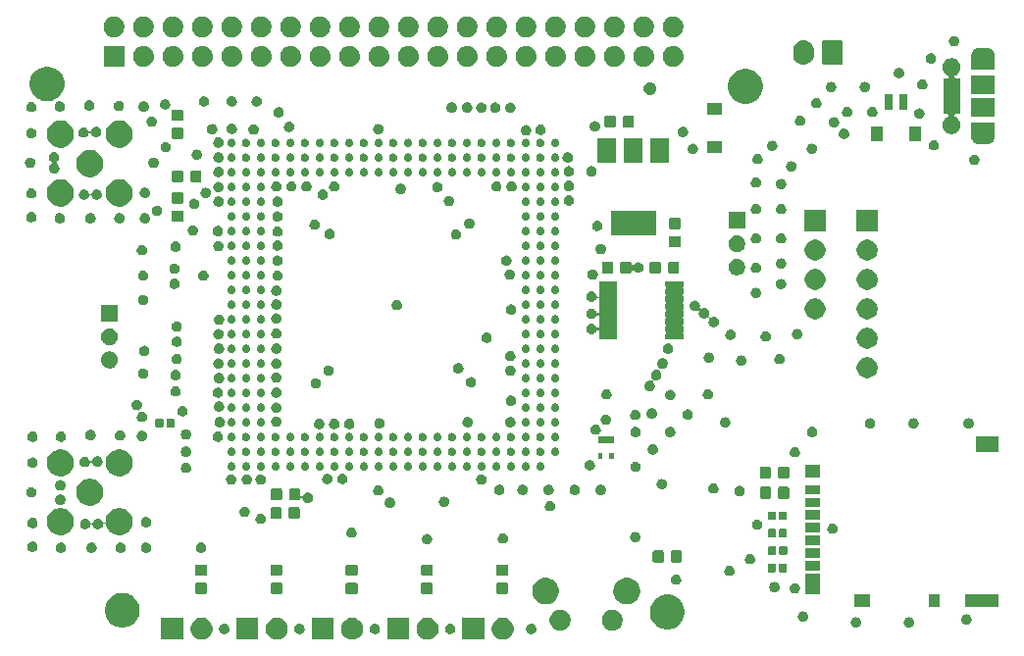
<source format=gts>
G04 #@! TF.GenerationSoftware,KiCad,Pcbnew,(5.1.6)-1*
G04 #@! TF.CreationDate,2021-01-15T17:25:52+09:00*
G04 #@! TF.ProjectId,HATv2.0,48415476-322e-4302-9e6b-696361645f70,rev?*
G04 #@! TF.SameCoordinates,Original*
G04 #@! TF.FileFunction,Soldermask,Top*
G04 #@! TF.FilePolarity,Negative*
%FSLAX46Y46*%
G04 Gerber Fmt 4.6, Leading zero omitted, Abs format (unit mm)*
G04 Created by KiCad (PCBNEW (5.1.6)-1) date 2021-01-15 17:25:52*
%MOMM*%
%LPD*%
G01*
G04 APERTURE LIST*
%ADD10C,0.100000*%
G04 APERTURE END LIST*
D10*
G36*
X141450000Y-76950000D02*
G01*
X139550000Y-76950000D01*
X139550000Y-75050000D01*
X141450000Y-75050000D01*
X141450000Y-76950000D01*
G37*
G36*
X160950000Y-76950000D02*
G01*
X159050000Y-76950000D01*
X159050000Y-75050000D01*
X160950000Y-75050000D01*
X160950000Y-76950000D01*
G37*
G36*
X156190170Y-75061259D02*
G01*
X156317105Y-75086508D01*
X156489994Y-75158121D01*
X156645590Y-75262087D01*
X156777913Y-75394410D01*
X156881879Y-75550006D01*
X156953492Y-75722895D01*
X156954763Y-75729284D01*
X156990000Y-75906432D01*
X156990000Y-76093568D01*
X156978775Y-76150000D01*
X156953492Y-76277105D01*
X156881879Y-76449994D01*
X156777913Y-76605590D01*
X156645590Y-76737913D01*
X156489994Y-76841879D01*
X156317105Y-76913492D01*
X156225336Y-76931746D01*
X156133568Y-76950000D01*
X155946432Y-76950000D01*
X155854664Y-76931746D01*
X155762895Y-76913492D01*
X155590006Y-76841879D01*
X155434410Y-76737913D01*
X155302087Y-76605590D01*
X155198121Y-76449994D01*
X155126508Y-76277105D01*
X155101225Y-76150000D01*
X155090000Y-76093568D01*
X155090000Y-75906432D01*
X155125237Y-75729284D01*
X155126508Y-75722895D01*
X155198121Y-75550006D01*
X155302087Y-75394410D01*
X155434410Y-75262087D01*
X155590006Y-75158121D01*
X155762895Y-75086508D01*
X155889830Y-75061259D01*
X155946432Y-75050000D01*
X156133568Y-75050000D01*
X156190170Y-75061259D01*
G37*
G36*
X154450000Y-76950000D02*
G01*
X152550000Y-76950000D01*
X152550000Y-75050000D01*
X154450000Y-75050000D01*
X154450000Y-76950000D01*
G37*
G36*
X162690170Y-75061259D02*
G01*
X162817105Y-75086508D01*
X162989994Y-75158121D01*
X163145590Y-75262087D01*
X163277913Y-75394410D01*
X163381879Y-75550006D01*
X163453492Y-75722895D01*
X163454763Y-75729284D01*
X163490000Y-75906432D01*
X163490000Y-76093568D01*
X163478775Y-76150000D01*
X163453492Y-76277105D01*
X163381879Y-76449994D01*
X163277913Y-76605590D01*
X163145590Y-76737913D01*
X162989994Y-76841879D01*
X162817105Y-76913492D01*
X162725336Y-76931746D01*
X162633568Y-76950000D01*
X162446432Y-76950000D01*
X162354664Y-76931746D01*
X162262895Y-76913492D01*
X162090006Y-76841879D01*
X161934410Y-76737913D01*
X161802087Y-76605590D01*
X161698121Y-76449994D01*
X161626508Y-76277105D01*
X161601225Y-76150000D01*
X161590000Y-76093568D01*
X161590000Y-75906432D01*
X161625237Y-75729284D01*
X161626508Y-75722895D01*
X161698121Y-75550006D01*
X161802087Y-75394410D01*
X161934410Y-75262087D01*
X162090006Y-75158121D01*
X162262895Y-75086508D01*
X162389830Y-75061259D01*
X162446432Y-75050000D01*
X162633568Y-75050000D01*
X162690170Y-75061259D01*
G37*
G36*
X136690170Y-75061259D02*
G01*
X136817105Y-75086508D01*
X136989994Y-75158121D01*
X137145590Y-75262087D01*
X137277913Y-75394410D01*
X137381879Y-75550006D01*
X137453492Y-75722895D01*
X137454763Y-75729284D01*
X137490000Y-75906432D01*
X137490000Y-76093568D01*
X137478775Y-76150000D01*
X137453492Y-76277105D01*
X137381879Y-76449994D01*
X137277913Y-76605590D01*
X137145590Y-76737913D01*
X136989994Y-76841879D01*
X136817105Y-76913492D01*
X136725336Y-76931746D01*
X136633568Y-76950000D01*
X136446432Y-76950000D01*
X136354664Y-76931746D01*
X136262895Y-76913492D01*
X136090006Y-76841879D01*
X135934410Y-76737913D01*
X135802087Y-76605590D01*
X135698121Y-76449994D01*
X135626508Y-76277105D01*
X135601225Y-76150000D01*
X135590000Y-76093568D01*
X135590000Y-75906432D01*
X135625237Y-75729284D01*
X135626508Y-75722895D01*
X135698121Y-75550006D01*
X135802087Y-75394410D01*
X135934410Y-75262087D01*
X136090006Y-75158121D01*
X136262895Y-75086508D01*
X136389830Y-75061259D01*
X136446432Y-75050000D01*
X136633568Y-75050000D01*
X136690170Y-75061259D01*
G37*
G36*
X149690170Y-75061259D02*
G01*
X149817105Y-75086508D01*
X149989994Y-75158121D01*
X150145590Y-75262087D01*
X150277913Y-75394410D01*
X150381879Y-75550006D01*
X150453492Y-75722895D01*
X150454763Y-75729284D01*
X150490000Y-75906432D01*
X150490000Y-76093568D01*
X150478775Y-76150000D01*
X150453492Y-76277105D01*
X150381879Y-76449994D01*
X150277913Y-76605590D01*
X150145590Y-76737913D01*
X149989994Y-76841879D01*
X149817105Y-76913492D01*
X149725336Y-76931746D01*
X149633568Y-76950000D01*
X149446432Y-76950000D01*
X149354664Y-76931746D01*
X149262895Y-76913492D01*
X149090006Y-76841879D01*
X148934410Y-76737913D01*
X148802087Y-76605590D01*
X148698121Y-76449994D01*
X148626508Y-76277105D01*
X148601225Y-76150000D01*
X148590000Y-76093568D01*
X148590000Y-75906432D01*
X148625237Y-75729284D01*
X148626508Y-75722895D01*
X148698121Y-75550006D01*
X148802087Y-75394410D01*
X148934410Y-75262087D01*
X149090006Y-75158121D01*
X149262895Y-75086508D01*
X149389830Y-75061259D01*
X149446432Y-75050000D01*
X149633568Y-75050000D01*
X149690170Y-75061259D01*
G37*
G36*
X134950000Y-76950000D02*
G01*
X133050000Y-76950000D01*
X133050000Y-75050000D01*
X134950000Y-75050000D01*
X134950000Y-76950000D01*
G37*
G36*
X143190170Y-75061259D02*
G01*
X143317105Y-75086508D01*
X143489994Y-75158121D01*
X143645590Y-75262087D01*
X143777913Y-75394410D01*
X143881879Y-75550006D01*
X143953492Y-75722895D01*
X143954763Y-75729284D01*
X143990000Y-75906432D01*
X143990000Y-76093568D01*
X143978775Y-76150000D01*
X143953492Y-76277105D01*
X143881879Y-76449994D01*
X143777913Y-76605590D01*
X143645590Y-76737913D01*
X143489994Y-76841879D01*
X143317105Y-76913492D01*
X143225336Y-76931746D01*
X143133568Y-76950000D01*
X142946432Y-76950000D01*
X142854664Y-76931746D01*
X142762895Y-76913492D01*
X142590006Y-76841879D01*
X142434410Y-76737913D01*
X142302087Y-76605590D01*
X142198121Y-76449994D01*
X142126508Y-76277105D01*
X142101225Y-76150000D01*
X142090000Y-76093568D01*
X142090000Y-75906432D01*
X142125237Y-75729284D01*
X142126508Y-75722895D01*
X142198121Y-75550006D01*
X142302087Y-75394410D01*
X142434410Y-75262087D01*
X142590006Y-75158121D01*
X142762895Y-75086508D01*
X142889830Y-75061259D01*
X142946432Y-75050000D01*
X143133568Y-75050000D01*
X143190170Y-75061259D01*
G37*
G36*
X147950000Y-76950000D02*
G01*
X146050000Y-76950000D01*
X146050000Y-75050000D01*
X147950000Y-75050000D01*
X147950000Y-76950000D01*
G37*
G36*
X151631259Y-75567293D02*
G01*
X151668657Y-75582784D01*
X151713155Y-75601215D01*
X151786858Y-75650462D01*
X151849538Y-75713142D01*
X151898785Y-75786845D01*
X151914057Y-75823716D01*
X151932707Y-75868741D01*
X151950000Y-75955678D01*
X151950000Y-76044322D01*
X151932707Y-76131259D01*
X151924944Y-76150000D01*
X151898785Y-76213155D01*
X151849538Y-76286858D01*
X151786858Y-76349538D01*
X151713155Y-76398785D01*
X151631259Y-76432707D01*
X151544322Y-76450000D01*
X151455678Y-76450000D01*
X151368741Y-76432707D01*
X151286845Y-76398785D01*
X151213142Y-76349538D01*
X151150462Y-76286858D01*
X151101215Y-76213155D01*
X151075056Y-76150000D01*
X151067293Y-76131259D01*
X151050000Y-76044322D01*
X151050000Y-75955678D01*
X151067293Y-75868741D01*
X151085943Y-75823716D01*
X151101215Y-75786845D01*
X151150462Y-75713142D01*
X151213142Y-75650462D01*
X151286845Y-75601215D01*
X151331343Y-75582784D01*
X151368741Y-75567293D01*
X151455678Y-75550000D01*
X151544322Y-75550000D01*
X151631259Y-75567293D01*
G37*
G36*
X145131259Y-75567293D02*
G01*
X145168657Y-75582784D01*
X145213155Y-75601215D01*
X145286858Y-75650462D01*
X145349538Y-75713142D01*
X145398785Y-75786845D01*
X145414057Y-75823716D01*
X145432707Y-75868741D01*
X145450000Y-75955678D01*
X145450000Y-76044322D01*
X145432707Y-76131259D01*
X145424944Y-76150000D01*
X145398785Y-76213155D01*
X145349538Y-76286858D01*
X145286858Y-76349538D01*
X145213155Y-76398785D01*
X145131259Y-76432707D01*
X145044322Y-76450000D01*
X144955678Y-76450000D01*
X144868741Y-76432707D01*
X144786845Y-76398785D01*
X144713142Y-76349538D01*
X144650462Y-76286858D01*
X144601215Y-76213155D01*
X144575056Y-76150000D01*
X144567293Y-76131259D01*
X144550000Y-76044322D01*
X144550000Y-75955678D01*
X144567293Y-75868741D01*
X144585943Y-75823716D01*
X144601215Y-75786845D01*
X144650462Y-75713142D01*
X144713142Y-75650462D01*
X144786845Y-75601215D01*
X144831343Y-75582784D01*
X144868741Y-75567293D01*
X144955678Y-75550000D01*
X145044322Y-75550000D01*
X145131259Y-75567293D01*
G37*
G36*
X138631259Y-75567293D02*
G01*
X138668657Y-75582784D01*
X138713155Y-75601215D01*
X138786858Y-75650462D01*
X138849538Y-75713142D01*
X138898785Y-75786845D01*
X138914057Y-75823716D01*
X138932707Y-75868741D01*
X138950000Y-75955678D01*
X138950000Y-76044322D01*
X138932707Y-76131259D01*
X138924944Y-76150000D01*
X138898785Y-76213155D01*
X138849538Y-76286858D01*
X138786858Y-76349538D01*
X138713155Y-76398785D01*
X138631259Y-76432707D01*
X138544322Y-76450000D01*
X138455678Y-76450000D01*
X138368741Y-76432707D01*
X138286845Y-76398785D01*
X138213142Y-76349538D01*
X138150462Y-76286858D01*
X138101215Y-76213155D01*
X138075056Y-76150000D01*
X138067293Y-76131259D01*
X138050000Y-76044322D01*
X138050000Y-75955678D01*
X138067293Y-75868741D01*
X138085943Y-75823716D01*
X138101215Y-75786845D01*
X138150462Y-75713142D01*
X138213142Y-75650462D01*
X138286845Y-75601215D01*
X138331343Y-75582784D01*
X138368741Y-75567293D01*
X138455678Y-75550000D01*
X138544322Y-75550000D01*
X138631259Y-75567293D01*
G37*
G36*
X158131259Y-75567293D02*
G01*
X158168657Y-75582784D01*
X158213155Y-75601215D01*
X158286858Y-75650462D01*
X158349538Y-75713142D01*
X158398785Y-75786845D01*
X158414057Y-75823716D01*
X158432707Y-75868741D01*
X158450000Y-75955678D01*
X158450000Y-76044322D01*
X158432707Y-76131259D01*
X158424944Y-76150000D01*
X158398785Y-76213155D01*
X158349538Y-76286858D01*
X158286858Y-76349538D01*
X158213155Y-76398785D01*
X158131259Y-76432707D01*
X158044322Y-76450000D01*
X157955678Y-76450000D01*
X157868741Y-76432707D01*
X157786845Y-76398785D01*
X157713142Y-76349538D01*
X157650462Y-76286858D01*
X157601215Y-76213155D01*
X157575056Y-76150000D01*
X157567293Y-76131259D01*
X157550000Y-76044322D01*
X157550000Y-75955678D01*
X157567293Y-75868741D01*
X157585943Y-75823716D01*
X157601215Y-75786845D01*
X157650462Y-75713142D01*
X157713142Y-75650462D01*
X157786845Y-75601215D01*
X157831343Y-75582784D01*
X157868741Y-75567293D01*
X157955678Y-75550000D01*
X158044322Y-75550000D01*
X158131259Y-75567293D01*
G37*
G36*
X165131259Y-75567293D02*
G01*
X165168657Y-75582784D01*
X165213155Y-75601215D01*
X165286858Y-75650462D01*
X165349538Y-75713142D01*
X165398785Y-75786845D01*
X165414057Y-75823716D01*
X165432707Y-75868741D01*
X165450000Y-75955678D01*
X165450000Y-76044322D01*
X165432707Y-76131259D01*
X165424944Y-76150000D01*
X165398785Y-76213155D01*
X165349538Y-76286858D01*
X165286858Y-76349538D01*
X165213155Y-76398785D01*
X165131259Y-76432707D01*
X165044322Y-76450000D01*
X164955678Y-76450000D01*
X164868741Y-76432707D01*
X164786845Y-76398785D01*
X164713142Y-76349538D01*
X164650462Y-76286858D01*
X164601215Y-76213155D01*
X164575056Y-76150000D01*
X164567293Y-76131259D01*
X164550000Y-76044322D01*
X164550000Y-75955678D01*
X164567293Y-75868741D01*
X164585943Y-75823716D01*
X164601215Y-75786845D01*
X164650462Y-75713142D01*
X164713142Y-75650462D01*
X164786845Y-75601215D01*
X164831343Y-75582784D01*
X164868741Y-75567293D01*
X164955678Y-75550000D01*
X165044322Y-75550000D01*
X165131259Y-75567293D01*
G37*
G36*
X172262520Y-74384586D02*
G01*
X172426310Y-74452430D01*
X172573717Y-74550924D01*
X172699076Y-74676283D01*
X172797570Y-74823690D01*
X172797571Y-74823692D01*
X172865414Y-74987480D01*
X172900000Y-75161356D01*
X172900000Y-75338644D01*
X172865414Y-75512520D01*
X172808278Y-75650460D01*
X172797570Y-75676310D01*
X172699076Y-75823717D01*
X172573717Y-75949076D01*
X172426310Y-76047570D01*
X172426309Y-76047571D01*
X172426308Y-76047571D01*
X172262520Y-76115414D01*
X172088644Y-76150000D01*
X171911356Y-76150000D01*
X171737480Y-76115414D01*
X171573692Y-76047571D01*
X171573691Y-76047571D01*
X171573690Y-76047570D01*
X171426283Y-75949076D01*
X171300924Y-75823717D01*
X171202430Y-75676310D01*
X171191723Y-75650460D01*
X171134586Y-75512520D01*
X171100000Y-75338644D01*
X171100000Y-75161356D01*
X171134586Y-74987480D01*
X171202429Y-74823692D01*
X171202430Y-74823690D01*
X171300924Y-74676283D01*
X171426283Y-74550924D01*
X171573690Y-74452430D01*
X171737480Y-74384586D01*
X171911356Y-74350000D01*
X172088644Y-74350000D01*
X172262520Y-74384586D01*
G37*
G36*
X167762520Y-74384586D02*
G01*
X167926310Y-74452430D01*
X168073717Y-74550924D01*
X168199076Y-74676283D01*
X168297570Y-74823690D01*
X168297571Y-74823692D01*
X168365414Y-74987480D01*
X168400000Y-75161356D01*
X168400000Y-75338644D01*
X168365414Y-75512520D01*
X168308278Y-75650460D01*
X168297570Y-75676310D01*
X168199076Y-75823717D01*
X168073717Y-75949076D01*
X167926310Y-76047570D01*
X167926309Y-76047571D01*
X167926308Y-76047571D01*
X167762520Y-76115414D01*
X167588644Y-76150000D01*
X167411356Y-76150000D01*
X167237480Y-76115414D01*
X167073692Y-76047571D01*
X167073691Y-76047571D01*
X167073690Y-76047570D01*
X166926283Y-75949076D01*
X166800924Y-75823717D01*
X166702430Y-75676310D01*
X166691723Y-75650460D01*
X166634586Y-75512520D01*
X166600000Y-75338644D01*
X166600000Y-75161356D01*
X166634586Y-74987480D01*
X166702429Y-74823692D01*
X166702430Y-74823690D01*
X166800924Y-74676283D01*
X166926283Y-74550924D01*
X167073690Y-74452430D01*
X167237480Y-74384586D01*
X167411356Y-74350000D01*
X167588644Y-74350000D01*
X167762520Y-74384586D01*
G37*
G36*
X177187534Y-73107643D02*
G01*
X177460515Y-73220716D01*
X177460517Y-73220717D01*
X177481704Y-73234874D01*
X177706193Y-73384873D01*
X177915127Y-73593807D01*
X178079284Y-73839485D01*
X178192357Y-74112466D01*
X178250000Y-74402262D01*
X178250000Y-74697738D01*
X178192357Y-74987534D01*
X178097367Y-75216858D01*
X178079283Y-75260517D01*
X178027081Y-75338642D01*
X177915127Y-75506193D01*
X177706193Y-75715127D01*
X177598861Y-75786844D01*
X177460517Y-75879283D01*
X177460516Y-75879284D01*
X177460515Y-75879284D01*
X177187534Y-75992357D01*
X176897738Y-76050000D01*
X176602262Y-76050000D01*
X176312466Y-75992357D01*
X176039485Y-75879284D01*
X176039484Y-75879284D01*
X176039483Y-75879283D01*
X175901139Y-75786844D01*
X175793807Y-75715127D01*
X175584873Y-75506193D01*
X175472919Y-75338642D01*
X175420717Y-75260517D01*
X175402633Y-75216858D01*
X175307643Y-74987534D01*
X175250000Y-74697738D01*
X175250000Y-74402262D01*
X175307643Y-74112466D01*
X175420716Y-73839485D01*
X175584873Y-73593807D01*
X175793807Y-73384873D01*
X176018296Y-73234874D01*
X176039483Y-73220717D01*
X176039485Y-73220716D01*
X176312466Y-73107643D01*
X176602262Y-73050000D01*
X176897738Y-73050000D01*
X177187534Y-73107643D01*
G37*
G36*
X130137534Y-72957643D02*
G01*
X130360502Y-73050000D01*
X130410517Y-73070717D01*
X130465780Y-73107643D01*
X130635006Y-73220716D01*
X130656194Y-73234874D01*
X130865126Y-73443806D01*
X130998400Y-73643263D01*
X131029284Y-73689485D01*
X131142357Y-73962466D01*
X131200000Y-74252262D01*
X131200000Y-74547738D01*
X131142357Y-74837534D01*
X131029284Y-75110515D01*
X130865127Y-75356193D01*
X130656193Y-75565127D01*
X130578998Y-75616707D01*
X130410517Y-75729283D01*
X130410516Y-75729284D01*
X130410515Y-75729284D01*
X130137534Y-75842357D01*
X129847738Y-75900000D01*
X129552262Y-75900000D01*
X129262466Y-75842357D01*
X128989485Y-75729284D01*
X128989484Y-75729284D01*
X128989483Y-75729283D01*
X128821002Y-75616707D01*
X128743807Y-75565127D01*
X128534873Y-75356193D01*
X128370716Y-75110515D01*
X128257643Y-74837534D01*
X128200000Y-74547738D01*
X128200000Y-74252262D01*
X128257643Y-73962466D01*
X128370716Y-73689485D01*
X128401601Y-73643263D01*
X128534874Y-73443806D01*
X128743806Y-73234874D01*
X128764995Y-73220716D01*
X128934220Y-73107643D01*
X128989483Y-73070717D01*
X129039498Y-73050000D01*
X129262466Y-72957643D01*
X129552262Y-72900000D01*
X129847738Y-72900000D01*
X130137534Y-72957643D01*
G37*
G36*
X193171259Y-75005293D02*
G01*
X193212208Y-75022255D01*
X193253155Y-75039215D01*
X193326858Y-75088462D01*
X193389538Y-75151142D01*
X193438785Y-75224845D01*
X193453560Y-75260517D01*
X193472707Y-75306741D01*
X193490000Y-75393678D01*
X193490000Y-75482322D01*
X193472707Y-75569259D01*
X193467104Y-75582785D01*
X193438785Y-75651155D01*
X193389538Y-75724858D01*
X193326858Y-75787538D01*
X193253155Y-75836785D01*
X193171259Y-75870707D01*
X193084322Y-75888000D01*
X192995678Y-75888000D01*
X192908741Y-75870707D01*
X192826845Y-75836785D01*
X192753142Y-75787538D01*
X192690462Y-75724858D01*
X192641215Y-75651155D01*
X192612896Y-75582785D01*
X192607293Y-75569259D01*
X192590000Y-75482322D01*
X192590000Y-75393678D01*
X192607293Y-75306741D01*
X192626440Y-75260517D01*
X192641215Y-75224845D01*
X192690462Y-75151142D01*
X192753142Y-75088462D01*
X192826845Y-75039215D01*
X192908741Y-75005293D01*
X192995678Y-74988000D01*
X193084322Y-74988000D01*
X193171259Y-75005293D01*
G37*
G36*
X197743259Y-75005293D02*
G01*
X197784208Y-75022255D01*
X197825155Y-75039215D01*
X197898858Y-75088462D01*
X197961538Y-75151142D01*
X198010785Y-75224845D01*
X198025560Y-75260517D01*
X198044707Y-75306741D01*
X198062000Y-75393678D01*
X198062000Y-75482322D01*
X198044707Y-75569259D01*
X198039104Y-75582785D01*
X198010785Y-75651155D01*
X197961538Y-75724858D01*
X197898858Y-75787538D01*
X197825155Y-75836785D01*
X197743259Y-75870707D01*
X197656322Y-75888000D01*
X197567678Y-75888000D01*
X197480741Y-75870707D01*
X197398845Y-75836785D01*
X197325142Y-75787538D01*
X197262462Y-75724858D01*
X197213215Y-75651155D01*
X197184896Y-75582785D01*
X197179293Y-75569259D01*
X197162000Y-75482322D01*
X197162000Y-75393678D01*
X197179293Y-75306741D01*
X197198440Y-75260517D01*
X197213215Y-75224845D01*
X197262462Y-75151142D01*
X197325142Y-75088462D01*
X197398845Y-75039215D01*
X197480741Y-75005293D01*
X197567678Y-74988000D01*
X197656322Y-74988000D01*
X197743259Y-75005293D01*
G37*
G36*
X202696259Y-74751293D02*
G01*
X202778155Y-74785215D01*
X202851858Y-74834462D01*
X202914538Y-74897142D01*
X202963785Y-74970845D01*
X202978053Y-75005293D01*
X202997707Y-75052741D01*
X203015000Y-75139678D01*
X203015000Y-75228322D01*
X202997707Y-75315259D01*
X202980752Y-75356193D01*
X202963785Y-75397155D01*
X202914538Y-75470858D01*
X202851858Y-75533538D01*
X202778155Y-75582785D01*
X202696259Y-75616707D01*
X202609322Y-75634000D01*
X202520678Y-75634000D01*
X202433741Y-75616707D01*
X202351845Y-75582785D01*
X202278142Y-75533538D01*
X202215462Y-75470858D01*
X202166215Y-75397155D01*
X202149248Y-75356193D01*
X202132293Y-75315259D01*
X202115000Y-75228322D01*
X202115000Y-75139678D01*
X202132293Y-75052741D01*
X202151947Y-75005293D01*
X202166215Y-74970845D01*
X202215462Y-74897142D01*
X202278142Y-74834462D01*
X202351845Y-74785215D01*
X202433741Y-74751293D01*
X202520678Y-74734000D01*
X202609322Y-74734000D01*
X202696259Y-74751293D01*
G37*
G36*
X188599259Y-74497293D02*
G01*
X188640208Y-74514255D01*
X188681155Y-74531215D01*
X188754858Y-74580462D01*
X188817538Y-74643142D01*
X188866785Y-74716845D01*
X188881053Y-74751293D01*
X188900707Y-74798741D01*
X188918000Y-74885678D01*
X188918000Y-74974322D01*
X188900707Y-75061259D01*
X188890248Y-75086508D01*
X188866785Y-75143155D01*
X188817538Y-75216858D01*
X188754858Y-75279538D01*
X188681155Y-75328785D01*
X188599259Y-75362707D01*
X188512322Y-75380000D01*
X188423678Y-75380000D01*
X188336741Y-75362707D01*
X188295792Y-75345745D01*
X188254845Y-75328785D01*
X188181142Y-75279538D01*
X188118462Y-75216858D01*
X188069215Y-75143155D01*
X188045752Y-75086508D01*
X188035293Y-75061259D01*
X188018000Y-74974322D01*
X188018000Y-74885678D01*
X188035293Y-74798741D01*
X188054947Y-74751293D01*
X188069215Y-74716845D01*
X188118462Y-74643142D01*
X188181142Y-74580462D01*
X188254845Y-74531215D01*
X188336741Y-74497293D01*
X188423678Y-74480000D01*
X188512322Y-74480000D01*
X188599259Y-74497293D01*
G37*
G36*
X205375000Y-74125000D02*
G01*
X202475000Y-74125000D01*
X202475000Y-73025000D01*
X205375000Y-73025000D01*
X205375000Y-74125000D01*
G37*
G36*
X200225000Y-74125000D02*
G01*
X199325000Y-74125000D01*
X199325000Y-73025000D01*
X200225000Y-73025000D01*
X200225000Y-74125000D01*
G37*
G36*
X194225000Y-74125000D02*
G01*
X192925000Y-74125000D01*
X192925000Y-73025000D01*
X194225000Y-73025000D01*
X194225000Y-74125000D01*
G37*
G36*
X166437324Y-71614731D02*
G01*
X166585443Y-71644194D01*
X166794729Y-71730884D01*
X166983082Y-71856737D01*
X167143263Y-72016918D01*
X167269116Y-72205271D01*
X167355806Y-72414557D01*
X167381618Y-72544321D01*
X167400000Y-72636734D01*
X167400000Y-72863266D01*
X167396836Y-72879170D01*
X167355806Y-73085443D01*
X167269116Y-73294729D01*
X167143263Y-73483082D01*
X166983082Y-73643263D01*
X166794729Y-73769116D01*
X166585443Y-73855806D01*
X166437324Y-73885269D01*
X166363266Y-73900000D01*
X166136734Y-73900000D01*
X166062676Y-73885269D01*
X165914557Y-73855806D01*
X165705271Y-73769116D01*
X165516918Y-73643263D01*
X165356737Y-73483082D01*
X165230884Y-73294729D01*
X165144194Y-73085443D01*
X165103164Y-72879170D01*
X165100000Y-72863266D01*
X165100000Y-72636734D01*
X165118382Y-72544321D01*
X165144194Y-72414557D01*
X165230884Y-72205271D01*
X165356737Y-72016918D01*
X165516918Y-71856737D01*
X165705271Y-71730884D01*
X165914557Y-71644194D01*
X166062676Y-71614731D01*
X166136734Y-71600000D01*
X166363266Y-71600000D01*
X166437324Y-71614731D01*
G37*
G36*
X173437324Y-71614731D02*
G01*
X173585443Y-71644194D01*
X173794729Y-71730884D01*
X173983082Y-71856737D01*
X174143263Y-72016918D01*
X174269116Y-72205271D01*
X174355806Y-72414557D01*
X174381618Y-72544321D01*
X174400000Y-72636734D01*
X174400000Y-72863266D01*
X174396836Y-72879170D01*
X174355806Y-73085443D01*
X174269116Y-73294729D01*
X174143263Y-73483082D01*
X173983082Y-73643263D01*
X173794729Y-73769116D01*
X173585443Y-73855806D01*
X173437324Y-73885269D01*
X173363266Y-73900000D01*
X173136734Y-73900000D01*
X173062676Y-73885269D01*
X172914557Y-73855806D01*
X172705271Y-73769116D01*
X172516918Y-73643263D01*
X172356737Y-73483082D01*
X172230884Y-73294729D01*
X172144194Y-73085443D01*
X172103164Y-72879170D01*
X172100000Y-72863266D01*
X172100000Y-72636734D01*
X172118382Y-72544321D01*
X172144194Y-72414557D01*
X172230884Y-72205271D01*
X172356737Y-72016918D01*
X172516918Y-71856737D01*
X172705271Y-71730884D01*
X172914557Y-71644194D01*
X173062676Y-71614731D01*
X173136734Y-71600000D01*
X173363266Y-71600000D01*
X173437324Y-71614731D01*
G37*
G36*
X189925000Y-73025000D02*
G01*
X188625000Y-73025000D01*
X188625000Y-71275000D01*
X189925000Y-71275000D01*
X189925000Y-73025000D01*
G37*
G36*
X143378991Y-72016575D02*
G01*
X143412879Y-72026855D01*
X143444112Y-72043550D01*
X143471486Y-72066014D01*
X143493950Y-72093388D01*
X143510645Y-72124621D01*
X143520925Y-72158509D01*
X143525000Y-72199888D01*
X143525000Y-72800112D01*
X143520925Y-72841491D01*
X143510645Y-72875379D01*
X143493950Y-72906612D01*
X143471486Y-72933986D01*
X143444112Y-72956450D01*
X143412879Y-72973145D01*
X143378991Y-72983425D01*
X143337612Y-72987500D01*
X142662388Y-72987500D01*
X142621009Y-72983425D01*
X142587121Y-72973145D01*
X142555888Y-72956450D01*
X142528514Y-72933986D01*
X142506050Y-72906612D01*
X142489355Y-72875379D01*
X142479075Y-72841491D01*
X142475000Y-72800112D01*
X142475000Y-72199888D01*
X142479075Y-72158509D01*
X142489355Y-72124621D01*
X142506050Y-72093388D01*
X142528514Y-72066014D01*
X142555888Y-72043550D01*
X142587121Y-72026855D01*
X142621009Y-72016575D01*
X142662388Y-72012500D01*
X143337612Y-72012500D01*
X143378991Y-72016575D01*
G37*
G36*
X136878991Y-72016575D02*
G01*
X136912879Y-72026855D01*
X136944112Y-72043550D01*
X136971486Y-72066014D01*
X136993950Y-72093388D01*
X137010645Y-72124621D01*
X137020925Y-72158509D01*
X137025000Y-72199888D01*
X137025000Y-72800112D01*
X137020925Y-72841491D01*
X137010645Y-72875379D01*
X136993950Y-72906612D01*
X136971486Y-72933986D01*
X136944112Y-72956450D01*
X136912879Y-72973145D01*
X136878991Y-72983425D01*
X136837612Y-72987500D01*
X136162388Y-72987500D01*
X136121009Y-72983425D01*
X136087121Y-72973145D01*
X136055888Y-72956450D01*
X136028514Y-72933986D01*
X136006050Y-72906612D01*
X135989355Y-72875379D01*
X135979075Y-72841491D01*
X135975000Y-72800112D01*
X135975000Y-72199888D01*
X135979075Y-72158509D01*
X135989355Y-72124621D01*
X136006050Y-72093388D01*
X136028514Y-72066014D01*
X136055888Y-72043550D01*
X136087121Y-72026855D01*
X136121009Y-72016575D01*
X136162388Y-72012500D01*
X136837612Y-72012500D01*
X136878991Y-72016575D01*
G37*
G36*
X149878991Y-72016575D02*
G01*
X149912879Y-72026855D01*
X149944112Y-72043550D01*
X149971486Y-72066014D01*
X149993950Y-72093388D01*
X150010645Y-72124621D01*
X150020925Y-72158509D01*
X150025000Y-72199888D01*
X150025000Y-72800112D01*
X150020925Y-72841491D01*
X150010645Y-72875379D01*
X149993950Y-72906612D01*
X149971486Y-72933986D01*
X149944112Y-72956450D01*
X149912879Y-72973145D01*
X149878991Y-72983425D01*
X149837612Y-72987500D01*
X149162388Y-72987500D01*
X149121009Y-72983425D01*
X149087121Y-72973145D01*
X149055888Y-72956450D01*
X149028514Y-72933986D01*
X149006050Y-72906612D01*
X148989355Y-72875379D01*
X148979075Y-72841491D01*
X148975000Y-72800112D01*
X148975000Y-72199888D01*
X148979075Y-72158509D01*
X148989355Y-72124621D01*
X149006050Y-72093388D01*
X149028514Y-72066014D01*
X149055888Y-72043550D01*
X149087121Y-72026855D01*
X149121009Y-72016575D01*
X149162388Y-72012500D01*
X149837612Y-72012500D01*
X149878991Y-72016575D01*
G37*
G36*
X162878991Y-72016575D02*
G01*
X162912879Y-72026855D01*
X162944112Y-72043550D01*
X162971486Y-72066014D01*
X162993950Y-72093388D01*
X163010645Y-72124621D01*
X163020925Y-72158509D01*
X163025000Y-72199888D01*
X163025000Y-72800112D01*
X163020925Y-72841491D01*
X163010645Y-72875379D01*
X162993950Y-72906612D01*
X162971486Y-72933986D01*
X162944112Y-72956450D01*
X162912879Y-72973145D01*
X162878991Y-72983425D01*
X162837612Y-72987500D01*
X162162388Y-72987500D01*
X162121009Y-72983425D01*
X162087121Y-72973145D01*
X162055888Y-72956450D01*
X162028514Y-72933986D01*
X162006050Y-72906612D01*
X161989355Y-72875379D01*
X161979075Y-72841491D01*
X161975000Y-72800112D01*
X161975000Y-72199888D01*
X161979075Y-72158509D01*
X161989355Y-72124621D01*
X162006050Y-72093388D01*
X162028514Y-72066014D01*
X162055888Y-72043550D01*
X162087121Y-72026855D01*
X162121009Y-72016575D01*
X162162388Y-72012500D01*
X162837612Y-72012500D01*
X162878991Y-72016575D01*
G37*
G36*
X156378991Y-72016575D02*
G01*
X156412879Y-72026855D01*
X156444112Y-72043550D01*
X156471486Y-72066014D01*
X156493950Y-72093388D01*
X156510645Y-72124621D01*
X156520925Y-72158509D01*
X156525000Y-72199888D01*
X156525000Y-72800112D01*
X156520925Y-72841491D01*
X156510645Y-72875379D01*
X156493950Y-72906612D01*
X156471486Y-72933986D01*
X156444112Y-72956450D01*
X156412879Y-72973145D01*
X156378991Y-72983425D01*
X156337612Y-72987500D01*
X155662388Y-72987500D01*
X155621009Y-72983425D01*
X155587121Y-72973145D01*
X155555888Y-72956450D01*
X155528514Y-72933986D01*
X155506050Y-72906612D01*
X155489355Y-72875379D01*
X155479075Y-72841491D01*
X155475000Y-72800112D01*
X155475000Y-72199888D01*
X155479075Y-72158509D01*
X155489355Y-72124621D01*
X155506050Y-72093388D01*
X155528514Y-72066014D01*
X155555888Y-72043550D01*
X155587121Y-72026855D01*
X155621009Y-72016575D01*
X155662388Y-72012500D01*
X156337612Y-72012500D01*
X156378991Y-72016575D01*
G37*
G36*
X187881259Y-72067293D02*
G01*
X187921335Y-72083893D01*
X187963155Y-72101215D01*
X188036858Y-72150462D01*
X188099538Y-72213142D01*
X188148785Y-72286845D01*
X188165745Y-72327792D01*
X188182707Y-72368741D01*
X188200000Y-72455678D01*
X188200000Y-72544322D01*
X188182707Y-72631259D01*
X188148785Y-72713155D01*
X188099538Y-72786858D01*
X188036858Y-72849538D01*
X187963155Y-72898785D01*
X187944258Y-72906612D01*
X187881259Y-72932707D01*
X187794322Y-72950000D01*
X187705678Y-72950000D01*
X187618741Y-72932707D01*
X187555742Y-72906612D01*
X187536845Y-72898785D01*
X187463142Y-72849538D01*
X187400462Y-72786858D01*
X187351215Y-72713155D01*
X187317293Y-72631259D01*
X187300000Y-72544322D01*
X187300000Y-72455678D01*
X187317293Y-72368741D01*
X187334255Y-72327792D01*
X187351215Y-72286845D01*
X187400462Y-72213142D01*
X187463142Y-72150462D01*
X187536845Y-72101215D01*
X187578665Y-72083893D01*
X187618741Y-72067293D01*
X187705678Y-72050000D01*
X187794322Y-72050000D01*
X187881259Y-72067293D01*
G37*
G36*
X186131259Y-71957293D02*
G01*
X186145413Y-71963156D01*
X186213155Y-71991215D01*
X186286858Y-72040462D01*
X186349538Y-72103142D01*
X186398785Y-72176845D01*
X186432707Y-72258741D01*
X186450000Y-72345678D01*
X186450000Y-72434322D01*
X186432707Y-72521259D01*
X186423154Y-72544321D01*
X186398785Y-72603155D01*
X186349538Y-72676858D01*
X186286858Y-72739538D01*
X186213155Y-72788785D01*
X186185808Y-72800112D01*
X186131259Y-72822707D01*
X186044322Y-72840000D01*
X185955678Y-72840000D01*
X185868741Y-72822707D01*
X185814192Y-72800112D01*
X185786845Y-72788785D01*
X185713142Y-72739538D01*
X185650462Y-72676858D01*
X185601215Y-72603155D01*
X185576846Y-72544321D01*
X185567293Y-72521259D01*
X185550000Y-72434322D01*
X185550000Y-72345678D01*
X185567293Y-72258741D01*
X185601215Y-72176845D01*
X185650462Y-72103142D01*
X185713142Y-72040462D01*
X185786845Y-71991215D01*
X185854587Y-71963156D01*
X185868741Y-71957293D01*
X185955678Y-71940000D01*
X186044322Y-71940000D01*
X186131259Y-71957293D01*
G37*
G36*
X177631259Y-71317293D02*
G01*
X177665828Y-71331612D01*
X177713155Y-71351215D01*
X177786858Y-71400462D01*
X177849538Y-71463142D01*
X177898785Y-71536845D01*
X177915745Y-71577792D01*
X177932707Y-71618741D01*
X177950000Y-71705678D01*
X177950000Y-71794322D01*
X177932707Y-71881259D01*
X177898785Y-71963155D01*
X177849538Y-72036858D01*
X177786858Y-72099538D01*
X177713155Y-72148785D01*
X177689678Y-72158509D01*
X177631259Y-72182707D01*
X177544322Y-72200000D01*
X177455678Y-72200000D01*
X177368741Y-72182707D01*
X177310322Y-72158509D01*
X177286845Y-72148785D01*
X177213142Y-72099538D01*
X177150462Y-72036858D01*
X177101215Y-71963155D01*
X177067293Y-71881259D01*
X177050000Y-71794322D01*
X177050000Y-71705678D01*
X177067293Y-71618741D01*
X177084255Y-71577792D01*
X177101215Y-71536845D01*
X177150462Y-71463142D01*
X177213142Y-71400462D01*
X177286845Y-71351215D01*
X177334172Y-71331612D01*
X177368741Y-71317293D01*
X177455678Y-71300000D01*
X177544322Y-71300000D01*
X177631259Y-71317293D01*
G37*
G36*
X182249259Y-70560293D02*
G01*
X182331155Y-70594215D01*
X182404858Y-70643462D01*
X182467538Y-70706142D01*
X182516785Y-70779845D01*
X182550707Y-70861741D01*
X182568000Y-70948678D01*
X182568000Y-71037322D01*
X182550707Y-71124259D01*
X182516785Y-71206155D01*
X182467538Y-71279858D01*
X182404858Y-71342538D01*
X182331155Y-71391785D01*
X182310206Y-71400462D01*
X182249259Y-71425707D01*
X182162322Y-71443000D01*
X182073678Y-71443000D01*
X181986741Y-71425707D01*
X181925794Y-71400462D01*
X181904845Y-71391785D01*
X181831142Y-71342538D01*
X181768462Y-71279858D01*
X181719215Y-71206155D01*
X181685293Y-71124259D01*
X181668000Y-71037322D01*
X181668000Y-70948678D01*
X181685293Y-70861741D01*
X181719215Y-70779845D01*
X181768462Y-70706142D01*
X181831142Y-70643462D01*
X181904845Y-70594215D01*
X181945792Y-70577255D01*
X181986741Y-70560293D01*
X182073678Y-70543000D01*
X182162322Y-70543000D01*
X182249259Y-70560293D01*
G37*
G36*
X136878991Y-70441575D02*
G01*
X136912879Y-70451855D01*
X136944112Y-70468550D01*
X136971486Y-70491014D01*
X136993950Y-70518388D01*
X137010645Y-70549621D01*
X137020925Y-70583509D01*
X137025000Y-70624888D01*
X137025000Y-71225112D01*
X137020925Y-71266491D01*
X137010645Y-71300379D01*
X136993950Y-71331612D01*
X136971486Y-71358986D01*
X136944112Y-71381450D01*
X136912879Y-71398145D01*
X136878991Y-71408425D01*
X136837612Y-71412500D01*
X136162388Y-71412500D01*
X136121009Y-71408425D01*
X136087121Y-71398145D01*
X136055888Y-71381450D01*
X136028514Y-71358986D01*
X136006050Y-71331612D01*
X135989355Y-71300379D01*
X135979075Y-71266491D01*
X135975000Y-71225112D01*
X135975000Y-70624888D01*
X135979075Y-70583509D01*
X135989355Y-70549621D01*
X136006050Y-70518388D01*
X136028514Y-70491014D01*
X136055888Y-70468550D01*
X136087121Y-70451855D01*
X136121009Y-70441575D01*
X136162388Y-70437500D01*
X136837612Y-70437500D01*
X136878991Y-70441575D01*
G37*
G36*
X156378991Y-70441575D02*
G01*
X156412879Y-70451855D01*
X156444112Y-70468550D01*
X156471486Y-70491014D01*
X156493950Y-70518388D01*
X156510645Y-70549621D01*
X156520925Y-70583509D01*
X156525000Y-70624888D01*
X156525000Y-71225112D01*
X156520925Y-71266491D01*
X156510645Y-71300379D01*
X156493950Y-71331612D01*
X156471486Y-71358986D01*
X156444112Y-71381450D01*
X156412879Y-71398145D01*
X156378991Y-71408425D01*
X156337612Y-71412500D01*
X155662388Y-71412500D01*
X155621009Y-71408425D01*
X155587121Y-71398145D01*
X155555888Y-71381450D01*
X155528514Y-71358986D01*
X155506050Y-71331612D01*
X155489355Y-71300379D01*
X155479075Y-71266491D01*
X155475000Y-71225112D01*
X155475000Y-70624888D01*
X155479075Y-70583509D01*
X155489355Y-70549621D01*
X155506050Y-70518388D01*
X155528514Y-70491014D01*
X155555888Y-70468550D01*
X155587121Y-70451855D01*
X155621009Y-70441575D01*
X155662388Y-70437500D01*
X156337612Y-70437500D01*
X156378991Y-70441575D01*
G37*
G36*
X149878991Y-70441575D02*
G01*
X149912879Y-70451855D01*
X149944112Y-70468550D01*
X149971486Y-70491014D01*
X149993950Y-70518388D01*
X150010645Y-70549621D01*
X150020925Y-70583509D01*
X150025000Y-70624888D01*
X150025000Y-71225112D01*
X150020925Y-71266491D01*
X150010645Y-71300379D01*
X149993950Y-71331612D01*
X149971486Y-71358986D01*
X149944112Y-71381450D01*
X149912879Y-71398145D01*
X149878991Y-71408425D01*
X149837612Y-71412500D01*
X149162388Y-71412500D01*
X149121009Y-71408425D01*
X149087121Y-71398145D01*
X149055888Y-71381450D01*
X149028514Y-71358986D01*
X149006050Y-71331612D01*
X148989355Y-71300379D01*
X148979075Y-71266491D01*
X148975000Y-71225112D01*
X148975000Y-70624888D01*
X148979075Y-70583509D01*
X148989355Y-70549621D01*
X149006050Y-70518388D01*
X149028514Y-70491014D01*
X149055888Y-70468550D01*
X149087121Y-70451855D01*
X149121009Y-70441575D01*
X149162388Y-70437500D01*
X149837612Y-70437500D01*
X149878991Y-70441575D01*
G37*
G36*
X162878991Y-70441575D02*
G01*
X162912879Y-70451855D01*
X162944112Y-70468550D01*
X162971486Y-70491014D01*
X162993950Y-70518388D01*
X163010645Y-70549621D01*
X163020925Y-70583509D01*
X163025000Y-70624888D01*
X163025000Y-71225112D01*
X163020925Y-71266491D01*
X163010645Y-71300379D01*
X162993950Y-71331612D01*
X162971486Y-71358986D01*
X162944112Y-71381450D01*
X162912879Y-71398145D01*
X162878991Y-71408425D01*
X162837612Y-71412500D01*
X162162388Y-71412500D01*
X162121009Y-71408425D01*
X162087121Y-71398145D01*
X162055888Y-71381450D01*
X162028514Y-71358986D01*
X162006050Y-71331612D01*
X161989355Y-71300379D01*
X161979075Y-71266491D01*
X161975000Y-71225112D01*
X161975000Y-70624888D01*
X161979075Y-70583509D01*
X161989355Y-70549621D01*
X162006050Y-70518388D01*
X162028514Y-70491014D01*
X162055888Y-70468550D01*
X162087121Y-70451855D01*
X162121009Y-70441575D01*
X162162388Y-70437500D01*
X162837612Y-70437500D01*
X162878991Y-70441575D01*
G37*
G36*
X143378991Y-70441575D02*
G01*
X143412879Y-70451855D01*
X143444112Y-70468550D01*
X143471486Y-70491014D01*
X143493950Y-70518388D01*
X143510645Y-70549621D01*
X143520925Y-70583509D01*
X143525000Y-70624888D01*
X143525000Y-71225112D01*
X143520925Y-71266491D01*
X143510645Y-71300379D01*
X143493950Y-71331612D01*
X143471486Y-71358986D01*
X143444112Y-71381450D01*
X143412879Y-71398145D01*
X143378991Y-71408425D01*
X143337612Y-71412500D01*
X142662388Y-71412500D01*
X142621009Y-71408425D01*
X142587121Y-71398145D01*
X142555888Y-71381450D01*
X142528514Y-71358986D01*
X142506050Y-71331612D01*
X142489355Y-71300379D01*
X142479075Y-71266491D01*
X142475000Y-71225112D01*
X142475000Y-70624888D01*
X142479075Y-70583509D01*
X142489355Y-70549621D01*
X142506050Y-70518388D01*
X142528514Y-70491014D01*
X142555888Y-70468550D01*
X142587121Y-70451855D01*
X142621009Y-70441575D01*
X142662388Y-70437500D01*
X143337612Y-70437500D01*
X143378991Y-70441575D01*
G37*
G36*
X186991343Y-70382706D02*
G01*
X187011863Y-70388931D01*
X187030776Y-70399040D01*
X187047354Y-70412646D01*
X187060960Y-70429224D01*
X187071069Y-70448137D01*
X187077294Y-70468657D01*
X187080000Y-70496138D01*
X187080000Y-71003862D01*
X187077294Y-71031343D01*
X187071069Y-71051863D01*
X187060960Y-71070776D01*
X187047354Y-71087354D01*
X187030776Y-71100960D01*
X187011863Y-71111069D01*
X186991343Y-71117294D01*
X186963862Y-71120000D01*
X186506138Y-71120000D01*
X186478657Y-71117294D01*
X186458137Y-71111069D01*
X186439224Y-71100960D01*
X186422646Y-71087354D01*
X186409040Y-71070776D01*
X186398931Y-71051863D01*
X186392706Y-71031343D01*
X186390000Y-71003862D01*
X186390000Y-70496138D01*
X186392706Y-70468657D01*
X186398931Y-70448137D01*
X186409040Y-70429224D01*
X186422646Y-70412646D01*
X186439224Y-70399040D01*
X186458137Y-70388931D01*
X186478657Y-70382706D01*
X186506138Y-70380000D01*
X186963862Y-70380000D01*
X186991343Y-70382706D01*
G37*
G36*
X186021343Y-70382706D02*
G01*
X186041863Y-70388931D01*
X186060776Y-70399040D01*
X186077354Y-70412646D01*
X186090960Y-70429224D01*
X186101069Y-70448137D01*
X186107294Y-70468657D01*
X186110000Y-70496138D01*
X186110000Y-71003862D01*
X186107294Y-71031343D01*
X186101069Y-71051863D01*
X186090960Y-71070776D01*
X186077354Y-71087354D01*
X186060776Y-71100960D01*
X186041863Y-71111069D01*
X186021343Y-71117294D01*
X185993862Y-71120000D01*
X185536138Y-71120000D01*
X185508657Y-71117294D01*
X185488137Y-71111069D01*
X185469224Y-71100960D01*
X185452646Y-71087354D01*
X185439040Y-71070776D01*
X185428931Y-71051863D01*
X185422706Y-71031343D01*
X185420000Y-71003862D01*
X185420000Y-70496138D01*
X185422706Y-70468657D01*
X185428931Y-70448137D01*
X185439040Y-70429224D01*
X185452646Y-70412646D01*
X185469224Y-70399040D01*
X185488137Y-70388931D01*
X185508657Y-70382706D01*
X185536138Y-70380000D01*
X185993862Y-70380000D01*
X186021343Y-70382706D01*
G37*
G36*
X189925000Y-70975000D02*
G01*
X188625000Y-70975000D01*
X188625000Y-70175000D01*
X189925000Y-70175000D01*
X189925000Y-70975000D01*
G37*
G36*
X184027259Y-69544293D02*
G01*
X184068208Y-69561255D01*
X184109155Y-69578215D01*
X184182858Y-69627462D01*
X184245538Y-69690142D01*
X184294785Y-69763845D01*
X184328707Y-69845741D01*
X184346000Y-69932678D01*
X184346000Y-70021322D01*
X184328707Y-70108259D01*
X184320119Y-70128991D01*
X184294785Y-70190155D01*
X184245538Y-70263858D01*
X184182858Y-70326538D01*
X184109155Y-70375785D01*
X184068208Y-70392745D01*
X184027259Y-70409707D01*
X183940322Y-70427000D01*
X183851678Y-70427000D01*
X183764741Y-70409707D01*
X183723792Y-70392745D01*
X183682845Y-70375785D01*
X183609142Y-70326538D01*
X183546462Y-70263858D01*
X183497215Y-70190155D01*
X183471881Y-70128991D01*
X183463293Y-70108259D01*
X183446000Y-70021322D01*
X183446000Y-69932678D01*
X183463293Y-69845741D01*
X183497215Y-69763845D01*
X183546462Y-69690142D01*
X183609142Y-69627462D01*
X183682845Y-69578215D01*
X183723792Y-69561255D01*
X183764741Y-69544293D01*
X183851678Y-69527000D01*
X183940322Y-69527000D01*
X184027259Y-69544293D01*
G37*
G36*
X176303991Y-69229075D02*
G01*
X176337879Y-69239355D01*
X176369112Y-69256050D01*
X176396486Y-69278514D01*
X176418950Y-69305888D01*
X176435645Y-69337121D01*
X176445925Y-69371009D01*
X176450000Y-69412388D01*
X176450000Y-70087612D01*
X176445925Y-70128991D01*
X176435645Y-70162879D01*
X176418950Y-70194112D01*
X176396486Y-70221486D01*
X176369112Y-70243950D01*
X176337879Y-70260645D01*
X176303991Y-70270925D01*
X176262612Y-70275000D01*
X175662388Y-70275000D01*
X175621009Y-70270925D01*
X175587121Y-70260645D01*
X175555888Y-70243950D01*
X175528514Y-70221486D01*
X175506050Y-70194112D01*
X175489355Y-70162879D01*
X175479075Y-70128991D01*
X175475000Y-70087612D01*
X175475000Y-69412388D01*
X175479075Y-69371009D01*
X175489355Y-69337121D01*
X175506050Y-69305888D01*
X175528514Y-69278514D01*
X175555888Y-69256050D01*
X175587121Y-69239355D01*
X175621009Y-69229075D01*
X175662388Y-69225000D01*
X176262612Y-69225000D01*
X176303991Y-69229075D01*
G37*
G36*
X177878991Y-69229075D02*
G01*
X177912879Y-69239355D01*
X177944112Y-69256050D01*
X177971486Y-69278514D01*
X177993950Y-69305888D01*
X178010645Y-69337121D01*
X178020925Y-69371009D01*
X178025000Y-69412388D01*
X178025000Y-70087612D01*
X178020925Y-70128991D01*
X178010645Y-70162879D01*
X177993950Y-70194112D01*
X177971486Y-70221486D01*
X177944112Y-70243950D01*
X177912879Y-70260645D01*
X177878991Y-70270925D01*
X177837612Y-70275000D01*
X177237388Y-70275000D01*
X177196009Y-70270925D01*
X177162121Y-70260645D01*
X177130888Y-70243950D01*
X177103514Y-70221486D01*
X177081050Y-70194112D01*
X177064355Y-70162879D01*
X177054075Y-70128991D01*
X177050000Y-70087612D01*
X177050000Y-69412388D01*
X177054075Y-69371009D01*
X177064355Y-69337121D01*
X177081050Y-69305888D01*
X177103514Y-69278514D01*
X177130888Y-69256050D01*
X177162121Y-69239355D01*
X177196009Y-69229075D01*
X177237388Y-69225000D01*
X177837612Y-69225000D01*
X177878991Y-69229075D01*
G37*
G36*
X189925000Y-69875000D02*
G01*
X188625000Y-69875000D01*
X188625000Y-69075000D01*
X189925000Y-69075000D01*
X189925000Y-69875000D01*
G37*
G36*
X187006343Y-68882706D02*
G01*
X187026863Y-68888931D01*
X187045776Y-68899040D01*
X187062354Y-68912646D01*
X187075960Y-68929224D01*
X187086069Y-68948137D01*
X187092294Y-68968657D01*
X187095000Y-68996138D01*
X187095000Y-69503862D01*
X187092294Y-69531343D01*
X187086069Y-69551863D01*
X187075960Y-69570776D01*
X187062354Y-69587354D01*
X187045776Y-69600960D01*
X187026863Y-69611069D01*
X187006343Y-69617294D01*
X186978862Y-69620000D01*
X186521138Y-69620000D01*
X186493657Y-69617294D01*
X186473137Y-69611069D01*
X186454224Y-69600960D01*
X186437646Y-69587354D01*
X186424040Y-69570776D01*
X186413931Y-69551863D01*
X186407706Y-69531343D01*
X186405000Y-69503862D01*
X186405000Y-68996138D01*
X186407706Y-68968657D01*
X186413931Y-68948137D01*
X186424040Y-68929224D01*
X186437646Y-68912646D01*
X186454224Y-68899040D01*
X186473137Y-68888931D01*
X186493657Y-68882706D01*
X186521138Y-68880000D01*
X186978862Y-68880000D01*
X187006343Y-68882706D01*
G37*
G36*
X186036343Y-68882706D02*
G01*
X186056863Y-68888931D01*
X186075776Y-68899040D01*
X186092354Y-68912646D01*
X186105960Y-68929224D01*
X186116069Y-68948137D01*
X186122294Y-68968657D01*
X186125000Y-68996138D01*
X186125000Y-69503862D01*
X186122294Y-69531343D01*
X186116069Y-69551863D01*
X186105960Y-69570776D01*
X186092354Y-69587354D01*
X186075776Y-69600960D01*
X186056863Y-69611069D01*
X186036343Y-69617294D01*
X186008862Y-69620000D01*
X185551138Y-69620000D01*
X185523657Y-69617294D01*
X185503137Y-69611069D01*
X185484224Y-69600960D01*
X185467646Y-69587354D01*
X185454040Y-69570776D01*
X185443931Y-69551863D01*
X185437706Y-69531343D01*
X185435000Y-69503862D01*
X185435000Y-68996138D01*
X185437706Y-68968657D01*
X185443931Y-68948137D01*
X185454040Y-68929224D01*
X185467646Y-68912646D01*
X185484224Y-68899040D01*
X185503137Y-68888931D01*
X185523657Y-68882706D01*
X185551138Y-68880000D01*
X186008862Y-68880000D01*
X186036343Y-68882706D01*
G37*
G36*
X129681259Y-68567293D02*
G01*
X129763155Y-68601215D01*
X129836858Y-68650462D01*
X129899538Y-68713142D01*
X129948785Y-68786845D01*
X129965745Y-68827792D01*
X129982707Y-68868741D01*
X130000000Y-68955678D01*
X130000000Y-69044322D01*
X129982707Y-69131259D01*
X129965745Y-69172208D01*
X129948785Y-69213155D01*
X129899538Y-69286858D01*
X129836858Y-69349538D01*
X129763155Y-69398785D01*
X129730313Y-69412388D01*
X129681259Y-69432707D01*
X129594322Y-69450000D01*
X129505678Y-69450000D01*
X129418741Y-69432707D01*
X129369687Y-69412388D01*
X129336845Y-69398785D01*
X129263142Y-69349538D01*
X129200462Y-69286858D01*
X129151215Y-69213155D01*
X129134255Y-69172208D01*
X129117293Y-69131259D01*
X129100000Y-69044322D01*
X129100000Y-68955678D01*
X129117293Y-68868741D01*
X129151215Y-68786845D01*
X129200462Y-68713142D01*
X129263142Y-68650462D01*
X129336845Y-68601215D01*
X129418741Y-68567293D01*
X129505678Y-68550000D01*
X129594322Y-68550000D01*
X129681259Y-68567293D01*
G37*
G36*
X124531259Y-68567293D02*
G01*
X124613155Y-68601215D01*
X124686858Y-68650462D01*
X124749538Y-68713142D01*
X124798785Y-68786845D01*
X124815745Y-68827792D01*
X124832707Y-68868741D01*
X124850000Y-68955678D01*
X124850000Y-69044322D01*
X124832707Y-69131259D01*
X124815745Y-69172208D01*
X124798785Y-69213155D01*
X124749538Y-69286858D01*
X124686858Y-69349538D01*
X124613155Y-69398785D01*
X124580313Y-69412388D01*
X124531259Y-69432707D01*
X124444322Y-69450000D01*
X124355678Y-69450000D01*
X124268741Y-69432707D01*
X124219687Y-69412388D01*
X124186845Y-69398785D01*
X124113142Y-69349538D01*
X124050462Y-69286858D01*
X124001215Y-69213155D01*
X123984255Y-69172208D01*
X123967293Y-69131259D01*
X123950000Y-69044322D01*
X123950000Y-68955678D01*
X123967293Y-68868741D01*
X124001215Y-68786845D01*
X124050462Y-68713142D01*
X124113142Y-68650462D01*
X124186845Y-68601215D01*
X124268741Y-68567293D01*
X124355678Y-68550000D01*
X124444322Y-68550000D01*
X124531259Y-68567293D01*
G37*
G36*
X127181259Y-68567293D02*
G01*
X127263155Y-68601215D01*
X127336858Y-68650462D01*
X127399538Y-68713142D01*
X127448785Y-68786845D01*
X127465745Y-68827792D01*
X127482707Y-68868741D01*
X127500000Y-68955678D01*
X127500000Y-69044322D01*
X127482707Y-69131259D01*
X127465745Y-69172208D01*
X127448785Y-69213155D01*
X127399538Y-69286858D01*
X127336858Y-69349538D01*
X127263155Y-69398785D01*
X127230313Y-69412388D01*
X127181259Y-69432707D01*
X127094322Y-69450000D01*
X127005678Y-69450000D01*
X126918741Y-69432707D01*
X126869687Y-69412388D01*
X126836845Y-69398785D01*
X126763142Y-69349538D01*
X126700462Y-69286858D01*
X126651215Y-69213155D01*
X126634255Y-69172208D01*
X126617293Y-69131259D01*
X126600000Y-69044322D01*
X126600000Y-68955678D01*
X126617293Y-68868741D01*
X126651215Y-68786845D01*
X126700462Y-68713142D01*
X126763142Y-68650462D01*
X126836845Y-68601215D01*
X126918741Y-68567293D01*
X127005678Y-68550000D01*
X127094322Y-68550000D01*
X127181259Y-68567293D01*
G37*
G36*
X136631259Y-68567293D02*
G01*
X136713155Y-68601215D01*
X136786858Y-68650462D01*
X136849538Y-68713142D01*
X136898785Y-68786845D01*
X136915745Y-68827792D01*
X136932707Y-68868741D01*
X136950000Y-68955678D01*
X136950000Y-69044322D01*
X136932707Y-69131259D01*
X136915745Y-69172208D01*
X136898785Y-69213155D01*
X136849538Y-69286858D01*
X136786858Y-69349538D01*
X136713155Y-69398785D01*
X136680313Y-69412388D01*
X136631259Y-69432707D01*
X136544322Y-69450000D01*
X136455678Y-69450000D01*
X136368741Y-69432707D01*
X136319687Y-69412388D01*
X136286845Y-69398785D01*
X136213142Y-69349538D01*
X136150462Y-69286858D01*
X136101215Y-69213155D01*
X136084255Y-69172208D01*
X136067293Y-69131259D01*
X136050000Y-69044322D01*
X136050000Y-68955678D01*
X136067293Y-68868741D01*
X136101215Y-68786845D01*
X136150462Y-68713142D01*
X136213142Y-68650462D01*
X136286845Y-68601215D01*
X136368741Y-68567293D01*
X136455678Y-68550000D01*
X136544322Y-68550000D01*
X136631259Y-68567293D01*
G37*
G36*
X131881259Y-68567293D02*
G01*
X131963155Y-68601215D01*
X132036858Y-68650462D01*
X132099538Y-68713142D01*
X132148785Y-68786845D01*
X132165745Y-68827792D01*
X132182707Y-68868741D01*
X132200000Y-68955678D01*
X132200000Y-69044322D01*
X132182707Y-69131259D01*
X132165745Y-69172208D01*
X132148785Y-69213155D01*
X132099538Y-69286858D01*
X132036858Y-69349538D01*
X131963155Y-69398785D01*
X131930313Y-69412388D01*
X131881259Y-69432707D01*
X131794322Y-69450000D01*
X131705678Y-69450000D01*
X131618741Y-69432707D01*
X131569687Y-69412388D01*
X131536845Y-69398785D01*
X131463142Y-69349538D01*
X131400462Y-69286858D01*
X131351215Y-69213155D01*
X131334255Y-69172208D01*
X131317293Y-69131259D01*
X131300000Y-69044322D01*
X131300000Y-68955678D01*
X131317293Y-68868741D01*
X131351215Y-68786845D01*
X131400462Y-68713142D01*
X131463142Y-68650462D01*
X131536845Y-68601215D01*
X131618741Y-68567293D01*
X131705678Y-68550000D01*
X131794322Y-68550000D01*
X131881259Y-68567293D01*
G37*
G36*
X122081259Y-68467293D02*
G01*
X122163155Y-68501215D01*
X122236858Y-68550462D01*
X122299538Y-68613142D01*
X122348785Y-68686845D01*
X122351334Y-68693000D01*
X122382707Y-68768741D01*
X122400000Y-68855678D01*
X122400000Y-68944322D01*
X122382707Y-69031259D01*
X122365745Y-69072208D01*
X122348785Y-69113155D01*
X122299538Y-69186858D01*
X122236858Y-69249538D01*
X122163155Y-69298785D01*
X122146006Y-69305888D01*
X122081259Y-69332707D01*
X121994322Y-69350000D01*
X121905678Y-69350000D01*
X121818741Y-69332707D01*
X121753994Y-69305888D01*
X121736845Y-69298785D01*
X121663142Y-69249538D01*
X121600462Y-69186858D01*
X121551215Y-69113155D01*
X121534255Y-69072208D01*
X121517293Y-69031259D01*
X121500000Y-68944322D01*
X121500000Y-68855678D01*
X121517293Y-68768741D01*
X121548666Y-68693000D01*
X121551215Y-68686845D01*
X121600462Y-68613142D01*
X121663142Y-68550462D01*
X121736845Y-68501215D01*
X121818741Y-68467293D01*
X121905678Y-68450000D01*
X121994322Y-68450000D01*
X122081259Y-68467293D01*
G37*
G36*
X189925000Y-68775000D02*
G01*
X188625000Y-68775000D01*
X188625000Y-67975000D01*
X189925000Y-67975000D01*
X189925000Y-68775000D01*
G37*
G36*
X156131259Y-67810293D02*
G01*
X156213155Y-67844215D01*
X156286858Y-67893462D01*
X156349538Y-67956142D01*
X156398785Y-68029845D01*
X156404373Y-68043336D01*
X156432707Y-68111741D01*
X156450000Y-68198678D01*
X156450000Y-68287322D01*
X156432707Y-68374259D01*
X156417010Y-68412155D01*
X156398785Y-68456155D01*
X156349538Y-68529858D01*
X156286858Y-68592538D01*
X156213155Y-68641785D01*
X156192206Y-68650462D01*
X156131259Y-68675707D01*
X156044322Y-68693000D01*
X155955678Y-68693000D01*
X155868741Y-68675707D01*
X155807794Y-68650462D01*
X155786845Y-68641785D01*
X155713142Y-68592538D01*
X155650462Y-68529858D01*
X155601215Y-68456155D01*
X155582990Y-68412155D01*
X155567293Y-68374259D01*
X155550000Y-68287322D01*
X155550000Y-68198678D01*
X155567293Y-68111741D01*
X155595627Y-68043336D01*
X155601215Y-68029845D01*
X155650462Y-67956142D01*
X155713142Y-67893462D01*
X155786845Y-67844215D01*
X155868741Y-67810293D01*
X155955678Y-67793000D01*
X156044322Y-67793000D01*
X156131259Y-67810293D01*
G37*
G36*
X162691259Y-67766293D02*
G01*
X162727419Y-67781271D01*
X162773155Y-67800215D01*
X162846858Y-67849462D01*
X162909538Y-67912142D01*
X162958785Y-67985845D01*
X162970245Y-68013513D01*
X162992707Y-68067741D01*
X163010000Y-68154678D01*
X163010000Y-68243322D01*
X162992707Y-68330259D01*
X162980862Y-68358855D01*
X162958785Y-68412155D01*
X162909538Y-68485858D01*
X162846858Y-68548538D01*
X162773155Y-68597785D01*
X162732208Y-68614745D01*
X162691259Y-68631707D01*
X162604322Y-68649000D01*
X162515678Y-68649000D01*
X162428741Y-68631707D01*
X162387792Y-68614745D01*
X162346845Y-68597785D01*
X162273142Y-68548538D01*
X162210462Y-68485858D01*
X162161215Y-68412155D01*
X162139138Y-68358855D01*
X162127293Y-68330259D01*
X162110000Y-68243322D01*
X162110000Y-68154678D01*
X162127293Y-68067741D01*
X162149755Y-68013513D01*
X162161215Y-67985845D01*
X162210462Y-67912142D01*
X162273142Y-67849462D01*
X162346845Y-67800215D01*
X162392581Y-67781271D01*
X162428741Y-67766293D01*
X162515678Y-67749000D01*
X162604322Y-67749000D01*
X162691259Y-67766293D01*
G37*
G36*
X174121259Y-67639293D02*
G01*
X174203155Y-67673215D01*
X174276858Y-67722462D01*
X174339538Y-67785142D01*
X174388785Y-67858845D01*
X174403123Y-67893462D01*
X174422707Y-67940741D01*
X174440000Y-68027678D01*
X174440000Y-68116322D01*
X174422707Y-68203259D01*
X174406113Y-68243321D01*
X174388785Y-68285155D01*
X174339538Y-68358858D01*
X174276858Y-68421538D01*
X174203155Y-68470785D01*
X174166772Y-68485855D01*
X174121259Y-68504707D01*
X174034322Y-68522000D01*
X173945678Y-68522000D01*
X173858741Y-68504707D01*
X173813228Y-68485855D01*
X173776845Y-68470785D01*
X173703142Y-68421538D01*
X173640462Y-68358858D01*
X173591215Y-68285155D01*
X173573887Y-68243321D01*
X173557293Y-68203259D01*
X173540000Y-68116322D01*
X173540000Y-68027678D01*
X173557293Y-67940741D01*
X173576877Y-67893462D01*
X173591215Y-67858845D01*
X173640462Y-67785142D01*
X173703142Y-67722462D01*
X173776845Y-67673215D01*
X173858741Y-67639293D01*
X173945678Y-67622000D01*
X174034322Y-67622000D01*
X174121259Y-67639293D01*
G37*
G36*
X149610259Y-67258293D02*
G01*
X149651208Y-67275255D01*
X149692155Y-67292215D01*
X149765858Y-67341462D01*
X149828538Y-67404142D01*
X149877785Y-67477845D01*
X149882413Y-67489019D01*
X149911707Y-67559741D01*
X149929000Y-67646678D01*
X149929000Y-67735322D01*
X149911707Y-67822259D01*
X149894745Y-67863208D01*
X149877785Y-67904155D01*
X149828538Y-67977858D01*
X149765858Y-68040538D01*
X149692155Y-68089785D01*
X149665175Y-68100960D01*
X149610259Y-68123707D01*
X149523322Y-68141000D01*
X149434678Y-68141000D01*
X149347741Y-68123707D01*
X149292825Y-68100960D01*
X149265845Y-68089785D01*
X149192142Y-68040538D01*
X149129462Y-67977858D01*
X149080215Y-67904155D01*
X149046293Y-67822259D01*
X149029000Y-67735322D01*
X149029000Y-67646678D01*
X149046293Y-67559741D01*
X149075587Y-67489019D01*
X149080215Y-67477845D01*
X149129462Y-67404142D01*
X149192142Y-67341462D01*
X149265845Y-67292215D01*
X149306792Y-67275255D01*
X149347741Y-67258293D01*
X149434678Y-67241000D01*
X149523322Y-67241000D01*
X149610259Y-67258293D01*
G37*
G36*
X186991343Y-67382706D02*
G01*
X187011863Y-67388931D01*
X187030776Y-67399040D01*
X187047354Y-67412646D01*
X187060960Y-67429224D01*
X187071069Y-67448137D01*
X187077294Y-67468657D01*
X187080000Y-67496138D01*
X187080000Y-68003862D01*
X187077294Y-68031343D01*
X187071069Y-68051863D01*
X187060960Y-68070776D01*
X187047354Y-68087354D01*
X187030776Y-68100960D01*
X187011863Y-68111069D01*
X186991343Y-68117294D01*
X186963862Y-68120000D01*
X186506138Y-68120000D01*
X186478657Y-68117294D01*
X186458137Y-68111069D01*
X186439224Y-68100960D01*
X186422646Y-68087354D01*
X186409040Y-68070776D01*
X186398931Y-68051863D01*
X186392706Y-68031343D01*
X186390000Y-68003862D01*
X186390000Y-67496138D01*
X186392706Y-67468657D01*
X186398931Y-67448137D01*
X186409040Y-67429224D01*
X186422646Y-67412646D01*
X186439224Y-67399040D01*
X186458137Y-67388931D01*
X186478657Y-67382706D01*
X186506138Y-67380000D01*
X186963862Y-67380000D01*
X186991343Y-67382706D01*
G37*
G36*
X186021343Y-67382706D02*
G01*
X186041863Y-67388931D01*
X186060776Y-67399040D01*
X186077354Y-67412646D01*
X186090960Y-67429224D01*
X186101069Y-67448137D01*
X186107294Y-67468657D01*
X186110000Y-67496138D01*
X186110000Y-68003862D01*
X186107294Y-68031343D01*
X186101069Y-68051863D01*
X186090960Y-68070776D01*
X186077354Y-68087354D01*
X186060776Y-68100960D01*
X186041863Y-68111069D01*
X186021343Y-68117294D01*
X185993862Y-68120000D01*
X185536138Y-68120000D01*
X185508657Y-68117294D01*
X185488137Y-68111069D01*
X185469224Y-68100960D01*
X185452646Y-68087354D01*
X185439040Y-68070776D01*
X185428931Y-68051863D01*
X185422706Y-68031343D01*
X185420000Y-68003862D01*
X185420000Y-67496138D01*
X185422706Y-67468657D01*
X185428931Y-67448137D01*
X185439040Y-67429224D01*
X185452646Y-67412646D01*
X185469224Y-67399040D01*
X185488137Y-67388931D01*
X185508657Y-67382706D01*
X185536138Y-67380000D01*
X185993862Y-67380000D01*
X186021343Y-67382706D01*
G37*
G36*
X124702734Y-65610154D02*
G01*
X124887881Y-65686845D01*
X124916571Y-65698729D01*
X125109019Y-65827318D01*
X125272682Y-65990981D01*
X125354316Y-66113156D01*
X125401272Y-66183431D01*
X125489846Y-66397266D01*
X125535000Y-66624271D01*
X125535000Y-66855729D01*
X125489846Y-67082734D01*
X125417126Y-67258294D01*
X125401271Y-67296571D01*
X125272682Y-67489019D01*
X125109019Y-67652682D01*
X124916571Y-67781271D01*
X124916570Y-67781272D01*
X124916569Y-67781272D01*
X124702734Y-67869846D01*
X124475729Y-67915000D01*
X124244271Y-67915000D01*
X124017266Y-67869846D01*
X123803431Y-67781272D01*
X123803430Y-67781272D01*
X123803429Y-67781271D01*
X123610981Y-67652682D01*
X123447318Y-67489019D01*
X123318729Y-67296571D01*
X123302874Y-67258294D01*
X123230154Y-67082734D01*
X123185000Y-66855729D01*
X123185000Y-66624271D01*
X123230154Y-66397266D01*
X123318728Y-66183431D01*
X123365684Y-66113156D01*
X123447318Y-65990981D01*
X123610981Y-65827318D01*
X123803429Y-65698729D01*
X123832119Y-65686845D01*
X124017266Y-65610154D01*
X124244271Y-65565000D01*
X124475729Y-65565000D01*
X124702734Y-65610154D01*
G37*
G36*
X129782734Y-65610154D02*
G01*
X129967881Y-65686845D01*
X129996571Y-65698729D01*
X130189019Y-65827318D01*
X130352682Y-65990981D01*
X130434316Y-66113156D01*
X130481272Y-66183431D01*
X130569846Y-66397266D01*
X130615000Y-66624271D01*
X130615000Y-66855729D01*
X130569846Y-67082734D01*
X130497126Y-67258294D01*
X130481271Y-67296571D01*
X130352682Y-67489019D01*
X130189019Y-67652682D01*
X129996571Y-67781271D01*
X129996570Y-67781272D01*
X129996569Y-67781272D01*
X129782734Y-67869846D01*
X129555729Y-67915000D01*
X129324271Y-67915000D01*
X129097266Y-67869846D01*
X128883431Y-67781272D01*
X128883430Y-67781272D01*
X128883429Y-67781271D01*
X128690981Y-67652682D01*
X128527318Y-67489019D01*
X128398729Y-67296571D01*
X128382874Y-67258294D01*
X128310154Y-67082734D01*
X128293881Y-67000923D01*
X128286768Y-66977474D01*
X128275217Y-66955864D01*
X128259672Y-66936922D01*
X128240730Y-66921376D01*
X128219119Y-66909825D01*
X128195670Y-66902712D01*
X128171284Y-66900310D01*
X128146898Y-66902712D01*
X128123449Y-66909825D01*
X128101839Y-66921376D01*
X128082897Y-66936921D01*
X128067351Y-66955863D01*
X128055800Y-66977474D01*
X128048687Y-67000923D01*
X128032707Y-67081259D01*
X128015745Y-67122208D01*
X127998785Y-67163155D01*
X127949538Y-67236858D01*
X127886858Y-67299538D01*
X127813155Y-67348785D01*
X127731259Y-67382707D01*
X127644322Y-67400000D01*
X127555678Y-67400000D01*
X127468741Y-67382707D01*
X127386845Y-67348785D01*
X127313142Y-67299538D01*
X127250462Y-67236858D01*
X127201215Y-67163155D01*
X127185772Y-67125872D01*
X127165484Y-67076892D01*
X127153933Y-67055281D01*
X127138387Y-67036339D01*
X127119445Y-67020794D01*
X127097835Y-67009243D01*
X127074386Y-67002130D01*
X127050000Y-66999728D01*
X127025613Y-67002130D01*
X127002165Y-67009243D01*
X126980554Y-67020794D01*
X126961612Y-67036340D01*
X126946067Y-67055282D01*
X126934516Y-67076892D01*
X126914228Y-67125872D01*
X126898785Y-67163155D01*
X126849538Y-67236858D01*
X126786858Y-67299538D01*
X126713155Y-67348785D01*
X126631259Y-67382707D01*
X126544322Y-67400000D01*
X126455678Y-67400000D01*
X126368741Y-67382707D01*
X126286845Y-67348785D01*
X126213142Y-67299538D01*
X126150462Y-67236858D01*
X126101215Y-67163155D01*
X126067293Y-67081259D01*
X126050000Y-66994322D01*
X126050000Y-66905678D01*
X126067293Y-66818741D01*
X126093414Y-66755679D01*
X126101215Y-66736845D01*
X126150462Y-66663142D01*
X126213142Y-66600462D01*
X126286845Y-66551215D01*
X126327792Y-66534255D01*
X126368741Y-66517293D01*
X126455678Y-66500000D01*
X126544322Y-66500000D01*
X126631259Y-66517293D01*
X126672208Y-66534255D01*
X126713155Y-66551215D01*
X126786858Y-66600462D01*
X126849538Y-66663142D01*
X126898785Y-66736845D01*
X126906586Y-66755679D01*
X126934516Y-66823108D01*
X126946067Y-66844719D01*
X126961613Y-66863661D01*
X126980555Y-66879206D01*
X127002165Y-66890757D01*
X127025614Y-66897870D01*
X127050000Y-66900272D01*
X127074387Y-66897870D01*
X127097835Y-66890757D01*
X127119446Y-66879206D01*
X127138388Y-66863660D01*
X127153933Y-66844718D01*
X127165484Y-66823108D01*
X127193414Y-66755679D01*
X127201215Y-66736845D01*
X127250462Y-66663142D01*
X127313142Y-66600462D01*
X127386845Y-66551215D01*
X127427792Y-66534255D01*
X127468741Y-66517293D01*
X127555678Y-66500000D01*
X127644322Y-66500000D01*
X127731259Y-66517293D01*
X127772208Y-66534255D01*
X127813155Y-66551215D01*
X127886858Y-66600462D01*
X127949538Y-66663142D01*
X127998785Y-66736845D01*
X128006586Y-66755679D01*
X128024517Y-66798969D01*
X128036068Y-66820580D01*
X128051613Y-66839522D01*
X128070555Y-66855067D01*
X128092166Y-66866618D01*
X128115615Y-66873731D01*
X128140001Y-66876133D01*
X128164387Y-66873731D01*
X128187836Y-66866618D01*
X128209447Y-66855067D01*
X128228389Y-66839522D01*
X128243934Y-66820580D01*
X128255485Y-66798969D01*
X128262598Y-66775520D01*
X128265000Y-66751134D01*
X128265000Y-66624271D01*
X128310154Y-66397266D01*
X128398728Y-66183431D01*
X128445684Y-66113156D01*
X128527318Y-65990981D01*
X128690981Y-65827318D01*
X128883429Y-65698729D01*
X128912119Y-65686845D01*
X129097266Y-65610154D01*
X129324271Y-65565000D01*
X129555729Y-65565000D01*
X129782734Y-65610154D01*
G37*
G36*
X191131259Y-66917293D02*
G01*
X191213155Y-66951215D01*
X191286858Y-67000462D01*
X191349538Y-67063142D01*
X191398785Y-67136845D01*
X191409683Y-67163156D01*
X191432707Y-67218741D01*
X191450000Y-67305678D01*
X191450000Y-67394322D01*
X191432707Y-67481259D01*
X191426544Y-67496138D01*
X191398785Y-67563155D01*
X191349538Y-67636858D01*
X191286858Y-67699538D01*
X191213155Y-67748785D01*
X191172208Y-67765745D01*
X191131259Y-67782707D01*
X191044322Y-67800000D01*
X190955678Y-67800000D01*
X190868741Y-67782707D01*
X190786845Y-67748785D01*
X190713142Y-67699538D01*
X190650462Y-67636858D01*
X190601215Y-67563155D01*
X190573456Y-67496138D01*
X190567293Y-67481259D01*
X190550000Y-67394322D01*
X190550000Y-67305678D01*
X190567293Y-67218741D01*
X190590317Y-67163156D01*
X190601215Y-67136845D01*
X190650462Y-67063142D01*
X190713142Y-67000462D01*
X190786845Y-66951215D01*
X190868741Y-66917293D01*
X190955678Y-66900000D01*
X191044322Y-66900000D01*
X191131259Y-66917293D01*
G37*
G36*
X189925000Y-67675000D02*
G01*
X188625000Y-67675000D01*
X188625000Y-66875000D01*
X189925000Y-66875000D01*
X189925000Y-67675000D01*
G37*
G36*
X184631259Y-66567293D02*
G01*
X184713155Y-66601215D01*
X184786858Y-66650462D01*
X184849538Y-66713142D01*
X184898785Y-66786845D01*
X184906586Y-66805679D01*
X184932707Y-66868741D01*
X184950000Y-66955678D01*
X184950000Y-67044322D01*
X184932707Y-67131259D01*
X184919495Y-67163155D01*
X184898785Y-67213155D01*
X184849538Y-67286858D01*
X184786858Y-67349538D01*
X184713155Y-67398785D01*
X184631259Y-67432707D01*
X184544322Y-67450000D01*
X184455678Y-67450000D01*
X184368741Y-67432707D01*
X184286845Y-67398785D01*
X184213142Y-67349538D01*
X184150462Y-67286858D01*
X184101215Y-67213155D01*
X184080505Y-67163155D01*
X184067293Y-67131259D01*
X184050000Y-67044322D01*
X184050000Y-66955678D01*
X184067293Y-66868741D01*
X184093414Y-66805679D01*
X184101215Y-66786845D01*
X184150462Y-66713142D01*
X184213142Y-66650462D01*
X184286845Y-66601215D01*
X184327792Y-66584255D01*
X184368741Y-66567293D01*
X184455678Y-66550000D01*
X184544322Y-66550000D01*
X184631259Y-66567293D01*
G37*
G36*
X122081259Y-66417293D02*
G01*
X122163155Y-66451215D01*
X122236858Y-66500462D01*
X122299538Y-66563142D01*
X122348785Y-66636845D01*
X122354424Y-66650460D01*
X122382707Y-66718741D01*
X122400000Y-66805678D01*
X122400000Y-66894322D01*
X122382707Y-66981259D01*
X122369495Y-67013155D01*
X122348785Y-67063155D01*
X122299538Y-67136858D01*
X122236858Y-67199538D01*
X122163155Y-67248785D01*
X122122208Y-67265745D01*
X122081259Y-67282707D01*
X121994322Y-67300000D01*
X121905678Y-67300000D01*
X121818741Y-67282707D01*
X121777792Y-67265745D01*
X121736845Y-67248785D01*
X121663142Y-67199538D01*
X121600462Y-67136858D01*
X121551215Y-67063155D01*
X121530505Y-67013155D01*
X121517293Y-66981259D01*
X121500000Y-66894322D01*
X121500000Y-66805678D01*
X121517293Y-66718741D01*
X121545576Y-66650460D01*
X121551215Y-66636845D01*
X121600462Y-66563142D01*
X121663142Y-66500462D01*
X121736845Y-66451215D01*
X121818741Y-66417293D01*
X121905678Y-66400000D01*
X121994322Y-66400000D01*
X122081259Y-66417293D01*
G37*
G36*
X131881259Y-66367293D02*
G01*
X131909500Y-66378991D01*
X131963155Y-66401215D01*
X132036858Y-66450462D01*
X132099538Y-66513142D01*
X132148785Y-66586845D01*
X132161145Y-66616685D01*
X132182707Y-66668741D01*
X132200000Y-66755678D01*
X132200000Y-66844322D01*
X132182707Y-66931259D01*
X132172515Y-66955864D01*
X132148785Y-67013155D01*
X132099538Y-67086858D01*
X132036858Y-67149538D01*
X131963155Y-67198785D01*
X131928459Y-67213156D01*
X131881259Y-67232707D01*
X131794322Y-67250000D01*
X131705678Y-67250000D01*
X131618741Y-67232707D01*
X131571541Y-67213156D01*
X131536845Y-67198785D01*
X131463142Y-67149538D01*
X131400462Y-67086858D01*
X131351215Y-67013155D01*
X131327485Y-66955864D01*
X131317293Y-66931259D01*
X131300000Y-66844322D01*
X131300000Y-66755678D01*
X131317293Y-66668741D01*
X131338855Y-66616685D01*
X131351215Y-66586845D01*
X131400462Y-66513142D01*
X131463142Y-66450462D01*
X131536845Y-66401215D01*
X131590500Y-66378991D01*
X131618741Y-66367293D01*
X131705678Y-66350000D01*
X131794322Y-66350000D01*
X131881259Y-66367293D01*
G37*
G36*
X141781259Y-66067293D02*
G01*
X141822208Y-66084255D01*
X141863155Y-66101215D01*
X141936858Y-66150462D01*
X141999538Y-66213142D01*
X142048785Y-66286845D01*
X142065745Y-66327792D01*
X142082707Y-66368741D01*
X142100000Y-66455678D01*
X142100000Y-66544322D01*
X142082707Y-66631259D01*
X142069499Y-66663145D01*
X142048785Y-66713155D01*
X141999538Y-66786858D01*
X141936858Y-66849538D01*
X141863155Y-66898785D01*
X141836501Y-66909825D01*
X141781259Y-66932707D01*
X141694322Y-66950000D01*
X141605678Y-66950000D01*
X141518741Y-66932707D01*
X141463499Y-66909825D01*
X141436845Y-66898785D01*
X141363142Y-66849538D01*
X141300462Y-66786858D01*
X141251215Y-66713155D01*
X141230501Y-66663145D01*
X141217293Y-66631259D01*
X141200000Y-66544322D01*
X141200000Y-66455678D01*
X141217293Y-66368741D01*
X141234255Y-66327792D01*
X141251215Y-66286845D01*
X141300462Y-66213142D01*
X141363142Y-66150462D01*
X141436845Y-66101215D01*
X141477792Y-66084255D01*
X141518741Y-66067293D01*
X141605678Y-66050000D01*
X141694322Y-66050000D01*
X141781259Y-66067293D01*
G37*
G36*
X186021343Y-65882706D02*
G01*
X186041863Y-65888931D01*
X186060776Y-65899040D01*
X186077354Y-65912646D01*
X186090960Y-65929224D01*
X186101069Y-65948137D01*
X186107294Y-65968657D01*
X186110000Y-65996138D01*
X186110000Y-66503862D01*
X186107294Y-66531343D01*
X186101069Y-66551863D01*
X186090960Y-66570776D01*
X186077354Y-66587354D01*
X186060776Y-66600960D01*
X186041863Y-66611069D01*
X186021343Y-66617294D01*
X185993862Y-66620000D01*
X185536138Y-66620000D01*
X185508657Y-66617294D01*
X185488137Y-66611069D01*
X185469224Y-66600960D01*
X185452646Y-66587354D01*
X185439040Y-66570776D01*
X185428931Y-66551863D01*
X185422706Y-66531343D01*
X185420000Y-66503862D01*
X185420000Y-65996138D01*
X185422706Y-65968657D01*
X185428931Y-65948137D01*
X185439040Y-65929224D01*
X185452646Y-65912646D01*
X185469224Y-65899040D01*
X185488137Y-65888931D01*
X185508657Y-65882706D01*
X185536138Y-65880000D01*
X185993862Y-65880000D01*
X186021343Y-65882706D01*
G37*
G36*
X186991343Y-65882706D02*
G01*
X187011863Y-65888931D01*
X187030776Y-65899040D01*
X187047354Y-65912646D01*
X187060960Y-65929224D01*
X187071069Y-65948137D01*
X187077294Y-65968657D01*
X187080000Y-65996138D01*
X187080000Y-66503862D01*
X187077294Y-66531343D01*
X187071069Y-66551863D01*
X187060960Y-66570776D01*
X187047354Y-66587354D01*
X187030776Y-66600960D01*
X187011863Y-66611069D01*
X186991343Y-66617294D01*
X186963862Y-66620000D01*
X186506138Y-66620000D01*
X186478657Y-66617294D01*
X186458137Y-66611069D01*
X186439224Y-66600960D01*
X186422646Y-66587354D01*
X186409040Y-66570776D01*
X186398931Y-66551863D01*
X186392706Y-66531343D01*
X186390000Y-66503862D01*
X186390000Y-65996138D01*
X186392706Y-65968657D01*
X186398931Y-65948137D01*
X186409040Y-65929224D01*
X186422646Y-65912646D01*
X186439224Y-65899040D01*
X186458137Y-65888931D01*
X186478657Y-65882706D01*
X186506138Y-65880000D01*
X186963862Y-65880000D01*
X186991343Y-65882706D01*
G37*
G36*
X189925000Y-66575000D02*
G01*
X188625000Y-66575000D01*
X188625000Y-65775000D01*
X189925000Y-65775000D01*
X189925000Y-66575000D01*
G37*
G36*
X144878991Y-65479075D02*
G01*
X144912879Y-65489355D01*
X144944112Y-65506050D01*
X144971486Y-65528514D01*
X144993950Y-65555888D01*
X145010645Y-65587121D01*
X145020925Y-65621009D01*
X145025000Y-65662388D01*
X145025000Y-66337612D01*
X145020925Y-66378991D01*
X145010645Y-66412879D01*
X144993950Y-66444112D01*
X144971486Y-66471486D01*
X144944112Y-66493950D01*
X144912879Y-66510645D01*
X144878991Y-66520925D01*
X144837612Y-66525000D01*
X144237388Y-66525000D01*
X144196009Y-66520925D01*
X144162121Y-66510645D01*
X144130888Y-66493950D01*
X144103514Y-66471486D01*
X144081050Y-66444112D01*
X144064355Y-66412879D01*
X144054075Y-66378991D01*
X144050000Y-66337612D01*
X144050000Y-65662388D01*
X144054075Y-65621009D01*
X144064355Y-65587121D01*
X144081050Y-65555888D01*
X144103514Y-65528514D01*
X144130888Y-65506050D01*
X144162121Y-65489355D01*
X144196009Y-65479075D01*
X144237388Y-65475000D01*
X144837612Y-65475000D01*
X144878991Y-65479075D01*
G37*
G36*
X143303991Y-65479075D02*
G01*
X143337879Y-65489355D01*
X143369112Y-65506050D01*
X143396486Y-65528514D01*
X143418950Y-65555888D01*
X143435645Y-65587121D01*
X143445925Y-65621009D01*
X143450000Y-65662388D01*
X143450000Y-66337612D01*
X143445925Y-66378991D01*
X143435645Y-66412879D01*
X143418950Y-66444112D01*
X143396486Y-66471486D01*
X143369112Y-66493950D01*
X143337879Y-66510645D01*
X143303991Y-66520925D01*
X143262612Y-66525000D01*
X142662388Y-66525000D01*
X142621009Y-66520925D01*
X142587121Y-66510645D01*
X142555888Y-66493950D01*
X142528514Y-66471486D01*
X142506050Y-66444112D01*
X142489355Y-66412879D01*
X142479075Y-66378991D01*
X142475000Y-66337612D01*
X142475000Y-65662388D01*
X142479075Y-65621009D01*
X142489355Y-65587121D01*
X142506050Y-65555888D01*
X142528514Y-65528514D01*
X142555888Y-65506050D01*
X142587121Y-65489355D01*
X142621009Y-65479075D01*
X142662388Y-65475000D01*
X143262612Y-65475000D01*
X143303991Y-65479075D01*
G37*
G36*
X140381259Y-65467293D02*
G01*
X140409703Y-65479075D01*
X140463155Y-65501215D01*
X140536858Y-65550462D01*
X140599538Y-65613142D01*
X140648785Y-65686845D01*
X140650860Y-65691855D01*
X140682707Y-65768741D01*
X140700000Y-65855678D01*
X140700000Y-65944322D01*
X140682707Y-66031259D01*
X140667781Y-66067293D01*
X140648785Y-66113155D01*
X140599538Y-66186858D01*
X140536858Y-66249538D01*
X140463155Y-66298785D01*
X140422208Y-66315745D01*
X140381259Y-66332707D01*
X140294322Y-66350000D01*
X140205678Y-66350000D01*
X140118741Y-66332707D01*
X140036845Y-66298785D01*
X139963142Y-66249538D01*
X139900462Y-66186858D01*
X139851215Y-66113155D01*
X139832219Y-66067293D01*
X139817293Y-66031259D01*
X139800000Y-65944322D01*
X139800000Y-65855678D01*
X139817293Y-65768741D01*
X139849140Y-65691855D01*
X139851215Y-65686845D01*
X139900462Y-65613142D01*
X139963142Y-65550462D01*
X140036845Y-65501215D01*
X140090297Y-65479075D01*
X140118741Y-65467293D01*
X140205678Y-65450000D01*
X140294322Y-65450000D01*
X140381259Y-65467293D01*
G37*
G36*
X166755259Y-64972293D02*
G01*
X166796208Y-64989255D01*
X166837155Y-65006215D01*
X166910858Y-65055462D01*
X166973538Y-65118142D01*
X167022785Y-65191845D01*
X167025971Y-65199538D01*
X167056707Y-65273741D01*
X167074000Y-65360678D01*
X167074000Y-65449322D01*
X167056707Y-65536259D01*
X167050824Y-65550462D01*
X167022785Y-65618155D01*
X166973538Y-65691858D01*
X166910858Y-65754538D01*
X166837155Y-65803785D01*
X166755259Y-65837707D01*
X166668322Y-65855000D01*
X166579678Y-65855000D01*
X166492741Y-65837707D01*
X166410845Y-65803785D01*
X166337142Y-65754538D01*
X166274462Y-65691858D01*
X166225215Y-65618155D01*
X166197176Y-65550462D01*
X166191293Y-65536259D01*
X166174000Y-65449322D01*
X166174000Y-65360678D01*
X166191293Y-65273741D01*
X166222029Y-65199538D01*
X166225215Y-65191845D01*
X166274462Y-65118142D01*
X166337142Y-65055462D01*
X166410845Y-65006215D01*
X166451792Y-64989255D01*
X166492741Y-64972293D01*
X166579678Y-64955000D01*
X166668322Y-64955000D01*
X166755259Y-64972293D01*
G37*
G36*
X152931259Y-64667293D02*
G01*
X152964954Y-64681250D01*
X153013155Y-64701215D01*
X153086858Y-64750462D01*
X153149538Y-64813142D01*
X153198785Y-64886845D01*
X153208643Y-64910645D01*
X153232707Y-64968741D01*
X153250000Y-65055678D01*
X153250000Y-65144322D01*
X153232707Y-65231259D01*
X153228559Y-65241272D01*
X153198785Y-65313155D01*
X153149538Y-65386858D01*
X153086858Y-65449538D01*
X153013155Y-65498785D01*
X152931259Y-65532707D01*
X152844322Y-65550000D01*
X152755678Y-65550000D01*
X152668741Y-65532707D01*
X152627792Y-65515745D01*
X152586845Y-65498785D01*
X152513142Y-65449538D01*
X152450462Y-65386858D01*
X152401215Y-65313155D01*
X152371441Y-65241272D01*
X152367293Y-65231259D01*
X152350000Y-65144322D01*
X152350000Y-65055678D01*
X152367293Y-64968741D01*
X152391357Y-64910645D01*
X152401215Y-64886845D01*
X152450462Y-64813142D01*
X152513142Y-64750462D01*
X152586845Y-64701215D01*
X152635046Y-64681250D01*
X152668741Y-64667293D01*
X152755678Y-64650000D01*
X152844322Y-64650000D01*
X152931259Y-64667293D01*
G37*
G36*
X189925000Y-65475000D02*
G01*
X188625000Y-65475000D01*
X188625000Y-64675000D01*
X189925000Y-64675000D01*
X189925000Y-65475000D01*
G37*
G36*
X157611259Y-64591293D02*
G01*
X157652208Y-64608255D01*
X157693155Y-64625215D01*
X157766858Y-64674462D01*
X157829538Y-64737142D01*
X157878785Y-64810845D01*
X157892564Y-64844112D01*
X157912707Y-64892741D01*
X157930000Y-64979678D01*
X157930000Y-65068322D01*
X157912707Y-65155259D01*
X157895745Y-65196208D01*
X157878785Y-65237155D01*
X157829538Y-65310858D01*
X157766858Y-65373538D01*
X157693155Y-65422785D01*
X157652208Y-65439745D01*
X157611259Y-65456707D01*
X157524322Y-65474000D01*
X157435678Y-65474000D01*
X157348741Y-65456707D01*
X157307792Y-65439745D01*
X157266845Y-65422785D01*
X157193142Y-65373538D01*
X157130462Y-65310858D01*
X157081215Y-65237155D01*
X157047293Y-65155259D01*
X157030000Y-65068322D01*
X157030000Y-64979678D01*
X157047293Y-64892741D01*
X157067436Y-64844112D01*
X157081215Y-64810845D01*
X157130462Y-64737142D01*
X157193142Y-64674462D01*
X157266845Y-64625215D01*
X157307792Y-64608255D01*
X157348741Y-64591293D01*
X157435678Y-64574000D01*
X157524322Y-64574000D01*
X157611259Y-64591293D01*
G37*
G36*
X127242734Y-63070154D02*
G01*
X127436608Y-63150460D01*
X127456571Y-63158729D01*
X127649019Y-63287318D01*
X127812682Y-63450981D01*
X127923808Y-63617294D01*
X127941272Y-63643431D01*
X128029846Y-63857266D01*
X128075000Y-64084271D01*
X128075000Y-64315729D01*
X128029846Y-64542734D01*
X127941323Y-64756446D01*
X127941271Y-64756571D01*
X127812682Y-64949019D01*
X127649019Y-65112682D01*
X127456571Y-65241271D01*
X127456570Y-65241272D01*
X127456569Y-65241272D01*
X127242734Y-65329846D01*
X127015729Y-65375000D01*
X126784271Y-65375000D01*
X126557266Y-65329846D01*
X126343431Y-65241272D01*
X126343430Y-65241272D01*
X126343429Y-65241271D01*
X126150981Y-65112682D01*
X125987318Y-64949019D01*
X125858729Y-64756571D01*
X125858677Y-64756446D01*
X125770154Y-64542734D01*
X125725000Y-64315729D01*
X125725000Y-64084271D01*
X125770154Y-63857266D01*
X125858728Y-63643431D01*
X125876192Y-63617294D01*
X125987318Y-63450981D01*
X126150981Y-63287318D01*
X126343429Y-63158729D01*
X126363392Y-63150460D01*
X126557266Y-63070154D01*
X126784271Y-63025000D01*
X127015729Y-63025000D01*
X127242734Y-63070154D01*
G37*
G36*
X124481259Y-64417293D02*
G01*
X124522208Y-64434255D01*
X124563155Y-64451215D01*
X124636858Y-64500462D01*
X124699538Y-64563142D01*
X124748785Y-64636845D01*
X124761397Y-64667294D01*
X124782707Y-64718741D01*
X124800000Y-64805678D01*
X124800000Y-64894322D01*
X124782707Y-64981259D01*
X124772370Y-65006215D01*
X124748785Y-65063155D01*
X124699538Y-65136858D01*
X124636858Y-65199538D01*
X124563155Y-65248785D01*
X124522208Y-65265745D01*
X124481259Y-65282707D01*
X124394322Y-65300000D01*
X124305678Y-65300000D01*
X124218741Y-65282707D01*
X124177792Y-65265745D01*
X124136845Y-65248785D01*
X124063142Y-65199538D01*
X124000462Y-65136858D01*
X123951215Y-65063155D01*
X123927630Y-65006215D01*
X123917293Y-64981259D01*
X123900000Y-64894322D01*
X123900000Y-64805678D01*
X123917293Y-64718741D01*
X123938603Y-64667294D01*
X123951215Y-64636845D01*
X124000462Y-64563142D01*
X124063142Y-64500462D01*
X124136845Y-64451215D01*
X124218741Y-64417293D01*
X124305678Y-64400000D01*
X124394322Y-64400000D01*
X124481259Y-64417293D01*
G37*
G36*
X144916491Y-63879075D02*
G01*
X144950379Y-63889355D01*
X144981612Y-63906050D01*
X145008986Y-63928514D01*
X145031450Y-63955888D01*
X145048145Y-63987121D01*
X145058425Y-64021009D01*
X145062500Y-64062388D01*
X145062500Y-64470098D01*
X145064902Y-64494484D01*
X145072015Y-64517933D01*
X145083566Y-64539544D01*
X145099111Y-64558486D01*
X145118053Y-64574031D01*
X145139664Y-64585582D01*
X145163113Y-64592695D01*
X145187499Y-64595097D01*
X145211885Y-64592695D01*
X145235334Y-64585582D01*
X145256945Y-64574031D01*
X145275887Y-64558486D01*
X145291432Y-64539544D01*
X145302983Y-64517934D01*
X145302983Y-64517933D01*
X145326215Y-64461845D01*
X145375462Y-64388142D01*
X145438142Y-64325462D01*
X145511845Y-64276215D01*
X145552792Y-64259255D01*
X145593741Y-64242293D01*
X145680678Y-64225000D01*
X145769322Y-64225000D01*
X145856259Y-64242293D01*
X145938155Y-64276215D01*
X146011858Y-64325462D01*
X146074538Y-64388142D01*
X146123785Y-64461845D01*
X146132426Y-64482707D01*
X146157707Y-64543741D01*
X146175000Y-64630678D01*
X146175000Y-64719322D01*
X146157707Y-64806259D01*
X146142028Y-64844112D01*
X146123785Y-64888155D01*
X146074538Y-64961858D01*
X146011858Y-65024538D01*
X145938155Y-65073785D01*
X145856259Y-65107707D01*
X145769322Y-65125000D01*
X145680678Y-65125000D01*
X145593741Y-65107707D01*
X145511845Y-65073785D01*
X145438142Y-65024538D01*
X145375462Y-64961858D01*
X145326215Y-64888155D01*
X145307972Y-64844112D01*
X145289434Y-64799358D01*
X145286643Y-64790153D01*
X145275094Y-64768542D01*
X145259551Y-64749598D01*
X145240610Y-64734051D01*
X145219000Y-64722498D01*
X145195552Y-64715383D01*
X145171166Y-64712979D01*
X145146780Y-64715379D01*
X145123330Y-64722490D01*
X145101719Y-64734039D01*
X145082775Y-64749582D01*
X145067228Y-64768523D01*
X145055675Y-64790133D01*
X145051539Y-64801689D01*
X145048144Y-64812880D01*
X145031450Y-64844112D01*
X145008986Y-64871486D01*
X144981612Y-64893950D01*
X144950379Y-64910645D01*
X144916491Y-64920925D01*
X144875112Y-64925000D01*
X144274888Y-64925000D01*
X144233509Y-64920925D01*
X144199621Y-64910645D01*
X144168388Y-64893950D01*
X144141014Y-64871486D01*
X144118550Y-64844112D01*
X144101855Y-64812879D01*
X144091575Y-64778991D01*
X144087500Y-64737612D01*
X144087500Y-64062388D01*
X144091575Y-64021009D01*
X144101855Y-63987121D01*
X144118550Y-63955888D01*
X144141014Y-63928514D01*
X144168388Y-63906050D01*
X144199621Y-63889355D01*
X144233509Y-63879075D01*
X144274888Y-63875000D01*
X144875112Y-63875000D01*
X144916491Y-63879075D01*
G37*
G36*
X143341491Y-63879075D02*
G01*
X143375379Y-63889355D01*
X143406612Y-63906050D01*
X143433986Y-63928514D01*
X143456450Y-63955888D01*
X143473145Y-63987121D01*
X143483425Y-64021009D01*
X143487500Y-64062388D01*
X143487500Y-64737612D01*
X143483425Y-64778991D01*
X143473145Y-64812879D01*
X143456450Y-64844112D01*
X143433986Y-64871486D01*
X143406612Y-64893950D01*
X143375379Y-64910645D01*
X143341491Y-64920925D01*
X143300112Y-64925000D01*
X142699888Y-64925000D01*
X142658509Y-64920925D01*
X142624621Y-64910645D01*
X142593388Y-64893950D01*
X142566014Y-64871486D01*
X142543550Y-64844112D01*
X142526855Y-64812879D01*
X142516575Y-64778991D01*
X142512500Y-64737612D01*
X142512500Y-64062388D01*
X142516575Y-64021009D01*
X142526855Y-63987121D01*
X142543550Y-63955888D01*
X142566014Y-63928514D01*
X142593388Y-63906050D01*
X142624621Y-63889355D01*
X142658509Y-63879075D01*
X142699888Y-63875000D01*
X143300112Y-63875000D01*
X143341491Y-63879075D01*
G37*
G36*
X185553991Y-63729075D02*
G01*
X185587879Y-63739355D01*
X185619112Y-63756050D01*
X185646486Y-63778514D01*
X185668950Y-63805888D01*
X185685645Y-63837121D01*
X185695925Y-63871009D01*
X185700000Y-63912388D01*
X185700000Y-64587612D01*
X185695925Y-64628991D01*
X185685645Y-64662879D01*
X185668950Y-64694112D01*
X185646486Y-64721486D01*
X185619112Y-64743950D01*
X185587879Y-64760645D01*
X185553991Y-64770925D01*
X185512612Y-64775000D01*
X184912388Y-64775000D01*
X184871009Y-64770925D01*
X184837121Y-64760645D01*
X184805888Y-64743950D01*
X184778514Y-64721486D01*
X184756050Y-64694112D01*
X184739355Y-64662879D01*
X184729075Y-64628991D01*
X184725000Y-64587612D01*
X184725000Y-63912388D01*
X184729075Y-63871009D01*
X184739355Y-63837121D01*
X184756050Y-63805888D01*
X184778514Y-63778514D01*
X184805888Y-63756050D01*
X184837121Y-63739355D01*
X184871009Y-63729075D01*
X184912388Y-63725000D01*
X185512612Y-63725000D01*
X185553991Y-63729075D01*
G37*
G36*
X187128991Y-63729075D02*
G01*
X187162879Y-63739355D01*
X187194112Y-63756050D01*
X187221486Y-63778514D01*
X187243950Y-63805888D01*
X187260645Y-63837121D01*
X187270925Y-63871009D01*
X187275000Y-63912388D01*
X187275000Y-64587612D01*
X187270925Y-64628991D01*
X187260645Y-64662879D01*
X187243950Y-64694112D01*
X187221486Y-64721486D01*
X187194112Y-64743950D01*
X187162879Y-64760645D01*
X187128991Y-64770925D01*
X187087612Y-64775000D01*
X186487388Y-64775000D01*
X186446009Y-64770925D01*
X186412121Y-64760645D01*
X186380888Y-64743950D01*
X186353514Y-64721486D01*
X186331050Y-64694112D01*
X186314355Y-64662879D01*
X186304075Y-64628991D01*
X186300000Y-64587612D01*
X186300000Y-63912388D01*
X186304075Y-63871009D01*
X186314355Y-63837121D01*
X186331050Y-63805888D01*
X186353514Y-63778514D01*
X186380888Y-63756050D01*
X186412121Y-63739355D01*
X186446009Y-63729075D01*
X186487388Y-63725000D01*
X187087612Y-63725000D01*
X187128991Y-63729075D01*
G37*
G36*
X121981259Y-63767293D02*
G01*
X122022208Y-63784255D01*
X122063155Y-63801215D01*
X122136858Y-63850462D01*
X122199538Y-63913142D01*
X122248785Y-63986845D01*
X122259312Y-64012260D01*
X122282707Y-64068741D01*
X122300000Y-64155678D01*
X122300000Y-64244322D01*
X122282707Y-64331259D01*
X122248785Y-64413155D01*
X122199538Y-64486858D01*
X122136858Y-64549538D01*
X122063155Y-64598785D01*
X121981259Y-64632707D01*
X121894322Y-64650000D01*
X121805678Y-64650000D01*
X121718741Y-64632707D01*
X121677792Y-64615745D01*
X121636845Y-64598785D01*
X121563142Y-64549538D01*
X121500462Y-64486858D01*
X121451215Y-64413155D01*
X121434255Y-64372208D01*
X121417293Y-64331259D01*
X121400000Y-64244322D01*
X121400000Y-64155678D01*
X121417293Y-64068741D01*
X121440688Y-64012260D01*
X121451215Y-63986845D01*
X121500462Y-63913142D01*
X121563142Y-63850462D01*
X121636845Y-63801215D01*
X121718741Y-63767293D01*
X121805678Y-63750000D01*
X121894322Y-63750000D01*
X121981259Y-63767293D01*
G37*
G36*
X183113875Y-63671219D02*
G01*
X183195771Y-63705141D01*
X183269474Y-63754388D01*
X183332154Y-63817068D01*
X183381401Y-63890771D01*
X183392986Y-63918740D01*
X183415323Y-63972667D01*
X183432616Y-64059604D01*
X183432616Y-64148248D01*
X183415323Y-64235185D01*
X183411538Y-64244322D01*
X183381401Y-64317081D01*
X183332154Y-64390784D01*
X183269474Y-64453464D01*
X183195771Y-64502711D01*
X183159021Y-64517933D01*
X183113875Y-64536633D01*
X183026938Y-64553926D01*
X182938294Y-64553926D01*
X182851357Y-64536633D01*
X182806211Y-64517933D01*
X182769461Y-64502711D01*
X182695758Y-64453464D01*
X182633078Y-64390784D01*
X182583831Y-64317081D01*
X182553694Y-64244322D01*
X182549909Y-64235185D01*
X182532616Y-64148248D01*
X182532616Y-64059604D01*
X182549909Y-63972667D01*
X182572246Y-63918740D01*
X182583831Y-63890771D01*
X182633078Y-63817068D01*
X182695758Y-63754388D01*
X182769461Y-63705141D01*
X182851357Y-63671219D01*
X182938294Y-63653926D01*
X183026938Y-63653926D01*
X183113875Y-63671219D01*
G37*
G36*
X151931259Y-63617293D02*
G01*
X151964976Y-63631259D01*
X152013155Y-63651215D01*
X152086858Y-63700462D01*
X152149538Y-63763142D01*
X152198785Y-63836845D01*
X152198899Y-63837121D01*
X152232707Y-63918741D01*
X152250000Y-64005678D01*
X152250000Y-64094322D01*
X152232707Y-64181259D01*
X152219495Y-64213155D01*
X152198785Y-64263155D01*
X152149538Y-64336858D01*
X152086858Y-64399538D01*
X152013155Y-64448785D01*
X151981627Y-64461844D01*
X151931259Y-64482707D01*
X151844322Y-64500000D01*
X151755678Y-64500000D01*
X151668741Y-64482707D01*
X151618373Y-64461844D01*
X151586845Y-64448785D01*
X151513142Y-64399538D01*
X151450462Y-64336858D01*
X151401215Y-64263155D01*
X151380505Y-64213155D01*
X151367293Y-64181259D01*
X151350000Y-64094322D01*
X151350000Y-64005678D01*
X151367293Y-63918741D01*
X151401101Y-63837121D01*
X151401215Y-63836845D01*
X151450462Y-63763142D01*
X151513142Y-63700462D01*
X151586845Y-63651215D01*
X151635024Y-63631259D01*
X151668741Y-63617293D01*
X151755678Y-63600000D01*
X151844322Y-63600000D01*
X151931259Y-63617293D01*
G37*
G36*
X168881259Y-63567293D02*
G01*
X168963155Y-63601215D01*
X169036858Y-63650462D01*
X169099538Y-63713142D01*
X169148785Y-63786845D01*
X169165745Y-63827792D01*
X169182707Y-63868741D01*
X169200000Y-63955678D01*
X169200000Y-64044322D01*
X169182707Y-64131259D01*
X169175670Y-64148247D01*
X169148785Y-64213155D01*
X169099538Y-64286858D01*
X169036858Y-64349538D01*
X168963155Y-64398785D01*
X168928459Y-64413156D01*
X168881259Y-64432707D01*
X168794322Y-64450000D01*
X168705678Y-64450000D01*
X168618741Y-64432707D01*
X168571541Y-64413156D01*
X168536845Y-64398785D01*
X168463142Y-64349538D01*
X168400462Y-64286858D01*
X168351215Y-64213155D01*
X168324330Y-64148247D01*
X168317293Y-64131259D01*
X168300000Y-64044322D01*
X168300000Y-63955678D01*
X168317293Y-63868741D01*
X168334255Y-63827792D01*
X168351215Y-63786845D01*
X168400462Y-63713142D01*
X168463142Y-63650462D01*
X168536845Y-63601215D01*
X168618741Y-63567293D01*
X168705678Y-63550000D01*
X168794322Y-63550000D01*
X168881259Y-63567293D01*
G37*
G36*
X171131259Y-63567293D02*
G01*
X171213155Y-63601215D01*
X171286858Y-63650462D01*
X171349538Y-63713142D01*
X171398785Y-63786845D01*
X171415745Y-63827792D01*
X171432707Y-63868741D01*
X171450000Y-63955678D01*
X171450000Y-64044322D01*
X171432707Y-64131259D01*
X171425670Y-64148247D01*
X171398785Y-64213155D01*
X171349538Y-64286858D01*
X171286858Y-64349538D01*
X171213155Y-64398785D01*
X171178459Y-64413156D01*
X171131259Y-64432707D01*
X171044322Y-64450000D01*
X170955678Y-64450000D01*
X170868741Y-64432707D01*
X170821541Y-64413156D01*
X170786845Y-64398785D01*
X170713142Y-64349538D01*
X170650462Y-64286858D01*
X170601215Y-64213155D01*
X170574330Y-64148247D01*
X170567293Y-64131259D01*
X170550000Y-64044322D01*
X170550000Y-63955678D01*
X170567293Y-63868741D01*
X170584255Y-63827792D01*
X170601215Y-63786845D01*
X170650462Y-63713142D01*
X170713142Y-63650462D01*
X170786845Y-63601215D01*
X170868741Y-63567293D01*
X170955678Y-63550000D01*
X171044322Y-63550000D01*
X171131259Y-63567293D01*
G37*
G36*
X162381259Y-63567293D02*
G01*
X162463155Y-63601215D01*
X162536858Y-63650462D01*
X162599538Y-63713142D01*
X162648785Y-63786845D01*
X162665745Y-63827792D01*
X162682707Y-63868741D01*
X162700000Y-63955678D01*
X162700000Y-64044322D01*
X162682707Y-64131259D01*
X162675670Y-64148247D01*
X162648785Y-64213155D01*
X162599538Y-64286858D01*
X162536858Y-64349538D01*
X162463155Y-64398785D01*
X162428459Y-64413156D01*
X162381259Y-64432707D01*
X162294322Y-64450000D01*
X162205678Y-64450000D01*
X162118741Y-64432707D01*
X162071541Y-64413156D01*
X162036845Y-64398785D01*
X161963142Y-64349538D01*
X161900462Y-64286858D01*
X161851215Y-64213155D01*
X161824330Y-64148247D01*
X161817293Y-64131259D01*
X161800000Y-64044322D01*
X161800000Y-63955678D01*
X161817293Y-63868741D01*
X161834255Y-63827792D01*
X161851215Y-63786845D01*
X161900462Y-63713142D01*
X161963142Y-63650462D01*
X162036845Y-63601215D01*
X162118741Y-63567293D01*
X162205678Y-63550000D01*
X162294322Y-63550000D01*
X162381259Y-63567293D01*
G37*
G36*
X164381259Y-63567293D02*
G01*
X164463155Y-63601215D01*
X164536858Y-63650462D01*
X164599538Y-63713142D01*
X164648785Y-63786845D01*
X164665745Y-63827792D01*
X164682707Y-63868741D01*
X164700000Y-63955678D01*
X164700000Y-64044322D01*
X164682707Y-64131259D01*
X164675670Y-64148247D01*
X164648785Y-64213155D01*
X164599538Y-64286858D01*
X164536858Y-64349538D01*
X164463155Y-64398785D01*
X164428459Y-64413156D01*
X164381259Y-64432707D01*
X164294322Y-64450000D01*
X164205678Y-64450000D01*
X164118741Y-64432707D01*
X164071541Y-64413156D01*
X164036845Y-64398785D01*
X163963142Y-64349538D01*
X163900462Y-64286858D01*
X163851215Y-64213155D01*
X163824330Y-64148247D01*
X163817293Y-64131259D01*
X163800000Y-64044322D01*
X163800000Y-63955678D01*
X163817293Y-63868741D01*
X163834255Y-63827792D01*
X163851215Y-63786845D01*
X163900462Y-63713142D01*
X163963142Y-63650462D01*
X164036845Y-63601215D01*
X164118741Y-63567293D01*
X164205678Y-63550000D01*
X164294322Y-63550000D01*
X164381259Y-63567293D01*
G37*
G36*
X166631259Y-63567293D02*
G01*
X166713155Y-63601215D01*
X166786858Y-63650462D01*
X166849538Y-63713142D01*
X166898785Y-63786845D01*
X166915745Y-63827792D01*
X166932707Y-63868741D01*
X166950000Y-63955678D01*
X166950000Y-64044322D01*
X166932707Y-64131259D01*
X166925670Y-64148247D01*
X166898785Y-64213155D01*
X166849538Y-64286858D01*
X166786858Y-64349538D01*
X166713155Y-64398785D01*
X166678459Y-64413156D01*
X166631259Y-64432707D01*
X166544322Y-64450000D01*
X166455678Y-64450000D01*
X166368741Y-64432707D01*
X166321541Y-64413156D01*
X166286845Y-64398785D01*
X166213142Y-64349538D01*
X166150462Y-64286858D01*
X166101215Y-64213155D01*
X166074330Y-64148247D01*
X166067293Y-64131259D01*
X166050000Y-64044322D01*
X166050000Y-63955678D01*
X166067293Y-63868741D01*
X166084255Y-63827792D01*
X166101215Y-63786845D01*
X166150462Y-63713142D01*
X166213142Y-63650462D01*
X166286845Y-63601215D01*
X166368741Y-63567293D01*
X166455678Y-63550000D01*
X166544322Y-63550000D01*
X166631259Y-63567293D01*
G37*
G36*
X189925000Y-64375000D02*
G01*
X188625000Y-64375000D01*
X188625000Y-63575000D01*
X189925000Y-63575000D01*
X189925000Y-64375000D01*
G37*
G36*
X180852259Y-63448293D02*
G01*
X180870090Y-63455679D01*
X180934155Y-63482215D01*
X181007858Y-63531462D01*
X181070538Y-63594142D01*
X181119785Y-63667845D01*
X181133294Y-63700460D01*
X181153707Y-63749741D01*
X181171000Y-63836678D01*
X181171000Y-63925322D01*
X181153707Y-64012259D01*
X181145237Y-64032707D01*
X181119785Y-64094155D01*
X181070538Y-64167858D01*
X181007858Y-64230538D01*
X180934155Y-64279785D01*
X180893208Y-64296745D01*
X180852259Y-64313707D01*
X180765322Y-64331000D01*
X180676678Y-64331000D01*
X180589741Y-64313707D01*
X180548792Y-64296745D01*
X180507845Y-64279785D01*
X180434142Y-64230538D01*
X180371462Y-64167858D01*
X180322215Y-64094155D01*
X180296763Y-64032707D01*
X180288293Y-64012259D01*
X180271000Y-63925322D01*
X180271000Y-63836678D01*
X180288293Y-63749741D01*
X180308706Y-63700460D01*
X180322215Y-63667845D01*
X180371462Y-63594142D01*
X180434142Y-63531462D01*
X180507845Y-63482215D01*
X180571910Y-63455679D01*
X180589741Y-63448293D01*
X180676678Y-63431000D01*
X180765322Y-63431000D01*
X180852259Y-63448293D01*
G37*
G36*
X124481259Y-63167293D02*
G01*
X124514976Y-63181259D01*
X124563155Y-63201215D01*
X124636858Y-63250462D01*
X124699538Y-63313142D01*
X124748785Y-63386845D01*
X124748789Y-63386855D01*
X124782707Y-63468741D01*
X124800000Y-63555678D01*
X124800000Y-63644322D01*
X124782707Y-63731259D01*
X124769499Y-63763145D01*
X124748785Y-63813155D01*
X124699538Y-63886858D01*
X124636858Y-63949538D01*
X124563155Y-63998785D01*
X124530625Y-64012259D01*
X124481259Y-64032707D01*
X124394322Y-64050000D01*
X124305678Y-64050000D01*
X124218741Y-64032707D01*
X124169375Y-64012259D01*
X124136845Y-63998785D01*
X124063142Y-63949538D01*
X124000462Y-63886858D01*
X123951215Y-63813155D01*
X123930501Y-63763145D01*
X123917293Y-63731259D01*
X123900000Y-63644322D01*
X123900000Y-63555678D01*
X123917293Y-63468741D01*
X123951211Y-63386855D01*
X123951215Y-63386845D01*
X124000462Y-63313142D01*
X124063142Y-63250462D01*
X124136845Y-63201215D01*
X124185024Y-63181259D01*
X124218741Y-63167293D01*
X124305678Y-63150000D01*
X124394322Y-63150000D01*
X124481259Y-63167293D01*
G37*
G36*
X176407259Y-63067293D02*
G01*
X176489155Y-63101215D01*
X176562858Y-63150462D01*
X176625538Y-63213142D01*
X176674785Y-63286845D01*
X176685683Y-63313156D01*
X176708707Y-63368741D01*
X176726000Y-63455678D01*
X176726000Y-63544322D01*
X176708707Y-63631259D01*
X176692155Y-63671219D01*
X176674785Y-63713155D01*
X176625538Y-63786858D01*
X176562858Y-63849538D01*
X176489155Y-63898785D01*
X176456313Y-63912388D01*
X176407259Y-63932707D01*
X176320322Y-63950000D01*
X176231678Y-63950000D01*
X176144741Y-63932707D01*
X176095687Y-63912388D01*
X176062845Y-63898785D01*
X175989142Y-63849538D01*
X175926462Y-63786858D01*
X175877215Y-63713155D01*
X175859845Y-63671219D01*
X175843293Y-63631259D01*
X175826000Y-63544322D01*
X175826000Y-63455678D01*
X175843293Y-63368741D01*
X175866317Y-63313156D01*
X175877215Y-63286845D01*
X175926462Y-63213142D01*
X175989142Y-63150462D01*
X176062845Y-63101215D01*
X176144741Y-63067293D01*
X176231678Y-63050000D01*
X176320322Y-63050000D01*
X176407259Y-63067293D01*
G37*
G36*
X160831259Y-62667293D02*
G01*
X160872208Y-62684255D01*
X160913155Y-62701215D01*
X160986858Y-62750462D01*
X161049538Y-62813142D01*
X161098785Y-62886845D01*
X161111996Y-62918740D01*
X161132707Y-62968741D01*
X161150000Y-63055678D01*
X161150000Y-63144322D01*
X161132707Y-63231259D01*
X161124753Y-63250462D01*
X161098785Y-63313155D01*
X161049538Y-63386858D01*
X160986858Y-63449538D01*
X160913155Y-63498785D01*
X160872208Y-63515745D01*
X160831259Y-63532707D01*
X160744322Y-63550000D01*
X160655678Y-63550000D01*
X160568741Y-63532707D01*
X160527792Y-63515745D01*
X160486845Y-63498785D01*
X160413142Y-63449538D01*
X160350462Y-63386858D01*
X160301215Y-63313155D01*
X160275247Y-63250462D01*
X160267293Y-63231259D01*
X160250000Y-63144322D01*
X160250000Y-63055678D01*
X160267293Y-62968741D01*
X160288004Y-62918740D01*
X160301215Y-62886845D01*
X160350462Y-62813142D01*
X160413142Y-62750462D01*
X160486845Y-62701215D01*
X160527792Y-62684255D01*
X160568741Y-62667293D01*
X160655678Y-62650000D01*
X160744322Y-62650000D01*
X160831259Y-62667293D01*
G37*
G36*
X140581259Y-62667293D02*
G01*
X140622208Y-62684255D01*
X140663155Y-62701215D01*
X140736858Y-62750462D01*
X140799538Y-62813142D01*
X140848785Y-62886845D01*
X140861996Y-62918740D01*
X140882707Y-62968741D01*
X140900000Y-63055678D01*
X140900000Y-63144322D01*
X140882707Y-63231259D01*
X140874753Y-63250462D01*
X140848785Y-63313155D01*
X140799538Y-63386858D01*
X140736858Y-63449538D01*
X140663155Y-63498785D01*
X140622208Y-63515745D01*
X140581259Y-63532707D01*
X140494322Y-63550000D01*
X140405678Y-63550000D01*
X140318741Y-63532707D01*
X140277792Y-63515745D01*
X140236845Y-63498785D01*
X140163142Y-63449538D01*
X140100462Y-63386858D01*
X140051215Y-63313155D01*
X140025247Y-63250462D01*
X140017293Y-63231259D01*
X140000000Y-63144322D01*
X140000000Y-63055678D01*
X140017293Y-62968741D01*
X140038004Y-62918740D01*
X140051215Y-62886845D01*
X140100462Y-62813142D01*
X140163142Y-62750462D01*
X140236845Y-62701215D01*
X140277792Y-62684255D01*
X140318741Y-62667293D01*
X140405678Y-62650000D01*
X140494322Y-62650000D01*
X140581259Y-62667293D01*
G37*
G36*
X139231259Y-62667293D02*
G01*
X139272208Y-62684255D01*
X139313155Y-62701215D01*
X139386858Y-62750462D01*
X139449538Y-62813142D01*
X139498785Y-62886845D01*
X139511996Y-62918740D01*
X139532707Y-62968741D01*
X139550000Y-63055678D01*
X139550000Y-63144322D01*
X139532707Y-63231259D01*
X139524753Y-63250462D01*
X139498785Y-63313155D01*
X139449538Y-63386858D01*
X139386858Y-63449538D01*
X139313155Y-63498785D01*
X139272208Y-63515745D01*
X139231259Y-63532707D01*
X139144322Y-63550000D01*
X139055678Y-63550000D01*
X138968741Y-63532707D01*
X138927792Y-63515745D01*
X138886845Y-63498785D01*
X138813142Y-63449538D01*
X138750462Y-63386858D01*
X138701215Y-63313155D01*
X138675247Y-63250462D01*
X138667293Y-63231259D01*
X138650000Y-63144322D01*
X138650000Y-63055678D01*
X138667293Y-62968741D01*
X138688004Y-62918740D01*
X138701215Y-62886845D01*
X138750462Y-62813142D01*
X138813142Y-62750462D01*
X138886845Y-62701215D01*
X138927792Y-62684255D01*
X138968741Y-62667293D01*
X139055678Y-62650000D01*
X139144322Y-62650000D01*
X139231259Y-62667293D01*
G37*
G36*
X141781259Y-62667293D02*
G01*
X141822208Y-62684255D01*
X141863155Y-62701215D01*
X141936858Y-62750462D01*
X141999538Y-62813142D01*
X142048785Y-62886845D01*
X142061996Y-62918740D01*
X142082707Y-62968741D01*
X142100000Y-63055678D01*
X142100000Y-63144322D01*
X142082707Y-63231259D01*
X142074753Y-63250462D01*
X142048785Y-63313155D01*
X141999538Y-63386858D01*
X141936858Y-63449538D01*
X141863155Y-63498785D01*
X141822208Y-63515745D01*
X141781259Y-63532707D01*
X141694322Y-63550000D01*
X141605678Y-63550000D01*
X141518741Y-63532707D01*
X141477792Y-63515745D01*
X141436845Y-63498785D01*
X141363142Y-63449538D01*
X141300462Y-63386858D01*
X141251215Y-63313155D01*
X141225247Y-63250462D01*
X141217293Y-63231259D01*
X141200000Y-63144322D01*
X141200000Y-63055678D01*
X141217293Y-62968741D01*
X141238004Y-62918740D01*
X141251215Y-62886845D01*
X141300462Y-62813142D01*
X141363142Y-62750462D01*
X141436845Y-62701215D01*
X141477792Y-62684255D01*
X141518741Y-62667293D01*
X141605678Y-62650000D01*
X141694322Y-62650000D01*
X141781259Y-62667293D01*
G37*
G36*
X148831259Y-62617293D02*
G01*
X148913155Y-62651215D01*
X148986858Y-62700462D01*
X149049538Y-62763142D01*
X149098785Y-62836845D01*
X149114394Y-62874529D01*
X149132707Y-62918741D01*
X149150000Y-63005678D01*
X149150000Y-63094322D01*
X149132707Y-63181259D01*
X149119499Y-63213145D01*
X149098785Y-63263155D01*
X149049538Y-63336858D01*
X148986858Y-63399538D01*
X148913155Y-63448785D01*
X148831259Y-63482707D01*
X148744322Y-63500000D01*
X148655678Y-63500000D01*
X148568741Y-63482707D01*
X148486845Y-63448785D01*
X148413142Y-63399538D01*
X148350462Y-63336858D01*
X148301215Y-63263155D01*
X148280501Y-63213145D01*
X148267293Y-63181259D01*
X148250000Y-63094322D01*
X148250000Y-63005678D01*
X148267293Y-62918741D01*
X148285606Y-62874529D01*
X148301215Y-62836845D01*
X148350462Y-62763142D01*
X148413142Y-62700462D01*
X148486845Y-62651215D01*
X148527792Y-62634255D01*
X148568741Y-62617293D01*
X148655678Y-62600000D01*
X148744322Y-62600000D01*
X148831259Y-62617293D01*
G37*
G36*
X147531259Y-62617293D02*
G01*
X147613155Y-62651215D01*
X147686858Y-62700462D01*
X147749538Y-62763142D01*
X147798785Y-62836845D01*
X147814394Y-62874529D01*
X147832707Y-62918741D01*
X147850000Y-63005678D01*
X147850000Y-63094322D01*
X147832707Y-63181259D01*
X147819499Y-63213145D01*
X147798785Y-63263155D01*
X147749538Y-63336858D01*
X147686858Y-63399538D01*
X147613155Y-63448785D01*
X147531259Y-63482707D01*
X147444322Y-63500000D01*
X147355678Y-63500000D01*
X147268741Y-63482707D01*
X147186845Y-63448785D01*
X147113142Y-63399538D01*
X147050462Y-63336858D01*
X147001215Y-63263155D01*
X146980501Y-63213145D01*
X146967293Y-63181259D01*
X146950000Y-63094322D01*
X146950000Y-63005678D01*
X146967293Y-62918741D01*
X146985606Y-62874529D01*
X147001215Y-62836845D01*
X147050462Y-62763142D01*
X147113142Y-62700462D01*
X147186845Y-62651215D01*
X147227792Y-62634255D01*
X147268741Y-62617293D01*
X147355678Y-62600000D01*
X147444322Y-62600000D01*
X147531259Y-62617293D01*
G37*
G36*
X185553991Y-61979075D02*
G01*
X185587879Y-61989355D01*
X185619112Y-62006050D01*
X185646486Y-62028514D01*
X185668950Y-62055888D01*
X185685645Y-62087121D01*
X185695925Y-62121009D01*
X185700000Y-62162388D01*
X185700000Y-62837612D01*
X185695925Y-62878991D01*
X185685645Y-62912879D01*
X185668950Y-62944112D01*
X185646486Y-62971486D01*
X185619112Y-62993950D01*
X185587879Y-63010645D01*
X185553991Y-63020925D01*
X185512612Y-63025000D01*
X184912388Y-63025000D01*
X184871009Y-63020925D01*
X184837121Y-63010645D01*
X184805888Y-62993950D01*
X184778514Y-62971486D01*
X184756050Y-62944112D01*
X184739355Y-62912879D01*
X184729075Y-62878991D01*
X184725000Y-62837612D01*
X184725000Y-62162388D01*
X184729075Y-62121009D01*
X184739355Y-62087121D01*
X184756050Y-62055888D01*
X184778514Y-62028514D01*
X184805888Y-62006050D01*
X184837121Y-61989355D01*
X184871009Y-61979075D01*
X184912388Y-61975000D01*
X185512612Y-61975000D01*
X185553991Y-61979075D01*
G37*
G36*
X187128991Y-61979075D02*
G01*
X187162879Y-61989355D01*
X187194112Y-62006050D01*
X187221486Y-62028514D01*
X187243950Y-62055888D01*
X187260645Y-62087121D01*
X187270925Y-62121009D01*
X187275000Y-62162388D01*
X187275000Y-62837612D01*
X187270925Y-62878991D01*
X187260645Y-62912879D01*
X187243950Y-62944112D01*
X187221486Y-62971486D01*
X187194112Y-62993950D01*
X187162879Y-63010645D01*
X187128991Y-63020925D01*
X187087612Y-63025000D01*
X186487388Y-63025000D01*
X186446009Y-63020925D01*
X186412121Y-63010645D01*
X186380888Y-62993950D01*
X186353514Y-62971486D01*
X186331050Y-62944112D01*
X186314355Y-62912879D01*
X186304075Y-62878991D01*
X186300000Y-62837612D01*
X186300000Y-62162388D01*
X186304075Y-62121009D01*
X186314355Y-62087121D01*
X186331050Y-62055888D01*
X186353514Y-62028514D01*
X186380888Y-62006050D01*
X186412121Y-61989355D01*
X186446009Y-61979075D01*
X186487388Y-61975000D01*
X187087612Y-61975000D01*
X187128991Y-61979075D01*
G37*
G36*
X189925000Y-62975000D02*
G01*
X188625000Y-62975000D01*
X188625000Y-61875000D01*
X189925000Y-61875000D01*
X189925000Y-62975000D01*
G37*
G36*
X129782734Y-60530154D02*
G01*
X129996569Y-60618728D01*
X129996571Y-60618729D01*
X130189019Y-60747318D01*
X130352682Y-60910981D01*
X130481271Y-61103429D01*
X130481272Y-61103431D01*
X130569846Y-61317266D01*
X130615000Y-61544271D01*
X130615000Y-61775729D01*
X130569846Y-62002734D01*
X130490988Y-62193112D01*
X130481271Y-62216571D01*
X130352682Y-62409019D01*
X130189019Y-62572682D01*
X129996571Y-62701271D01*
X129996570Y-62701272D01*
X129996569Y-62701272D01*
X129782734Y-62789846D01*
X129555729Y-62835000D01*
X129324271Y-62835000D01*
X129097266Y-62789846D01*
X128883431Y-62701272D01*
X128883430Y-62701272D01*
X128883429Y-62701271D01*
X128690981Y-62572682D01*
X128527318Y-62409019D01*
X128398729Y-62216571D01*
X128389012Y-62193112D01*
X128310154Y-62002734D01*
X128265000Y-61775729D01*
X128265000Y-61544271D01*
X128310154Y-61317266D01*
X128398728Y-61103431D01*
X128398729Y-61103429D01*
X128527318Y-60910981D01*
X128690981Y-60747318D01*
X128883429Y-60618729D01*
X128883431Y-60618728D01*
X129097266Y-60530154D01*
X129324271Y-60485000D01*
X129555729Y-60485000D01*
X129782734Y-60530154D01*
G37*
G36*
X124702734Y-60530154D02*
G01*
X124916569Y-60618728D01*
X124916571Y-60618729D01*
X125109019Y-60747318D01*
X125272682Y-60910981D01*
X125401271Y-61103429D01*
X125401272Y-61103431D01*
X125489846Y-61317266D01*
X125535000Y-61544271D01*
X125535000Y-61775729D01*
X125489846Y-62002734D01*
X125410988Y-62193112D01*
X125401271Y-62216571D01*
X125272682Y-62409019D01*
X125109019Y-62572682D01*
X124916571Y-62701271D01*
X124916570Y-62701272D01*
X124916569Y-62701272D01*
X124702734Y-62789846D01*
X124475729Y-62835000D01*
X124244271Y-62835000D01*
X124017266Y-62789846D01*
X123803431Y-62701272D01*
X123803430Y-62701272D01*
X123803429Y-62701271D01*
X123610981Y-62572682D01*
X123447318Y-62409019D01*
X123318729Y-62216571D01*
X123309012Y-62193112D01*
X123230154Y-62002734D01*
X123185000Y-61775729D01*
X123185000Y-61544271D01*
X123230154Y-61317266D01*
X123318728Y-61103431D01*
X123318729Y-61103429D01*
X123447318Y-60910981D01*
X123610981Y-60747318D01*
X123803429Y-60618729D01*
X123803431Y-60618728D01*
X124017266Y-60530154D01*
X124244271Y-60485000D01*
X124475729Y-60485000D01*
X124702734Y-60530154D01*
G37*
G36*
X135331259Y-61667293D02*
G01*
X135364976Y-61681259D01*
X135413155Y-61701215D01*
X135486858Y-61750462D01*
X135549538Y-61813142D01*
X135598785Y-61886845D01*
X135598789Y-61886855D01*
X135632707Y-61968741D01*
X135650000Y-62055678D01*
X135650000Y-62144322D01*
X135632707Y-62231259D01*
X135617163Y-62268785D01*
X135598785Y-62313155D01*
X135549538Y-62386858D01*
X135486858Y-62449538D01*
X135413155Y-62498785D01*
X135331259Y-62532707D01*
X135244322Y-62550000D01*
X135155678Y-62550000D01*
X135068741Y-62532707D01*
X134986845Y-62498785D01*
X134913142Y-62449538D01*
X134850462Y-62386858D01*
X134801215Y-62313155D01*
X134782837Y-62268785D01*
X134767293Y-62231259D01*
X134750000Y-62144322D01*
X134750000Y-62055678D01*
X134767293Y-61968741D01*
X134801211Y-61886855D01*
X134801215Y-61886845D01*
X134850462Y-61813142D01*
X134913142Y-61750462D01*
X134986845Y-61701215D01*
X135035024Y-61681259D01*
X135068741Y-61667293D01*
X135155678Y-61650000D01*
X135244322Y-61650000D01*
X135331259Y-61667293D01*
G37*
G36*
X174131259Y-61567293D02*
G01*
X174169524Y-61583143D01*
X174213155Y-61601215D01*
X174286858Y-61650462D01*
X174349538Y-61713142D01*
X174398785Y-61786845D01*
X174415745Y-61827792D01*
X174432707Y-61868741D01*
X174450000Y-61955678D01*
X174450000Y-62044322D01*
X174432707Y-62131259D01*
X174427296Y-62144322D01*
X174398785Y-62213155D01*
X174349538Y-62286858D01*
X174286858Y-62349538D01*
X174213155Y-62398785D01*
X174188447Y-62409019D01*
X174131259Y-62432707D01*
X174044322Y-62450000D01*
X173955678Y-62450000D01*
X173868741Y-62432707D01*
X173811553Y-62409019D01*
X173786845Y-62398785D01*
X173713142Y-62349538D01*
X173650462Y-62286858D01*
X173601215Y-62213155D01*
X173572704Y-62144322D01*
X173567293Y-62131259D01*
X173550000Y-62044322D01*
X173550000Y-61955678D01*
X173567293Y-61868741D01*
X173584255Y-61827792D01*
X173601215Y-61786845D01*
X173650462Y-61713142D01*
X173713142Y-61650462D01*
X173786845Y-61601215D01*
X173830476Y-61583143D01*
X173868741Y-61567293D01*
X173955678Y-61550000D01*
X174044322Y-61550000D01*
X174131259Y-61567293D01*
G37*
G36*
X170184259Y-61437294D02*
G01*
X170266155Y-61471216D01*
X170339858Y-61520463D01*
X170402538Y-61583143D01*
X170451785Y-61656846D01*
X170458874Y-61673962D01*
X170485707Y-61738742D01*
X170503000Y-61825679D01*
X170503000Y-61914323D01*
X170485707Y-62001260D01*
X170472681Y-62032707D01*
X170451785Y-62083156D01*
X170402538Y-62156859D01*
X170339858Y-62219539D01*
X170266155Y-62268786D01*
X170238685Y-62280164D01*
X170184259Y-62302708D01*
X170097322Y-62320001D01*
X170008678Y-62320001D01*
X169921741Y-62302708D01*
X169867315Y-62280164D01*
X169839845Y-62268786D01*
X169766142Y-62219539D01*
X169703462Y-62156859D01*
X169654215Y-62083156D01*
X169633319Y-62032707D01*
X169620293Y-62001260D01*
X169603000Y-61914323D01*
X169603000Y-61825679D01*
X169620293Y-61738742D01*
X169647126Y-61673962D01*
X169654215Y-61656846D01*
X169703462Y-61583143D01*
X169766142Y-61520463D01*
X169839845Y-61471216D01*
X169921741Y-61437294D01*
X170008678Y-61420001D01*
X170097322Y-61420001D01*
X170184259Y-61437294D01*
G37*
G36*
X148071377Y-61623362D02*
G01*
X148122091Y-61633450D01*
X148185787Y-61659834D01*
X148243112Y-61698137D01*
X148291863Y-61746888D01*
X148330166Y-61804213D01*
X148356550Y-61867909D01*
X148370000Y-61935528D01*
X148370000Y-62004472D01*
X148356550Y-62072091D01*
X148330166Y-62135787D01*
X148291863Y-62193112D01*
X148243112Y-62241863D01*
X148185787Y-62280166D01*
X148122091Y-62306550D01*
X148071377Y-62316638D01*
X148054473Y-62320000D01*
X147985527Y-62320000D01*
X147968623Y-62316638D01*
X147917909Y-62306550D01*
X147854213Y-62280166D01*
X147796888Y-62241863D01*
X147748137Y-62193112D01*
X147709834Y-62135787D01*
X147683450Y-62072091D01*
X147670000Y-62004472D01*
X147670000Y-61935528D01*
X147683450Y-61867909D01*
X147709834Y-61804213D01*
X147748137Y-61746888D01*
X147796888Y-61698137D01*
X147854213Y-61659834D01*
X147917909Y-61633450D01*
X147968623Y-61623362D01*
X147985527Y-61620000D01*
X148054473Y-61620000D01*
X148071377Y-61623362D01*
G37*
G36*
X141721377Y-61623362D02*
G01*
X141772091Y-61633450D01*
X141835787Y-61659834D01*
X141893112Y-61698137D01*
X141941863Y-61746888D01*
X141980166Y-61804213D01*
X142006550Y-61867909D01*
X142020000Y-61935528D01*
X142020000Y-62004472D01*
X142006550Y-62072091D01*
X141980166Y-62135787D01*
X141941863Y-62193112D01*
X141893112Y-62241863D01*
X141835787Y-62280166D01*
X141772091Y-62306550D01*
X141721377Y-62316638D01*
X141704473Y-62320000D01*
X141635527Y-62320000D01*
X141618623Y-62316638D01*
X141567909Y-62306550D01*
X141504213Y-62280166D01*
X141446888Y-62241863D01*
X141398137Y-62193112D01*
X141359834Y-62135787D01*
X141333450Y-62072091D01*
X141320000Y-62004472D01*
X141320000Y-61935528D01*
X141333450Y-61867909D01*
X141359834Y-61804213D01*
X141398137Y-61746888D01*
X141446888Y-61698137D01*
X141504213Y-61659834D01*
X141567909Y-61633450D01*
X141618623Y-61623362D01*
X141635527Y-61620000D01*
X141704473Y-61620000D01*
X141721377Y-61623362D01*
G37*
G36*
X140451377Y-61623362D02*
G01*
X140502091Y-61633450D01*
X140565787Y-61659834D01*
X140623112Y-61698137D01*
X140671863Y-61746888D01*
X140710166Y-61804213D01*
X140736550Y-61867909D01*
X140750000Y-61935528D01*
X140750000Y-62004472D01*
X140736550Y-62072091D01*
X140710166Y-62135787D01*
X140671863Y-62193112D01*
X140623112Y-62241863D01*
X140565787Y-62280166D01*
X140502091Y-62306550D01*
X140451377Y-62316638D01*
X140434473Y-62320000D01*
X140365527Y-62320000D01*
X140348623Y-62316638D01*
X140297909Y-62306550D01*
X140234213Y-62280166D01*
X140176888Y-62241863D01*
X140128137Y-62193112D01*
X140089834Y-62135787D01*
X140063450Y-62072091D01*
X140050000Y-62004472D01*
X140050000Y-61935528D01*
X140063450Y-61867909D01*
X140089834Y-61804213D01*
X140128137Y-61746888D01*
X140176888Y-61698137D01*
X140234213Y-61659834D01*
X140297909Y-61633450D01*
X140348623Y-61623362D01*
X140365527Y-61620000D01*
X140434473Y-61620000D01*
X140451377Y-61623362D01*
G37*
G36*
X139181377Y-61623362D02*
G01*
X139232091Y-61633450D01*
X139295787Y-61659834D01*
X139353112Y-61698137D01*
X139401863Y-61746888D01*
X139440166Y-61804213D01*
X139466550Y-61867909D01*
X139480000Y-61935528D01*
X139480000Y-62004472D01*
X139466550Y-62072091D01*
X139440166Y-62135787D01*
X139401863Y-62193112D01*
X139353112Y-62241863D01*
X139295787Y-62280166D01*
X139232091Y-62306550D01*
X139181377Y-62316638D01*
X139164473Y-62320000D01*
X139095527Y-62320000D01*
X139078623Y-62316638D01*
X139027909Y-62306550D01*
X138964213Y-62280166D01*
X138906888Y-62241863D01*
X138858137Y-62193112D01*
X138819834Y-62135787D01*
X138793450Y-62072091D01*
X138780000Y-62004472D01*
X138780000Y-61935528D01*
X138793450Y-61867909D01*
X138819834Y-61804213D01*
X138858137Y-61746888D01*
X138906888Y-61698137D01*
X138964213Y-61659834D01*
X139027909Y-61633450D01*
X139078623Y-61623362D01*
X139095527Y-61620000D01*
X139164473Y-61620000D01*
X139181377Y-61623362D01*
G37*
G36*
X142991377Y-61623362D02*
G01*
X143042091Y-61633450D01*
X143105787Y-61659834D01*
X143163112Y-61698137D01*
X143211863Y-61746888D01*
X143250166Y-61804213D01*
X143276550Y-61867909D01*
X143290000Y-61935528D01*
X143290000Y-62004472D01*
X143276550Y-62072091D01*
X143250166Y-62135787D01*
X143211863Y-62193112D01*
X143163112Y-62241863D01*
X143105787Y-62280166D01*
X143042091Y-62306550D01*
X142991377Y-62316638D01*
X142974473Y-62320000D01*
X142905527Y-62320000D01*
X142888623Y-62316638D01*
X142837909Y-62306550D01*
X142774213Y-62280166D01*
X142716888Y-62241863D01*
X142668137Y-62193112D01*
X142629834Y-62135787D01*
X142603450Y-62072091D01*
X142590000Y-62004472D01*
X142590000Y-61935528D01*
X142603450Y-61867909D01*
X142629834Y-61804213D01*
X142668137Y-61746888D01*
X142716888Y-61698137D01*
X142774213Y-61659834D01*
X142837909Y-61633450D01*
X142888623Y-61623362D01*
X142905527Y-61620000D01*
X142974473Y-61620000D01*
X142991377Y-61623362D01*
G37*
G36*
X144261377Y-61623362D02*
G01*
X144312091Y-61633450D01*
X144375787Y-61659834D01*
X144433112Y-61698137D01*
X144481863Y-61746888D01*
X144520166Y-61804213D01*
X144546550Y-61867909D01*
X144560000Y-61935528D01*
X144560000Y-62004472D01*
X144546550Y-62072091D01*
X144520166Y-62135787D01*
X144481863Y-62193112D01*
X144433112Y-62241863D01*
X144375787Y-62280166D01*
X144312091Y-62306550D01*
X144261377Y-62316638D01*
X144244473Y-62320000D01*
X144175527Y-62320000D01*
X144158623Y-62316638D01*
X144107909Y-62306550D01*
X144044213Y-62280166D01*
X143986888Y-62241863D01*
X143938137Y-62193112D01*
X143899834Y-62135787D01*
X143873450Y-62072091D01*
X143860000Y-62004472D01*
X143860000Y-61935528D01*
X143873450Y-61867909D01*
X143899834Y-61804213D01*
X143938137Y-61746888D01*
X143986888Y-61698137D01*
X144044213Y-61659834D01*
X144107909Y-61633450D01*
X144158623Y-61623362D01*
X144175527Y-61620000D01*
X144244473Y-61620000D01*
X144261377Y-61623362D01*
G37*
G36*
X165851377Y-61623362D02*
G01*
X165902091Y-61633450D01*
X165965787Y-61659834D01*
X166023112Y-61698137D01*
X166071863Y-61746888D01*
X166110166Y-61804213D01*
X166136550Y-61867909D01*
X166150000Y-61935528D01*
X166150000Y-62004472D01*
X166136550Y-62072091D01*
X166110166Y-62135787D01*
X166071863Y-62193112D01*
X166023112Y-62241863D01*
X165965787Y-62280166D01*
X165902091Y-62306550D01*
X165851377Y-62316638D01*
X165834473Y-62320000D01*
X165765527Y-62320000D01*
X165748623Y-62316638D01*
X165697909Y-62306550D01*
X165634213Y-62280166D01*
X165576888Y-62241863D01*
X165528137Y-62193112D01*
X165489834Y-62135787D01*
X165463450Y-62072091D01*
X165450000Y-62004472D01*
X165450000Y-61935528D01*
X165463450Y-61867909D01*
X165489834Y-61804213D01*
X165528137Y-61746888D01*
X165576888Y-61698137D01*
X165634213Y-61659834D01*
X165697909Y-61633450D01*
X165748623Y-61623362D01*
X165765527Y-61620000D01*
X165834473Y-61620000D01*
X165851377Y-61623362D01*
G37*
G36*
X164581377Y-61623362D02*
G01*
X164632091Y-61633450D01*
X164695787Y-61659834D01*
X164753112Y-61698137D01*
X164801863Y-61746888D01*
X164840166Y-61804213D01*
X164866550Y-61867909D01*
X164880000Y-61935528D01*
X164880000Y-62004472D01*
X164866550Y-62072091D01*
X164840166Y-62135787D01*
X164801863Y-62193112D01*
X164753112Y-62241863D01*
X164695787Y-62280166D01*
X164632091Y-62306550D01*
X164581377Y-62316638D01*
X164564473Y-62320000D01*
X164495527Y-62320000D01*
X164478623Y-62316638D01*
X164427909Y-62306550D01*
X164364213Y-62280166D01*
X164306888Y-62241863D01*
X164258137Y-62193112D01*
X164219834Y-62135787D01*
X164193450Y-62072091D01*
X164180000Y-62004472D01*
X164180000Y-61935528D01*
X164193450Y-61867909D01*
X164219834Y-61804213D01*
X164258137Y-61746888D01*
X164306888Y-61698137D01*
X164364213Y-61659834D01*
X164427909Y-61633450D01*
X164478623Y-61623362D01*
X164495527Y-61620000D01*
X164564473Y-61620000D01*
X164581377Y-61623362D01*
G37*
G36*
X145531377Y-61623362D02*
G01*
X145582091Y-61633450D01*
X145645787Y-61659834D01*
X145703112Y-61698137D01*
X145751863Y-61746888D01*
X145790166Y-61804213D01*
X145816550Y-61867909D01*
X145830000Y-61935528D01*
X145830000Y-62004472D01*
X145816550Y-62072091D01*
X145790166Y-62135787D01*
X145751863Y-62193112D01*
X145703112Y-62241863D01*
X145645787Y-62280166D01*
X145582091Y-62306550D01*
X145531377Y-62316638D01*
X145514473Y-62320000D01*
X145445527Y-62320000D01*
X145428623Y-62316638D01*
X145377909Y-62306550D01*
X145314213Y-62280166D01*
X145256888Y-62241863D01*
X145208137Y-62193112D01*
X145169834Y-62135787D01*
X145143450Y-62072091D01*
X145130000Y-62004472D01*
X145130000Y-61935528D01*
X145143450Y-61867909D01*
X145169834Y-61804213D01*
X145208137Y-61746888D01*
X145256888Y-61698137D01*
X145314213Y-61659834D01*
X145377909Y-61633450D01*
X145428623Y-61623362D01*
X145445527Y-61620000D01*
X145514473Y-61620000D01*
X145531377Y-61623362D01*
G37*
G36*
X154421377Y-61623362D02*
G01*
X154472091Y-61633450D01*
X154535787Y-61659834D01*
X154593112Y-61698137D01*
X154641863Y-61746888D01*
X154680166Y-61804213D01*
X154706550Y-61867909D01*
X154720000Y-61935528D01*
X154720000Y-62004472D01*
X154706550Y-62072091D01*
X154680166Y-62135787D01*
X154641863Y-62193112D01*
X154593112Y-62241863D01*
X154535787Y-62280166D01*
X154472091Y-62306550D01*
X154421377Y-62316638D01*
X154404473Y-62320000D01*
X154335527Y-62320000D01*
X154318623Y-62316638D01*
X154267909Y-62306550D01*
X154204213Y-62280166D01*
X154146888Y-62241863D01*
X154098137Y-62193112D01*
X154059834Y-62135787D01*
X154033450Y-62072091D01*
X154020000Y-62004472D01*
X154020000Y-61935528D01*
X154033450Y-61867909D01*
X154059834Y-61804213D01*
X154098137Y-61746888D01*
X154146888Y-61698137D01*
X154204213Y-61659834D01*
X154267909Y-61633450D01*
X154318623Y-61623362D01*
X154335527Y-61620000D01*
X154404473Y-61620000D01*
X154421377Y-61623362D01*
G37*
G36*
X162041377Y-61623362D02*
G01*
X162092091Y-61633450D01*
X162155787Y-61659834D01*
X162213112Y-61698137D01*
X162261863Y-61746888D01*
X162300166Y-61804213D01*
X162326550Y-61867909D01*
X162340000Y-61935528D01*
X162340000Y-62004472D01*
X162326550Y-62072091D01*
X162300166Y-62135787D01*
X162261863Y-62193112D01*
X162213112Y-62241863D01*
X162155787Y-62280166D01*
X162092091Y-62306550D01*
X162041377Y-62316638D01*
X162024473Y-62320000D01*
X161955527Y-62320000D01*
X161938623Y-62316638D01*
X161887909Y-62306550D01*
X161824213Y-62280166D01*
X161766888Y-62241863D01*
X161718137Y-62193112D01*
X161679834Y-62135787D01*
X161653450Y-62072091D01*
X161640000Y-62004472D01*
X161640000Y-61935528D01*
X161653450Y-61867909D01*
X161679834Y-61804213D01*
X161718137Y-61746888D01*
X161766888Y-61698137D01*
X161824213Y-61659834D01*
X161887909Y-61633450D01*
X161938623Y-61623362D01*
X161955527Y-61620000D01*
X162024473Y-61620000D01*
X162041377Y-61623362D01*
G37*
G36*
X160771377Y-61623362D02*
G01*
X160822091Y-61633450D01*
X160885787Y-61659834D01*
X160943112Y-61698137D01*
X160991863Y-61746888D01*
X161030166Y-61804213D01*
X161056550Y-61867909D01*
X161070000Y-61935528D01*
X161070000Y-62004472D01*
X161056550Y-62072091D01*
X161030166Y-62135787D01*
X160991863Y-62193112D01*
X160943112Y-62241863D01*
X160885787Y-62280166D01*
X160822091Y-62306550D01*
X160771377Y-62316638D01*
X160754473Y-62320000D01*
X160685527Y-62320000D01*
X160668623Y-62316638D01*
X160617909Y-62306550D01*
X160554213Y-62280166D01*
X160496888Y-62241863D01*
X160448137Y-62193112D01*
X160409834Y-62135787D01*
X160383450Y-62072091D01*
X160370000Y-62004472D01*
X160370000Y-61935528D01*
X160383450Y-61867909D01*
X160409834Y-61804213D01*
X160448137Y-61746888D01*
X160496888Y-61698137D01*
X160554213Y-61659834D01*
X160617909Y-61633450D01*
X160668623Y-61623362D01*
X160685527Y-61620000D01*
X160754473Y-61620000D01*
X160771377Y-61623362D01*
G37*
G36*
X155691377Y-61623362D02*
G01*
X155742091Y-61633450D01*
X155805787Y-61659834D01*
X155863112Y-61698137D01*
X155911863Y-61746888D01*
X155950166Y-61804213D01*
X155976550Y-61867909D01*
X155990000Y-61935528D01*
X155990000Y-62004472D01*
X155976550Y-62072091D01*
X155950166Y-62135787D01*
X155911863Y-62193112D01*
X155863112Y-62241863D01*
X155805787Y-62280166D01*
X155742091Y-62306550D01*
X155691377Y-62316638D01*
X155674473Y-62320000D01*
X155605527Y-62320000D01*
X155588623Y-62316638D01*
X155537909Y-62306550D01*
X155474213Y-62280166D01*
X155416888Y-62241863D01*
X155368137Y-62193112D01*
X155329834Y-62135787D01*
X155303450Y-62072091D01*
X155290000Y-62004472D01*
X155290000Y-61935528D01*
X155303450Y-61867909D01*
X155329834Y-61804213D01*
X155368137Y-61746888D01*
X155416888Y-61698137D01*
X155474213Y-61659834D01*
X155537909Y-61633450D01*
X155588623Y-61623362D01*
X155605527Y-61620000D01*
X155674473Y-61620000D01*
X155691377Y-61623362D01*
G37*
G36*
X156961377Y-61623362D02*
G01*
X157012091Y-61633450D01*
X157075787Y-61659834D01*
X157133112Y-61698137D01*
X157181863Y-61746888D01*
X157220166Y-61804213D01*
X157246550Y-61867909D01*
X157260000Y-61935528D01*
X157260000Y-62004472D01*
X157246550Y-62072091D01*
X157220166Y-62135787D01*
X157181863Y-62193112D01*
X157133112Y-62241863D01*
X157075787Y-62280166D01*
X157012091Y-62306550D01*
X156961377Y-62316638D01*
X156944473Y-62320000D01*
X156875527Y-62320000D01*
X156858623Y-62316638D01*
X156807909Y-62306550D01*
X156744213Y-62280166D01*
X156686888Y-62241863D01*
X156638137Y-62193112D01*
X156599834Y-62135787D01*
X156573450Y-62072091D01*
X156560000Y-62004472D01*
X156560000Y-61935528D01*
X156573450Y-61867909D01*
X156599834Y-61804213D01*
X156638137Y-61746888D01*
X156686888Y-61698137D01*
X156744213Y-61659834D01*
X156807909Y-61633450D01*
X156858623Y-61623362D01*
X156875527Y-61620000D01*
X156944473Y-61620000D01*
X156961377Y-61623362D01*
G37*
G36*
X153151377Y-61623362D02*
G01*
X153202091Y-61633450D01*
X153265787Y-61659834D01*
X153323112Y-61698137D01*
X153371863Y-61746888D01*
X153410166Y-61804213D01*
X153436550Y-61867909D01*
X153450000Y-61935528D01*
X153450000Y-62004472D01*
X153436550Y-62072091D01*
X153410166Y-62135787D01*
X153371863Y-62193112D01*
X153323112Y-62241863D01*
X153265787Y-62280166D01*
X153202091Y-62306550D01*
X153151377Y-62316638D01*
X153134473Y-62320000D01*
X153065527Y-62320000D01*
X153048623Y-62316638D01*
X152997909Y-62306550D01*
X152934213Y-62280166D01*
X152876888Y-62241863D01*
X152828137Y-62193112D01*
X152789834Y-62135787D01*
X152763450Y-62072091D01*
X152750000Y-62004472D01*
X152750000Y-61935528D01*
X152763450Y-61867909D01*
X152789834Y-61804213D01*
X152828137Y-61746888D01*
X152876888Y-61698137D01*
X152934213Y-61659834D01*
X152997909Y-61633450D01*
X153048623Y-61623362D01*
X153065527Y-61620000D01*
X153134473Y-61620000D01*
X153151377Y-61623362D01*
G37*
G36*
X151881377Y-61623362D02*
G01*
X151932091Y-61633450D01*
X151995787Y-61659834D01*
X152053112Y-61698137D01*
X152101863Y-61746888D01*
X152140166Y-61804213D01*
X152166550Y-61867909D01*
X152180000Y-61935528D01*
X152180000Y-62004472D01*
X152166550Y-62072091D01*
X152140166Y-62135787D01*
X152101863Y-62193112D01*
X152053112Y-62241863D01*
X151995787Y-62280166D01*
X151932091Y-62306550D01*
X151881377Y-62316638D01*
X151864473Y-62320000D01*
X151795527Y-62320000D01*
X151778623Y-62316638D01*
X151727909Y-62306550D01*
X151664213Y-62280166D01*
X151606888Y-62241863D01*
X151558137Y-62193112D01*
X151519834Y-62135787D01*
X151493450Y-62072091D01*
X151480000Y-62004472D01*
X151480000Y-61935528D01*
X151493450Y-61867909D01*
X151519834Y-61804213D01*
X151558137Y-61746888D01*
X151606888Y-61698137D01*
X151664213Y-61659834D01*
X151727909Y-61633450D01*
X151778623Y-61623362D01*
X151795527Y-61620000D01*
X151864473Y-61620000D01*
X151881377Y-61623362D01*
G37*
G36*
X150611377Y-61623362D02*
G01*
X150662091Y-61633450D01*
X150725787Y-61659834D01*
X150783112Y-61698137D01*
X150831863Y-61746888D01*
X150870166Y-61804213D01*
X150896550Y-61867909D01*
X150910000Y-61935528D01*
X150910000Y-62004472D01*
X150896550Y-62072091D01*
X150870166Y-62135787D01*
X150831863Y-62193112D01*
X150783112Y-62241863D01*
X150725787Y-62280166D01*
X150662091Y-62306550D01*
X150611377Y-62316638D01*
X150594473Y-62320000D01*
X150525527Y-62320000D01*
X150508623Y-62316638D01*
X150457909Y-62306550D01*
X150394213Y-62280166D01*
X150336888Y-62241863D01*
X150288137Y-62193112D01*
X150249834Y-62135787D01*
X150223450Y-62072091D01*
X150210000Y-62004472D01*
X150210000Y-61935528D01*
X150223450Y-61867909D01*
X150249834Y-61804213D01*
X150288137Y-61746888D01*
X150336888Y-61698137D01*
X150394213Y-61659834D01*
X150457909Y-61633450D01*
X150508623Y-61623362D01*
X150525527Y-61620000D01*
X150594473Y-61620000D01*
X150611377Y-61623362D01*
G37*
G36*
X149341377Y-61623362D02*
G01*
X149392091Y-61633450D01*
X149455787Y-61659834D01*
X149513112Y-61698137D01*
X149561863Y-61746888D01*
X149600166Y-61804213D01*
X149626550Y-61867909D01*
X149640000Y-61935528D01*
X149640000Y-62004472D01*
X149626550Y-62072091D01*
X149600166Y-62135787D01*
X149561863Y-62193112D01*
X149513112Y-62241863D01*
X149455787Y-62280166D01*
X149392091Y-62306550D01*
X149341377Y-62316638D01*
X149324473Y-62320000D01*
X149255527Y-62320000D01*
X149238623Y-62316638D01*
X149187909Y-62306550D01*
X149124213Y-62280166D01*
X149066888Y-62241863D01*
X149018137Y-62193112D01*
X148979834Y-62135787D01*
X148953450Y-62072091D01*
X148940000Y-62004472D01*
X148940000Y-61935528D01*
X148953450Y-61867909D01*
X148979834Y-61804213D01*
X149018137Y-61746888D01*
X149066888Y-61698137D01*
X149124213Y-61659834D01*
X149187909Y-61633450D01*
X149238623Y-61623362D01*
X149255527Y-61620000D01*
X149324473Y-61620000D01*
X149341377Y-61623362D01*
G37*
G36*
X158231377Y-61623362D02*
G01*
X158282091Y-61633450D01*
X158345787Y-61659834D01*
X158403112Y-61698137D01*
X158451863Y-61746888D01*
X158490166Y-61804213D01*
X158516550Y-61867909D01*
X158530000Y-61935528D01*
X158530000Y-62004472D01*
X158516550Y-62072091D01*
X158490166Y-62135787D01*
X158451863Y-62193112D01*
X158403112Y-62241863D01*
X158345787Y-62280166D01*
X158282091Y-62306550D01*
X158231377Y-62316638D01*
X158214473Y-62320000D01*
X158145527Y-62320000D01*
X158128623Y-62316638D01*
X158077909Y-62306550D01*
X158014213Y-62280166D01*
X157956888Y-62241863D01*
X157908137Y-62193112D01*
X157869834Y-62135787D01*
X157843450Y-62072091D01*
X157830000Y-62004472D01*
X157830000Y-61935528D01*
X157843450Y-61867909D01*
X157869834Y-61804213D01*
X157908137Y-61746888D01*
X157956888Y-61698137D01*
X158014213Y-61659834D01*
X158077909Y-61633450D01*
X158128623Y-61623362D01*
X158145527Y-61620000D01*
X158214473Y-61620000D01*
X158231377Y-61623362D01*
G37*
G36*
X159501377Y-61623362D02*
G01*
X159552091Y-61633450D01*
X159615787Y-61659834D01*
X159673112Y-61698137D01*
X159721863Y-61746888D01*
X159760166Y-61804213D01*
X159786550Y-61867909D01*
X159800000Y-61935528D01*
X159800000Y-62004472D01*
X159786550Y-62072091D01*
X159760166Y-62135787D01*
X159721863Y-62193112D01*
X159673112Y-62241863D01*
X159615787Y-62280166D01*
X159552091Y-62306550D01*
X159501377Y-62316638D01*
X159484473Y-62320000D01*
X159415527Y-62320000D01*
X159398623Y-62316638D01*
X159347909Y-62306550D01*
X159284213Y-62280166D01*
X159226888Y-62241863D01*
X159178137Y-62193112D01*
X159139834Y-62135787D01*
X159113450Y-62072091D01*
X159100000Y-62004472D01*
X159100000Y-61935528D01*
X159113450Y-61867909D01*
X159139834Y-61804213D01*
X159178137Y-61746888D01*
X159226888Y-61698137D01*
X159284213Y-61659834D01*
X159347909Y-61633450D01*
X159398623Y-61623362D01*
X159415527Y-61620000D01*
X159484473Y-61620000D01*
X159501377Y-61623362D01*
G37*
G36*
X163311377Y-61623362D02*
G01*
X163362091Y-61633450D01*
X163425787Y-61659834D01*
X163483112Y-61698137D01*
X163531863Y-61746888D01*
X163570166Y-61804213D01*
X163596550Y-61867909D01*
X163610000Y-61935528D01*
X163610000Y-62004472D01*
X163596550Y-62072091D01*
X163570166Y-62135787D01*
X163531863Y-62193112D01*
X163483112Y-62241863D01*
X163425787Y-62280166D01*
X163362091Y-62306550D01*
X163311377Y-62316638D01*
X163294473Y-62320000D01*
X163225527Y-62320000D01*
X163208623Y-62316638D01*
X163157909Y-62306550D01*
X163094213Y-62280166D01*
X163036888Y-62241863D01*
X162988137Y-62193112D01*
X162949834Y-62135787D01*
X162923450Y-62072091D01*
X162910000Y-62004472D01*
X162910000Y-61935528D01*
X162923450Y-61867909D01*
X162949834Y-61804213D01*
X162988137Y-61746888D01*
X163036888Y-61698137D01*
X163094213Y-61659834D01*
X163157909Y-61633450D01*
X163208623Y-61623362D01*
X163225527Y-61620000D01*
X163294473Y-61620000D01*
X163311377Y-61623362D01*
G37*
G36*
X146801377Y-61623362D02*
G01*
X146852091Y-61633450D01*
X146915787Y-61659834D01*
X146973112Y-61698137D01*
X147021863Y-61746888D01*
X147060166Y-61804213D01*
X147086550Y-61867909D01*
X147100000Y-61935528D01*
X147100000Y-62004472D01*
X147086550Y-62072091D01*
X147060166Y-62135787D01*
X147021863Y-62193112D01*
X146973112Y-62241863D01*
X146915787Y-62280166D01*
X146852091Y-62306550D01*
X146801377Y-62316638D01*
X146784473Y-62320000D01*
X146715527Y-62320000D01*
X146698623Y-62316638D01*
X146647909Y-62306550D01*
X146584213Y-62280166D01*
X146526888Y-62241863D01*
X146478137Y-62193112D01*
X146439834Y-62135787D01*
X146413450Y-62072091D01*
X146400000Y-62004472D01*
X146400000Y-61935528D01*
X146413450Y-61867909D01*
X146439834Y-61804213D01*
X146478137Y-61746888D01*
X146526888Y-61698137D01*
X146584213Y-61659834D01*
X146647909Y-61633450D01*
X146698623Y-61623362D01*
X146715527Y-61620000D01*
X146784473Y-61620000D01*
X146801377Y-61623362D01*
G37*
G36*
X122081259Y-61217293D02*
G01*
X122163155Y-61251215D01*
X122236858Y-61300462D01*
X122299538Y-61363142D01*
X122348785Y-61436845D01*
X122363022Y-61471217D01*
X122382707Y-61518741D01*
X122400000Y-61605678D01*
X122400000Y-61694322D01*
X122382707Y-61781259D01*
X122369499Y-61813145D01*
X122348785Y-61863155D01*
X122299538Y-61936858D01*
X122236858Y-61999538D01*
X122163155Y-62048785D01*
X122146006Y-62055888D01*
X122081259Y-62082707D01*
X121994322Y-62100000D01*
X121905678Y-62100000D01*
X121818741Y-62082707D01*
X121753994Y-62055888D01*
X121736845Y-62048785D01*
X121663142Y-61999538D01*
X121600462Y-61936858D01*
X121551215Y-61863155D01*
X121530501Y-61813145D01*
X121517293Y-61781259D01*
X121500000Y-61694322D01*
X121500000Y-61605678D01*
X121517293Y-61518741D01*
X121536978Y-61471217D01*
X121551215Y-61436845D01*
X121600462Y-61363142D01*
X121663142Y-61300462D01*
X121736845Y-61251215D01*
X121818741Y-61217293D01*
X121905678Y-61200000D01*
X121994322Y-61200000D01*
X122081259Y-61217293D01*
G37*
G36*
X127681259Y-61117293D02*
G01*
X127722208Y-61134255D01*
X127763155Y-61151215D01*
X127836858Y-61200462D01*
X127899538Y-61263142D01*
X127948785Y-61336845D01*
X127959677Y-61363142D01*
X127982707Y-61418741D01*
X128000000Y-61505678D01*
X128000000Y-61594322D01*
X127982707Y-61681259D01*
X127969499Y-61713145D01*
X127948785Y-61763155D01*
X127899538Y-61836858D01*
X127836858Y-61899538D01*
X127763155Y-61948785D01*
X127681259Y-61982707D01*
X127594322Y-62000000D01*
X127505678Y-62000000D01*
X127418741Y-61982707D01*
X127336845Y-61948785D01*
X127263142Y-61899538D01*
X127200462Y-61836858D01*
X127151215Y-61763155D01*
X127130501Y-61713145D01*
X127123222Y-61695573D01*
X127111671Y-61673962D01*
X127096125Y-61655020D01*
X127077183Y-61639475D01*
X127055573Y-61627924D01*
X127032124Y-61620811D01*
X127007738Y-61618409D01*
X126983351Y-61620811D01*
X126959903Y-61627924D01*
X126938292Y-61639475D01*
X126919350Y-61655021D01*
X126903805Y-61673963D01*
X126892254Y-61695573D01*
X126885141Y-61719023D01*
X126882707Y-61731259D01*
X126874753Y-61750462D01*
X126848785Y-61813155D01*
X126799538Y-61886858D01*
X126736858Y-61949538D01*
X126663155Y-61998785D01*
X126622208Y-62015745D01*
X126581259Y-62032707D01*
X126494322Y-62050000D01*
X126405678Y-62050000D01*
X126318741Y-62032707D01*
X126277792Y-62015745D01*
X126236845Y-61998785D01*
X126163142Y-61949538D01*
X126100462Y-61886858D01*
X126051215Y-61813155D01*
X126025247Y-61750462D01*
X126017293Y-61731259D01*
X126000000Y-61644322D01*
X126000000Y-61555678D01*
X126017293Y-61468741D01*
X126038004Y-61418740D01*
X126051215Y-61386845D01*
X126100462Y-61313142D01*
X126163142Y-61250462D01*
X126236845Y-61201215D01*
X126277792Y-61184255D01*
X126318741Y-61167293D01*
X126405678Y-61150000D01*
X126494322Y-61150000D01*
X126581259Y-61167293D01*
X126622208Y-61184255D01*
X126663155Y-61201215D01*
X126736858Y-61250462D01*
X126799538Y-61313142D01*
X126848785Y-61386845D01*
X126861996Y-61418740D01*
X126876778Y-61454427D01*
X126888329Y-61476038D01*
X126903875Y-61494980D01*
X126922817Y-61510525D01*
X126944427Y-61522076D01*
X126967876Y-61529189D01*
X126992262Y-61531591D01*
X127016649Y-61529189D01*
X127040097Y-61522076D01*
X127061708Y-61510525D01*
X127080650Y-61494979D01*
X127096195Y-61476037D01*
X127107746Y-61454427D01*
X127114859Y-61430977D01*
X127117293Y-61418741D01*
X127140323Y-61363142D01*
X127151215Y-61336845D01*
X127200462Y-61263142D01*
X127263142Y-61200462D01*
X127336845Y-61151215D01*
X127377792Y-61134255D01*
X127418741Y-61117293D01*
X127505678Y-61100000D01*
X127594322Y-61100000D01*
X127681259Y-61117293D01*
G37*
G36*
X171158000Y-61365000D02*
G01*
X170758000Y-61365000D01*
X170758000Y-60815000D01*
X171158000Y-60815000D01*
X171158000Y-61365000D01*
G37*
G36*
X172158000Y-61365000D02*
G01*
X171758000Y-61365000D01*
X171758000Y-60815000D01*
X172158000Y-60815000D01*
X172158000Y-61365000D01*
G37*
G36*
X187881259Y-60317293D02*
G01*
X187963155Y-60351215D01*
X188036858Y-60400462D01*
X188099538Y-60463142D01*
X188148785Y-60536845D01*
X188151882Y-60544322D01*
X188182707Y-60618741D01*
X188200000Y-60705678D01*
X188200000Y-60794322D01*
X188182707Y-60881259D01*
X188175448Y-60898784D01*
X188148785Y-60963155D01*
X188099538Y-61036858D01*
X188036858Y-61099538D01*
X187963155Y-61148785D01*
X187881259Y-61182707D01*
X187794322Y-61200000D01*
X187705678Y-61200000D01*
X187618741Y-61182707D01*
X187577792Y-61165745D01*
X187536845Y-61148785D01*
X187463142Y-61099538D01*
X187400462Y-61036858D01*
X187351215Y-60963155D01*
X187324552Y-60898784D01*
X187317293Y-60881259D01*
X187300000Y-60794322D01*
X187300000Y-60705678D01*
X187317293Y-60618741D01*
X187348118Y-60544322D01*
X187351215Y-60536845D01*
X187400462Y-60463142D01*
X187463142Y-60400462D01*
X187536845Y-60351215D01*
X187618741Y-60317293D01*
X187705678Y-60300000D01*
X187794322Y-60300000D01*
X187881259Y-60317293D01*
G37*
G36*
X135331259Y-60267293D02*
G01*
X135413155Y-60301215D01*
X135486858Y-60350462D01*
X135549538Y-60413142D01*
X135598785Y-60486845D01*
X135632707Y-60568741D01*
X135650000Y-60655678D01*
X135650000Y-60744322D01*
X135632707Y-60831259D01*
X135618405Y-60865787D01*
X135598785Y-60913155D01*
X135549538Y-60986858D01*
X135486858Y-61049538D01*
X135413155Y-61098785D01*
X135372208Y-61115745D01*
X135331259Y-61132707D01*
X135244322Y-61150000D01*
X135155678Y-61150000D01*
X135068741Y-61132707D01*
X134986845Y-61098785D01*
X134913142Y-61049538D01*
X134850462Y-60986858D01*
X134801215Y-60913155D01*
X134781595Y-60865787D01*
X134767293Y-60831259D01*
X134750000Y-60744322D01*
X134750000Y-60655678D01*
X134767293Y-60568741D01*
X134784255Y-60527792D01*
X134801215Y-60486845D01*
X134850462Y-60413142D01*
X134913142Y-60350462D01*
X134986845Y-60301215D01*
X135068741Y-60267293D01*
X135155678Y-60250000D01*
X135244322Y-60250000D01*
X135331259Y-60267293D01*
G37*
G36*
X158201377Y-60353362D02*
G01*
X158252091Y-60363450D01*
X158315787Y-60389834D01*
X158373112Y-60428137D01*
X158421863Y-60476888D01*
X158460166Y-60534213D01*
X158486550Y-60597909D01*
X158500000Y-60665528D01*
X158500000Y-60734472D01*
X158486550Y-60802091D01*
X158460166Y-60865787D01*
X158421863Y-60923112D01*
X158373112Y-60971863D01*
X158315787Y-61010166D01*
X158252091Y-61036550D01*
X158201377Y-61046638D01*
X158184473Y-61050000D01*
X158115527Y-61050000D01*
X158098623Y-61046638D01*
X158047909Y-61036550D01*
X157984213Y-61010166D01*
X157926888Y-60971863D01*
X157878137Y-60923112D01*
X157839834Y-60865787D01*
X157813450Y-60802091D01*
X157800000Y-60734472D01*
X157800000Y-60665528D01*
X157813450Y-60597909D01*
X157839834Y-60534213D01*
X157878137Y-60476888D01*
X157926888Y-60428137D01*
X157984213Y-60389834D01*
X158047909Y-60363450D01*
X158098623Y-60353362D01*
X158115527Y-60350000D01*
X158184473Y-60350000D01*
X158201377Y-60353362D01*
G37*
G36*
X165821377Y-60353362D02*
G01*
X165872091Y-60363450D01*
X165935787Y-60389834D01*
X165993112Y-60428137D01*
X166041863Y-60476888D01*
X166080166Y-60534213D01*
X166106550Y-60597909D01*
X166120000Y-60665528D01*
X166120000Y-60734472D01*
X166106550Y-60802091D01*
X166080166Y-60865787D01*
X166041863Y-60923112D01*
X165993112Y-60971863D01*
X165935787Y-61010166D01*
X165872091Y-61036550D01*
X165821377Y-61046638D01*
X165804473Y-61050000D01*
X165735527Y-61050000D01*
X165718623Y-61046638D01*
X165667909Y-61036550D01*
X165604213Y-61010166D01*
X165546888Y-60971863D01*
X165498137Y-60923112D01*
X165459834Y-60865787D01*
X165433450Y-60802091D01*
X165420000Y-60734472D01*
X165420000Y-60665528D01*
X165433450Y-60597909D01*
X165459834Y-60534213D01*
X165498137Y-60476888D01*
X165546888Y-60428137D01*
X165604213Y-60389834D01*
X165667909Y-60363450D01*
X165718623Y-60353362D01*
X165735527Y-60350000D01*
X165804473Y-60350000D01*
X165821377Y-60353362D01*
G37*
G36*
X163281377Y-60353362D02*
G01*
X163332091Y-60363450D01*
X163395787Y-60389834D01*
X163453112Y-60428137D01*
X163501863Y-60476888D01*
X163540166Y-60534213D01*
X163566550Y-60597909D01*
X163580000Y-60665528D01*
X163580000Y-60734472D01*
X163566550Y-60802091D01*
X163540166Y-60865787D01*
X163501863Y-60923112D01*
X163453112Y-60971863D01*
X163395787Y-61010166D01*
X163332091Y-61036550D01*
X163281377Y-61046638D01*
X163264473Y-61050000D01*
X163195527Y-61050000D01*
X163178623Y-61046638D01*
X163127909Y-61036550D01*
X163064213Y-61010166D01*
X163006888Y-60971863D01*
X162958137Y-60923112D01*
X162919834Y-60865787D01*
X162893450Y-60802091D01*
X162880000Y-60734472D01*
X162880000Y-60665528D01*
X162893450Y-60597909D01*
X162919834Y-60534213D01*
X162958137Y-60476888D01*
X163006888Y-60428137D01*
X163064213Y-60389834D01*
X163127909Y-60363450D01*
X163178623Y-60353362D01*
X163195527Y-60350000D01*
X163264473Y-60350000D01*
X163281377Y-60353362D01*
G37*
G36*
X160741377Y-60353362D02*
G01*
X160792091Y-60363450D01*
X160855787Y-60389834D01*
X160913112Y-60428137D01*
X160961863Y-60476888D01*
X161000166Y-60534213D01*
X161026550Y-60597909D01*
X161040000Y-60665528D01*
X161040000Y-60734472D01*
X161026550Y-60802091D01*
X161000166Y-60865787D01*
X160961863Y-60923112D01*
X160913112Y-60971863D01*
X160855787Y-61010166D01*
X160792091Y-61036550D01*
X160741377Y-61046638D01*
X160724473Y-61050000D01*
X160655527Y-61050000D01*
X160638623Y-61046638D01*
X160587909Y-61036550D01*
X160524213Y-61010166D01*
X160466888Y-60971863D01*
X160418137Y-60923112D01*
X160379834Y-60865787D01*
X160353450Y-60802091D01*
X160340000Y-60734472D01*
X160340000Y-60665528D01*
X160353450Y-60597909D01*
X160379834Y-60534213D01*
X160418137Y-60476888D01*
X160466888Y-60428137D01*
X160524213Y-60389834D01*
X160587909Y-60363450D01*
X160638623Y-60353362D01*
X160655527Y-60350000D01*
X160724473Y-60350000D01*
X160741377Y-60353362D01*
G37*
G36*
X162041377Y-60353362D02*
G01*
X162092091Y-60363450D01*
X162155787Y-60389834D01*
X162213112Y-60428137D01*
X162261863Y-60476888D01*
X162300166Y-60534213D01*
X162326550Y-60597909D01*
X162340000Y-60665528D01*
X162340000Y-60734472D01*
X162326550Y-60802091D01*
X162300166Y-60865787D01*
X162261863Y-60923112D01*
X162213112Y-60971863D01*
X162155787Y-61010166D01*
X162092091Y-61036550D01*
X162041377Y-61046638D01*
X162024473Y-61050000D01*
X161955527Y-61050000D01*
X161938623Y-61046638D01*
X161887909Y-61036550D01*
X161824213Y-61010166D01*
X161766888Y-60971863D01*
X161718137Y-60923112D01*
X161679834Y-60865787D01*
X161653450Y-60802091D01*
X161640000Y-60734472D01*
X161640000Y-60665528D01*
X161653450Y-60597909D01*
X161679834Y-60534213D01*
X161718137Y-60476888D01*
X161766888Y-60428137D01*
X161824213Y-60389834D01*
X161887909Y-60363450D01*
X161938623Y-60353362D01*
X161955527Y-60350000D01*
X162024473Y-60350000D01*
X162041377Y-60353362D01*
G37*
G36*
X159501377Y-60353362D02*
G01*
X159552091Y-60363450D01*
X159615787Y-60389834D01*
X159673112Y-60428137D01*
X159721863Y-60476888D01*
X159760166Y-60534213D01*
X159786550Y-60597909D01*
X159800000Y-60665528D01*
X159800000Y-60734472D01*
X159786550Y-60802091D01*
X159760166Y-60865787D01*
X159721863Y-60923112D01*
X159673112Y-60971863D01*
X159615787Y-61010166D01*
X159552091Y-61036550D01*
X159501377Y-61046638D01*
X159484473Y-61050000D01*
X159415527Y-61050000D01*
X159398623Y-61046638D01*
X159347909Y-61036550D01*
X159284213Y-61010166D01*
X159226888Y-60971863D01*
X159178137Y-60923112D01*
X159139834Y-60865787D01*
X159113450Y-60802091D01*
X159100000Y-60734472D01*
X159100000Y-60665528D01*
X159113450Y-60597909D01*
X159139834Y-60534213D01*
X159178137Y-60476888D01*
X159226888Y-60428137D01*
X159284213Y-60389834D01*
X159347909Y-60363450D01*
X159398623Y-60353362D01*
X159415527Y-60350000D01*
X159484473Y-60350000D01*
X159501377Y-60353362D01*
G37*
G36*
X156961377Y-60353362D02*
G01*
X157012091Y-60363450D01*
X157075787Y-60389834D01*
X157133112Y-60428137D01*
X157181863Y-60476888D01*
X157220166Y-60534213D01*
X157246550Y-60597909D01*
X157260000Y-60665528D01*
X157260000Y-60734472D01*
X157246550Y-60802091D01*
X157220166Y-60865787D01*
X157181863Y-60923112D01*
X157133112Y-60971863D01*
X157075787Y-61010166D01*
X157012091Y-61036550D01*
X156961377Y-61046638D01*
X156944473Y-61050000D01*
X156875527Y-61050000D01*
X156858623Y-61046638D01*
X156807909Y-61036550D01*
X156744213Y-61010166D01*
X156686888Y-60971863D01*
X156638137Y-60923112D01*
X156599834Y-60865787D01*
X156573450Y-60802091D01*
X156560000Y-60734472D01*
X156560000Y-60665528D01*
X156573450Y-60597909D01*
X156599834Y-60534213D01*
X156638137Y-60476888D01*
X156686888Y-60428137D01*
X156744213Y-60389834D01*
X156807909Y-60363450D01*
X156858623Y-60353362D01*
X156875527Y-60350000D01*
X156944473Y-60350000D01*
X156961377Y-60353362D01*
G37*
G36*
X153121377Y-60353362D02*
G01*
X153172091Y-60363450D01*
X153235787Y-60389834D01*
X153293112Y-60428137D01*
X153341863Y-60476888D01*
X153380166Y-60534213D01*
X153406550Y-60597909D01*
X153420000Y-60665528D01*
X153420000Y-60734472D01*
X153406550Y-60802091D01*
X153380166Y-60865787D01*
X153341863Y-60923112D01*
X153293112Y-60971863D01*
X153235787Y-61010166D01*
X153172091Y-61036550D01*
X153121377Y-61046638D01*
X153104473Y-61050000D01*
X153035527Y-61050000D01*
X153018623Y-61046638D01*
X152967909Y-61036550D01*
X152904213Y-61010166D01*
X152846888Y-60971863D01*
X152798137Y-60923112D01*
X152759834Y-60865787D01*
X152733450Y-60802091D01*
X152720000Y-60734472D01*
X152720000Y-60665528D01*
X152733450Y-60597909D01*
X152759834Y-60534213D01*
X152798137Y-60476888D01*
X152846888Y-60428137D01*
X152904213Y-60389834D01*
X152967909Y-60363450D01*
X153018623Y-60353362D01*
X153035527Y-60350000D01*
X153104473Y-60350000D01*
X153121377Y-60353362D01*
G37*
G36*
X151881377Y-60353362D02*
G01*
X151932091Y-60363450D01*
X151995787Y-60389834D01*
X152053112Y-60428137D01*
X152101863Y-60476888D01*
X152140166Y-60534213D01*
X152166550Y-60597909D01*
X152180000Y-60665528D01*
X152180000Y-60734472D01*
X152166550Y-60802091D01*
X152140166Y-60865787D01*
X152101863Y-60923112D01*
X152053112Y-60971863D01*
X151995787Y-61010166D01*
X151932091Y-61036550D01*
X151881377Y-61046638D01*
X151864473Y-61050000D01*
X151795527Y-61050000D01*
X151778623Y-61046638D01*
X151727909Y-61036550D01*
X151664213Y-61010166D01*
X151606888Y-60971863D01*
X151558137Y-60923112D01*
X151519834Y-60865787D01*
X151493450Y-60802091D01*
X151480000Y-60734472D01*
X151480000Y-60665528D01*
X151493450Y-60597909D01*
X151519834Y-60534213D01*
X151558137Y-60476888D01*
X151606888Y-60428137D01*
X151664213Y-60389834D01*
X151727909Y-60363450D01*
X151778623Y-60353362D01*
X151795527Y-60350000D01*
X151864473Y-60350000D01*
X151881377Y-60353362D01*
G37*
G36*
X155661377Y-60353362D02*
G01*
X155712091Y-60363450D01*
X155775787Y-60389834D01*
X155833112Y-60428137D01*
X155881863Y-60476888D01*
X155920166Y-60534213D01*
X155946550Y-60597909D01*
X155960000Y-60665528D01*
X155960000Y-60734472D01*
X155946550Y-60802091D01*
X155920166Y-60865787D01*
X155881863Y-60923112D01*
X155833112Y-60971863D01*
X155775787Y-61010166D01*
X155712091Y-61036550D01*
X155661377Y-61046638D01*
X155644473Y-61050000D01*
X155575527Y-61050000D01*
X155558623Y-61046638D01*
X155507909Y-61036550D01*
X155444213Y-61010166D01*
X155386888Y-60971863D01*
X155338137Y-60923112D01*
X155299834Y-60865787D01*
X155273450Y-60802091D01*
X155260000Y-60734472D01*
X155260000Y-60665528D01*
X155273450Y-60597909D01*
X155299834Y-60534213D01*
X155338137Y-60476888D01*
X155386888Y-60428137D01*
X155444213Y-60389834D01*
X155507909Y-60363450D01*
X155558623Y-60353362D01*
X155575527Y-60350000D01*
X155644473Y-60350000D01*
X155661377Y-60353362D01*
G37*
G36*
X167121377Y-60353362D02*
G01*
X167172091Y-60363450D01*
X167235787Y-60389834D01*
X167293112Y-60428137D01*
X167341863Y-60476888D01*
X167380166Y-60534213D01*
X167406550Y-60597909D01*
X167420000Y-60665528D01*
X167420000Y-60734472D01*
X167406550Y-60802091D01*
X167380166Y-60865787D01*
X167341863Y-60923112D01*
X167293112Y-60971863D01*
X167235787Y-61010166D01*
X167172091Y-61036550D01*
X167121377Y-61046638D01*
X167104473Y-61050000D01*
X167035527Y-61050000D01*
X167018623Y-61046638D01*
X166967909Y-61036550D01*
X166904213Y-61010166D01*
X166846888Y-60971863D01*
X166798137Y-60923112D01*
X166759834Y-60865787D01*
X166733450Y-60802091D01*
X166720000Y-60734472D01*
X166720000Y-60665528D01*
X166733450Y-60597909D01*
X166759834Y-60534213D01*
X166798137Y-60476888D01*
X166846888Y-60428137D01*
X166904213Y-60389834D01*
X166967909Y-60363450D01*
X167018623Y-60353362D01*
X167035527Y-60350000D01*
X167104473Y-60350000D01*
X167121377Y-60353362D01*
G37*
G36*
X154421377Y-60353362D02*
G01*
X154472091Y-60363450D01*
X154535787Y-60389834D01*
X154593112Y-60428137D01*
X154641863Y-60476888D01*
X154680166Y-60534213D01*
X154706550Y-60597909D01*
X154720000Y-60665528D01*
X154720000Y-60734472D01*
X154706550Y-60802091D01*
X154680166Y-60865787D01*
X154641863Y-60923112D01*
X154593112Y-60971863D01*
X154535787Y-61010166D01*
X154472091Y-61036550D01*
X154421377Y-61046638D01*
X154404473Y-61050000D01*
X154335527Y-61050000D01*
X154318623Y-61046638D01*
X154267909Y-61036550D01*
X154204213Y-61010166D01*
X154146888Y-60971863D01*
X154098137Y-60923112D01*
X154059834Y-60865787D01*
X154033450Y-60802091D01*
X154020000Y-60734472D01*
X154020000Y-60665528D01*
X154033450Y-60597909D01*
X154059834Y-60534213D01*
X154098137Y-60476888D01*
X154146888Y-60428137D01*
X154204213Y-60389834D01*
X154267909Y-60363450D01*
X154318623Y-60353362D01*
X154335527Y-60350000D01*
X154404473Y-60350000D01*
X154421377Y-60353362D01*
G37*
G36*
X149341377Y-60353362D02*
G01*
X149392091Y-60363450D01*
X149455787Y-60389834D01*
X149513112Y-60428137D01*
X149561863Y-60476888D01*
X149600166Y-60534213D01*
X149626550Y-60597909D01*
X149640000Y-60665528D01*
X149640000Y-60734472D01*
X149626550Y-60802091D01*
X149600166Y-60865787D01*
X149561863Y-60923112D01*
X149513112Y-60971863D01*
X149455787Y-61010166D01*
X149392091Y-61036550D01*
X149341377Y-61046638D01*
X149324473Y-61050000D01*
X149255527Y-61050000D01*
X149238623Y-61046638D01*
X149187909Y-61036550D01*
X149124213Y-61010166D01*
X149066888Y-60971863D01*
X149018137Y-60923112D01*
X148979834Y-60865787D01*
X148953450Y-60802091D01*
X148940000Y-60734472D01*
X148940000Y-60665528D01*
X148953450Y-60597909D01*
X148979834Y-60534213D01*
X149018137Y-60476888D01*
X149066888Y-60428137D01*
X149124213Y-60389834D01*
X149187909Y-60363450D01*
X149238623Y-60353362D01*
X149255527Y-60350000D01*
X149324473Y-60350000D01*
X149341377Y-60353362D01*
G37*
G36*
X150581377Y-60353362D02*
G01*
X150632091Y-60363450D01*
X150695787Y-60389834D01*
X150753112Y-60428137D01*
X150801863Y-60476888D01*
X150840166Y-60534213D01*
X150866550Y-60597909D01*
X150880000Y-60665528D01*
X150880000Y-60734472D01*
X150866550Y-60802091D01*
X150840166Y-60865787D01*
X150801863Y-60923112D01*
X150753112Y-60971863D01*
X150695787Y-61010166D01*
X150632091Y-61036550D01*
X150581377Y-61046638D01*
X150564473Y-61050000D01*
X150495527Y-61050000D01*
X150478623Y-61046638D01*
X150427909Y-61036550D01*
X150364213Y-61010166D01*
X150306888Y-60971863D01*
X150258137Y-60923112D01*
X150219834Y-60865787D01*
X150193450Y-60802091D01*
X150180000Y-60734472D01*
X150180000Y-60665528D01*
X150193450Y-60597909D01*
X150219834Y-60534213D01*
X150258137Y-60476888D01*
X150306888Y-60428137D01*
X150364213Y-60389834D01*
X150427909Y-60363450D01*
X150478623Y-60353362D01*
X150495527Y-60350000D01*
X150564473Y-60350000D01*
X150581377Y-60353362D01*
G37*
G36*
X146801377Y-60353362D02*
G01*
X146852091Y-60363450D01*
X146915787Y-60389834D01*
X146973112Y-60428137D01*
X147021863Y-60476888D01*
X147060166Y-60534213D01*
X147086550Y-60597909D01*
X147100000Y-60665528D01*
X147100000Y-60734472D01*
X147086550Y-60802091D01*
X147060166Y-60865787D01*
X147021863Y-60923112D01*
X146973112Y-60971863D01*
X146915787Y-61010166D01*
X146852091Y-61036550D01*
X146801377Y-61046638D01*
X146784473Y-61050000D01*
X146715527Y-61050000D01*
X146698623Y-61046638D01*
X146647909Y-61036550D01*
X146584213Y-61010166D01*
X146526888Y-60971863D01*
X146478137Y-60923112D01*
X146439834Y-60865787D01*
X146413450Y-60802091D01*
X146400000Y-60734472D01*
X146400000Y-60665528D01*
X146413450Y-60597909D01*
X146439834Y-60534213D01*
X146478137Y-60476888D01*
X146526888Y-60428137D01*
X146584213Y-60389834D01*
X146647909Y-60363450D01*
X146698623Y-60353362D01*
X146715527Y-60350000D01*
X146784473Y-60350000D01*
X146801377Y-60353362D01*
G37*
G36*
X144261377Y-60353362D02*
G01*
X144312091Y-60363450D01*
X144375787Y-60389834D01*
X144433112Y-60428137D01*
X144481863Y-60476888D01*
X144520166Y-60534213D01*
X144546550Y-60597909D01*
X144560000Y-60665528D01*
X144560000Y-60734472D01*
X144546550Y-60802091D01*
X144520166Y-60865787D01*
X144481863Y-60923112D01*
X144433112Y-60971863D01*
X144375787Y-61010166D01*
X144312091Y-61036550D01*
X144261377Y-61046638D01*
X144244473Y-61050000D01*
X144175527Y-61050000D01*
X144158623Y-61046638D01*
X144107909Y-61036550D01*
X144044213Y-61010166D01*
X143986888Y-60971863D01*
X143938137Y-60923112D01*
X143899834Y-60865787D01*
X143873450Y-60802091D01*
X143860000Y-60734472D01*
X143860000Y-60665528D01*
X143873450Y-60597909D01*
X143899834Y-60534213D01*
X143938137Y-60476888D01*
X143986888Y-60428137D01*
X144044213Y-60389834D01*
X144107909Y-60363450D01*
X144158623Y-60353362D01*
X144175527Y-60350000D01*
X144244473Y-60350000D01*
X144261377Y-60353362D01*
G37*
G36*
X140421377Y-60353362D02*
G01*
X140472091Y-60363450D01*
X140535787Y-60389834D01*
X140593112Y-60428137D01*
X140641863Y-60476888D01*
X140680166Y-60534213D01*
X140706550Y-60597909D01*
X140720000Y-60665528D01*
X140720000Y-60734472D01*
X140706550Y-60802091D01*
X140680166Y-60865787D01*
X140641863Y-60923112D01*
X140593112Y-60971863D01*
X140535787Y-61010166D01*
X140472091Y-61036550D01*
X140421377Y-61046638D01*
X140404473Y-61050000D01*
X140335527Y-61050000D01*
X140318623Y-61046638D01*
X140267909Y-61036550D01*
X140204213Y-61010166D01*
X140146888Y-60971863D01*
X140098137Y-60923112D01*
X140059834Y-60865787D01*
X140033450Y-60802091D01*
X140020000Y-60734472D01*
X140020000Y-60665528D01*
X140033450Y-60597909D01*
X140059834Y-60534213D01*
X140098137Y-60476888D01*
X140146888Y-60428137D01*
X140204213Y-60389834D01*
X140267909Y-60363450D01*
X140318623Y-60353362D01*
X140335527Y-60350000D01*
X140404473Y-60350000D01*
X140421377Y-60353362D01*
G37*
G36*
X139181377Y-60353362D02*
G01*
X139232091Y-60363450D01*
X139295787Y-60389834D01*
X139353112Y-60428137D01*
X139401863Y-60476888D01*
X139440166Y-60534213D01*
X139466550Y-60597909D01*
X139480000Y-60665528D01*
X139480000Y-60734472D01*
X139466550Y-60802091D01*
X139440166Y-60865787D01*
X139401863Y-60923112D01*
X139353112Y-60971863D01*
X139295787Y-61010166D01*
X139232091Y-61036550D01*
X139181377Y-61046638D01*
X139164473Y-61050000D01*
X139095527Y-61050000D01*
X139078623Y-61046638D01*
X139027909Y-61036550D01*
X138964213Y-61010166D01*
X138906888Y-60971863D01*
X138858137Y-60923112D01*
X138819834Y-60865787D01*
X138793450Y-60802091D01*
X138780000Y-60734472D01*
X138780000Y-60665528D01*
X138793450Y-60597909D01*
X138819834Y-60534213D01*
X138858137Y-60476888D01*
X138906888Y-60428137D01*
X138964213Y-60389834D01*
X139027909Y-60363450D01*
X139078623Y-60353362D01*
X139095527Y-60350000D01*
X139164473Y-60350000D01*
X139181377Y-60353362D01*
G37*
G36*
X141721377Y-60353362D02*
G01*
X141772091Y-60363450D01*
X141835787Y-60389834D01*
X141893112Y-60428137D01*
X141941863Y-60476888D01*
X141980166Y-60534213D01*
X142006550Y-60597909D01*
X142020000Y-60665528D01*
X142020000Y-60734472D01*
X142006550Y-60802091D01*
X141980166Y-60865787D01*
X141941863Y-60923112D01*
X141893112Y-60971863D01*
X141835787Y-61010166D01*
X141772091Y-61036550D01*
X141721377Y-61046638D01*
X141704473Y-61050000D01*
X141635527Y-61050000D01*
X141618623Y-61046638D01*
X141567909Y-61036550D01*
X141504213Y-61010166D01*
X141446888Y-60971863D01*
X141398137Y-60923112D01*
X141359834Y-60865787D01*
X141333450Y-60802091D01*
X141320000Y-60734472D01*
X141320000Y-60665528D01*
X141333450Y-60597909D01*
X141359834Y-60534213D01*
X141398137Y-60476888D01*
X141446888Y-60428137D01*
X141504213Y-60389834D01*
X141567909Y-60363450D01*
X141618623Y-60353362D01*
X141635527Y-60350000D01*
X141704473Y-60350000D01*
X141721377Y-60353362D01*
G37*
G36*
X164581377Y-60353362D02*
G01*
X164632091Y-60363450D01*
X164695787Y-60389834D01*
X164753112Y-60428137D01*
X164801863Y-60476888D01*
X164840166Y-60534213D01*
X164866550Y-60597909D01*
X164880000Y-60665528D01*
X164880000Y-60734472D01*
X164866550Y-60802091D01*
X164840166Y-60865787D01*
X164801863Y-60923112D01*
X164753112Y-60971863D01*
X164695787Y-61010166D01*
X164632091Y-61036550D01*
X164581377Y-61046638D01*
X164564473Y-61050000D01*
X164495527Y-61050000D01*
X164478623Y-61046638D01*
X164427909Y-61036550D01*
X164364213Y-61010166D01*
X164306888Y-60971863D01*
X164258137Y-60923112D01*
X164219834Y-60865787D01*
X164193450Y-60802091D01*
X164180000Y-60734472D01*
X164180000Y-60665528D01*
X164193450Y-60597909D01*
X164219834Y-60534213D01*
X164258137Y-60476888D01*
X164306888Y-60428137D01*
X164364213Y-60389834D01*
X164427909Y-60363450D01*
X164478623Y-60353362D01*
X164495527Y-60350000D01*
X164564473Y-60350000D01*
X164581377Y-60353362D01*
G37*
G36*
X148041377Y-60353362D02*
G01*
X148092091Y-60363450D01*
X148155787Y-60389834D01*
X148213112Y-60428137D01*
X148261863Y-60476888D01*
X148300166Y-60534213D01*
X148326550Y-60597909D01*
X148340000Y-60665528D01*
X148340000Y-60734472D01*
X148326550Y-60802091D01*
X148300166Y-60865787D01*
X148261863Y-60923112D01*
X148213112Y-60971863D01*
X148155787Y-61010166D01*
X148092091Y-61036550D01*
X148041377Y-61046638D01*
X148024473Y-61050000D01*
X147955527Y-61050000D01*
X147938623Y-61046638D01*
X147887909Y-61036550D01*
X147824213Y-61010166D01*
X147766888Y-60971863D01*
X147718137Y-60923112D01*
X147679834Y-60865787D01*
X147653450Y-60802091D01*
X147640000Y-60734472D01*
X147640000Y-60665528D01*
X147653450Y-60597909D01*
X147679834Y-60534213D01*
X147718137Y-60476888D01*
X147766888Y-60428137D01*
X147824213Y-60389834D01*
X147887909Y-60363450D01*
X147938623Y-60353362D01*
X147955527Y-60350000D01*
X148024473Y-60350000D01*
X148041377Y-60353362D01*
G37*
G36*
X145501377Y-60353362D02*
G01*
X145552091Y-60363450D01*
X145615787Y-60389834D01*
X145673112Y-60428137D01*
X145721863Y-60476888D01*
X145760166Y-60534213D01*
X145786550Y-60597909D01*
X145800000Y-60665528D01*
X145800000Y-60734472D01*
X145786550Y-60802091D01*
X145760166Y-60865787D01*
X145721863Y-60923112D01*
X145673112Y-60971863D01*
X145615787Y-61010166D01*
X145552091Y-61036550D01*
X145501377Y-61046638D01*
X145484473Y-61050000D01*
X145415527Y-61050000D01*
X145398623Y-61046638D01*
X145347909Y-61036550D01*
X145284213Y-61010166D01*
X145226888Y-60971863D01*
X145178137Y-60923112D01*
X145139834Y-60865787D01*
X145113450Y-60802091D01*
X145100000Y-60734472D01*
X145100000Y-60665528D01*
X145113450Y-60597909D01*
X145139834Y-60534213D01*
X145178137Y-60476888D01*
X145226888Y-60428137D01*
X145284213Y-60389834D01*
X145347909Y-60363450D01*
X145398623Y-60353362D01*
X145415527Y-60350000D01*
X145484473Y-60350000D01*
X145501377Y-60353362D01*
G37*
G36*
X142961377Y-60353362D02*
G01*
X143012091Y-60363450D01*
X143075787Y-60389834D01*
X143133112Y-60428137D01*
X143181863Y-60476888D01*
X143220166Y-60534213D01*
X143246550Y-60597909D01*
X143260000Y-60665528D01*
X143260000Y-60734472D01*
X143246550Y-60802091D01*
X143220166Y-60865787D01*
X143181863Y-60923112D01*
X143133112Y-60971863D01*
X143075787Y-61010166D01*
X143012091Y-61036550D01*
X142961377Y-61046638D01*
X142944473Y-61050000D01*
X142875527Y-61050000D01*
X142858623Y-61046638D01*
X142807909Y-61036550D01*
X142744213Y-61010166D01*
X142686888Y-60971863D01*
X142638137Y-60923112D01*
X142599834Y-60865787D01*
X142573450Y-60802091D01*
X142560000Y-60734472D01*
X142560000Y-60665528D01*
X142573450Y-60597909D01*
X142599834Y-60534213D01*
X142638137Y-60476888D01*
X142686888Y-60428137D01*
X142744213Y-60389834D01*
X142807909Y-60363450D01*
X142858623Y-60353362D01*
X142875527Y-60350000D01*
X142944473Y-60350000D01*
X142961377Y-60353362D01*
G37*
G36*
X175631259Y-60067293D02*
G01*
X175672208Y-60084255D01*
X175713155Y-60101215D01*
X175786858Y-60150462D01*
X175849538Y-60213142D01*
X175898785Y-60286845D01*
X175911397Y-60317294D01*
X175932707Y-60368741D01*
X175950000Y-60455678D01*
X175950000Y-60544322D01*
X175932707Y-60631259D01*
X175922592Y-60655678D01*
X175898785Y-60713155D01*
X175849538Y-60786858D01*
X175786858Y-60849538D01*
X175713155Y-60898785D01*
X175678459Y-60913156D01*
X175631259Y-60932707D01*
X175544322Y-60950000D01*
X175455678Y-60950000D01*
X175368741Y-60932707D01*
X175321541Y-60913156D01*
X175286845Y-60898785D01*
X175213142Y-60849538D01*
X175150462Y-60786858D01*
X175101215Y-60713155D01*
X175077408Y-60655678D01*
X175067293Y-60631259D01*
X175050000Y-60544322D01*
X175050000Y-60455678D01*
X175067293Y-60368741D01*
X175088603Y-60317294D01*
X175101215Y-60286845D01*
X175150462Y-60213142D01*
X175213142Y-60150462D01*
X175286845Y-60101215D01*
X175368741Y-60067293D01*
X175455678Y-60050000D01*
X175544322Y-60050000D01*
X175631259Y-60067293D01*
G37*
G36*
X205375000Y-60775000D02*
G01*
X203375000Y-60775000D01*
X203375000Y-59375000D01*
X205375000Y-59375000D01*
X205375000Y-60775000D01*
G37*
G36*
X170757881Y-59359446D02*
G01*
X170773426Y-59378388D01*
X170792368Y-59393934D01*
X170813978Y-59405485D01*
X170837427Y-59412598D01*
X170861814Y-59415000D01*
X172158000Y-59415000D01*
X172158000Y-59965000D01*
X170758000Y-59965000D01*
X170758000Y-59369209D01*
X170756848Y-59357513D01*
X170757881Y-59359446D01*
G37*
G36*
X122081259Y-58967293D02*
G01*
X122163155Y-59001215D01*
X122236858Y-59050462D01*
X122299538Y-59113142D01*
X122348785Y-59186845D01*
X122359683Y-59213156D01*
X122382707Y-59268741D01*
X122400000Y-59355678D01*
X122400000Y-59444322D01*
X122382707Y-59531259D01*
X122369495Y-59563155D01*
X122348785Y-59613155D01*
X122299538Y-59686858D01*
X122236858Y-59749538D01*
X122163155Y-59798785D01*
X122122208Y-59815745D01*
X122081259Y-59832707D01*
X121994322Y-59850000D01*
X121905678Y-59850000D01*
X121818741Y-59832707D01*
X121777792Y-59815745D01*
X121736845Y-59798785D01*
X121663142Y-59749538D01*
X121600462Y-59686858D01*
X121551215Y-59613155D01*
X121530505Y-59563155D01*
X121517293Y-59531259D01*
X121500000Y-59444322D01*
X121500000Y-59355678D01*
X121517293Y-59268741D01*
X121540317Y-59213156D01*
X121551215Y-59186845D01*
X121600462Y-59113142D01*
X121663142Y-59050462D01*
X121736845Y-59001215D01*
X121818741Y-58967293D01*
X121905678Y-58950000D01*
X121994322Y-58950000D01*
X122081259Y-58967293D01*
G37*
G36*
X138081259Y-58967293D02*
G01*
X138163155Y-59001215D01*
X138236858Y-59050462D01*
X138299538Y-59113142D01*
X138348785Y-59186845D01*
X138359683Y-59213156D01*
X138382707Y-59268741D01*
X138400000Y-59355678D01*
X138400000Y-59444322D01*
X138382707Y-59531259D01*
X138369495Y-59563155D01*
X138348785Y-59613155D01*
X138299538Y-59686858D01*
X138236858Y-59749538D01*
X138163155Y-59798785D01*
X138081259Y-59832707D01*
X137994322Y-59850000D01*
X137905678Y-59850000D01*
X137818741Y-59832707D01*
X137777792Y-59815745D01*
X137736845Y-59798785D01*
X137663142Y-59749538D01*
X137600462Y-59686858D01*
X137551215Y-59613155D01*
X137530505Y-59563155D01*
X137517293Y-59531259D01*
X137500000Y-59444322D01*
X137500000Y-59355678D01*
X137517293Y-59268741D01*
X137540317Y-59213156D01*
X137551215Y-59186845D01*
X137600462Y-59113142D01*
X137663142Y-59050462D01*
X137736845Y-59001215D01*
X137777792Y-58984255D01*
X137818741Y-58967293D01*
X137905678Y-58950000D01*
X137994322Y-58950000D01*
X138081259Y-58967293D01*
G37*
G36*
X124531259Y-58967293D02*
G01*
X124613155Y-59001215D01*
X124686858Y-59050462D01*
X124749538Y-59113142D01*
X124798785Y-59186845D01*
X124809683Y-59213156D01*
X124832707Y-59268741D01*
X124850000Y-59355678D01*
X124850000Y-59444322D01*
X124832707Y-59531259D01*
X124819495Y-59563155D01*
X124798785Y-59613155D01*
X124749538Y-59686858D01*
X124686858Y-59749538D01*
X124613155Y-59798785D01*
X124531259Y-59832707D01*
X124444322Y-59850000D01*
X124355678Y-59850000D01*
X124268741Y-59832707D01*
X124227792Y-59815745D01*
X124186845Y-59798785D01*
X124113142Y-59749538D01*
X124050462Y-59686858D01*
X124001215Y-59613155D01*
X123980505Y-59563155D01*
X123967293Y-59531259D01*
X123950000Y-59444322D01*
X123950000Y-59355678D01*
X123967293Y-59268741D01*
X123990317Y-59213156D01*
X124001215Y-59186845D01*
X124050462Y-59113142D01*
X124113142Y-59050462D01*
X124186845Y-59001215D01*
X124268741Y-58967293D01*
X124355678Y-58950000D01*
X124444322Y-58950000D01*
X124531259Y-58967293D01*
G37*
G36*
X131531259Y-58917293D02*
G01*
X131556142Y-58927600D01*
X131613155Y-58951215D01*
X131686858Y-59000462D01*
X131749538Y-59063142D01*
X131798785Y-59136845D01*
X131806586Y-59155679D01*
X131832707Y-59218741D01*
X131850000Y-59305678D01*
X131850000Y-59394322D01*
X131832707Y-59481259D01*
X131819495Y-59513155D01*
X131798785Y-59563155D01*
X131749538Y-59636858D01*
X131686858Y-59699538D01*
X131613155Y-59748785D01*
X131531259Y-59782707D01*
X131444322Y-59800000D01*
X131355678Y-59800000D01*
X131268741Y-59782707D01*
X131186845Y-59748785D01*
X131113142Y-59699538D01*
X131050462Y-59636858D01*
X131001215Y-59563155D01*
X130980505Y-59513155D01*
X130967293Y-59481259D01*
X130950000Y-59394322D01*
X130950000Y-59305678D01*
X130967293Y-59218741D01*
X130993414Y-59155679D01*
X131001215Y-59136845D01*
X131050462Y-59063142D01*
X131113142Y-59000462D01*
X131186845Y-58951215D01*
X131243858Y-58927600D01*
X131268741Y-58917293D01*
X131355678Y-58900000D01*
X131444322Y-58900000D01*
X131531259Y-58917293D01*
G37*
G36*
X158200535Y-59083195D02*
G01*
X158252091Y-59093450D01*
X158315787Y-59119834D01*
X158373112Y-59158137D01*
X158421863Y-59206888D01*
X158460166Y-59264213D01*
X158486550Y-59327909D01*
X158500000Y-59395528D01*
X158500000Y-59464472D01*
X158486550Y-59532091D01*
X158460166Y-59595787D01*
X158421863Y-59653112D01*
X158373112Y-59701863D01*
X158315787Y-59740166D01*
X158252091Y-59766550D01*
X158201377Y-59776637D01*
X158184473Y-59780000D01*
X158115527Y-59780000D01*
X158098623Y-59776637D01*
X158047909Y-59766550D01*
X157984213Y-59740166D01*
X157926888Y-59701863D01*
X157878137Y-59653112D01*
X157839834Y-59595787D01*
X157813450Y-59532091D01*
X157800000Y-59464472D01*
X157800000Y-59395528D01*
X157813450Y-59327909D01*
X157839834Y-59264213D01*
X157878137Y-59206888D01*
X157926888Y-59158137D01*
X157984213Y-59119834D01*
X158047909Y-59093450D01*
X158099465Y-59083195D01*
X158115527Y-59080000D01*
X158184473Y-59080000D01*
X158200535Y-59083195D01*
G37*
G36*
X149340535Y-59083195D02*
G01*
X149392091Y-59093450D01*
X149455787Y-59119834D01*
X149513112Y-59158137D01*
X149561863Y-59206888D01*
X149600166Y-59264213D01*
X149626550Y-59327909D01*
X149640000Y-59395528D01*
X149640000Y-59464472D01*
X149626550Y-59532091D01*
X149600166Y-59595787D01*
X149561863Y-59653112D01*
X149513112Y-59701863D01*
X149455787Y-59740166D01*
X149392091Y-59766550D01*
X149341377Y-59776637D01*
X149324473Y-59780000D01*
X149255527Y-59780000D01*
X149238623Y-59776637D01*
X149187909Y-59766550D01*
X149124213Y-59740166D01*
X149066888Y-59701863D01*
X149018137Y-59653112D01*
X148979834Y-59595787D01*
X148953450Y-59532091D01*
X148940000Y-59464472D01*
X148940000Y-59395528D01*
X148953450Y-59327909D01*
X148979834Y-59264213D01*
X149018137Y-59206888D01*
X149066888Y-59158137D01*
X149124213Y-59119834D01*
X149187909Y-59093450D01*
X149239465Y-59083195D01*
X149255527Y-59080000D01*
X149324473Y-59080000D01*
X149340535Y-59083195D01*
G37*
G36*
X142960535Y-59083195D02*
G01*
X143012091Y-59093450D01*
X143075787Y-59119834D01*
X143133112Y-59158137D01*
X143181863Y-59206888D01*
X143220166Y-59264213D01*
X143246550Y-59327909D01*
X143260000Y-59395528D01*
X143260000Y-59464472D01*
X143246550Y-59532091D01*
X143220166Y-59595787D01*
X143181863Y-59653112D01*
X143133112Y-59701863D01*
X143075787Y-59740166D01*
X143012091Y-59766550D01*
X142961377Y-59776637D01*
X142944473Y-59780000D01*
X142875527Y-59780000D01*
X142858623Y-59776637D01*
X142807909Y-59766550D01*
X142744213Y-59740166D01*
X142686888Y-59701863D01*
X142638137Y-59653112D01*
X142599834Y-59595787D01*
X142573450Y-59532091D01*
X142560000Y-59464472D01*
X142560000Y-59395528D01*
X142573450Y-59327909D01*
X142599834Y-59264213D01*
X142638137Y-59206888D01*
X142686888Y-59158137D01*
X142744213Y-59119834D01*
X142807909Y-59093450D01*
X142859465Y-59083195D01*
X142875527Y-59080000D01*
X142944473Y-59080000D01*
X142960535Y-59083195D01*
G37*
G36*
X144260535Y-59083195D02*
G01*
X144312091Y-59093450D01*
X144375787Y-59119834D01*
X144433112Y-59158137D01*
X144481863Y-59206888D01*
X144520166Y-59264213D01*
X144546550Y-59327909D01*
X144560000Y-59395528D01*
X144560000Y-59464472D01*
X144546550Y-59532091D01*
X144520166Y-59595787D01*
X144481863Y-59653112D01*
X144433112Y-59701863D01*
X144375787Y-59740166D01*
X144312091Y-59766550D01*
X144261377Y-59776637D01*
X144244473Y-59780000D01*
X144175527Y-59780000D01*
X144158623Y-59776637D01*
X144107909Y-59766550D01*
X144044213Y-59740166D01*
X143986888Y-59701863D01*
X143938137Y-59653112D01*
X143899834Y-59595787D01*
X143873450Y-59532091D01*
X143860000Y-59464472D01*
X143860000Y-59395528D01*
X143873450Y-59327909D01*
X143899834Y-59264213D01*
X143938137Y-59206888D01*
X143986888Y-59158137D01*
X144044213Y-59119834D01*
X144107909Y-59093450D01*
X144159465Y-59083195D01*
X144175527Y-59080000D01*
X144244473Y-59080000D01*
X144260535Y-59083195D01*
G37*
G36*
X156960535Y-59083195D02*
G01*
X157012091Y-59093450D01*
X157075787Y-59119834D01*
X157133112Y-59158137D01*
X157181863Y-59206888D01*
X157220166Y-59264213D01*
X157246550Y-59327909D01*
X157260000Y-59395528D01*
X157260000Y-59464472D01*
X157246550Y-59532091D01*
X157220166Y-59595787D01*
X157181863Y-59653112D01*
X157133112Y-59701863D01*
X157075787Y-59740166D01*
X157012091Y-59766550D01*
X156961377Y-59776637D01*
X156944473Y-59780000D01*
X156875527Y-59780000D01*
X156858623Y-59776637D01*
X156807909Y-59766550D01*
X156744213Y-59740166D01*
X156686888Y-59701863D01*
X156638137Y-59653112D01*
X156599834Y-59595787D01*
X156573450Y-59532091D01*
X156560000Y-59464472D01*
X156560000Y-59395528D01*
X156573450Y-59327909D01*
X156599834Y-59264213D01*
X156638137Y-59206888D01*
X156686888Y-59158137D01*
X156744213Y-59119834D01*
X156807909Y-59093450D01*
X156859465Y-59083195D01*
X156875527Y-59080000D01*
X156944473Y-59080000D01*
X156960535Y-59083195D01*
G37*
G36*
X140420535Y-59083195D02*
G01*
X140472091Y-59093450D01*
X140535787Y-59119834D01*
X140593112Y-59158137D01*
X140641863Y-59206888D01*
X140680166Y-59264213D01*
X140706550Y-59327909D01*
X140720000Y-59395528D01*
X140720000Y-59464472D01*
X140706550Y-59532091D01*
X140680166Y-59595787D01*
X140641863Y-59653112D01*
X140593112Y-59701863D01*
X140535787Y-59740166D01*
X140472091Y-59766550D01*
X140421377Y-59776637D01*
X140404473Y-59780000D01*
X140335527Y-59780000D01*
X140318623Y-59776637D01*
X140267909Y-59766550D01*
X140204213Y-59740166D01*
X140146888Y-59701863D01*
X140098137Y-59653112D01*
X140059834Y-59595787D01*
X140033450Y-59532091D01*
X140020000Y-59464472D01*
X140020000Y-59395528D01*
X140033450Y-59327909D01*
X140059834Y-59264213D01*
X140098137Y-59206888D01*
X140146888Y-59158137D01*
X140204213Y-59119834D01*
X140267909Y-59093450D01*
X140319465Y-59083195D01*
X140335527Y-59080000D01*
X140404473Y-59080000D01*
X140420535Y-59083195D01*
G37*
G36*
X141720535Y-59083195D02*
G01*
X141772091Y-59093450D01*
X141835787Y-59119834D01*
X141893112Y-59158137D01*
X141941863Y-59206888D01*
X141980166Y-59264213D01*
X142006550Y-59327909D01*
X142020000Y-59395528D01*
X142020000Y-59464472D01*
X142006550Y-59532091D01*
X141980166Y-59595787D01*
X141941863Y-59653112D01*
X141893112Y-59701863D01*
X141835787Y-59740166D01*
X141772091Y-59766550D01*
X141721377Y-59776637D01*
X141704473Y-59780000D01*
X141635527Y-59780000D01*
X141618623Y-59776637D01*
X141567909Y-59766550D01*
X141504213Y-59740166D01*
X141446888Y-59701863D01*
X141398137Y-59653112D01*
X141359834Y-59595787D01*
X141333450Y-59532091D01*
X141320000Y-59464472D01*
X141320000Y-59395528D01*
X141333450Y-59327909D01*
X141359834Y-59264213D01*
X141398137Y-59206888D01*
X141446888Y-59158137D01*
X141504213Y-59119834D01*
X141567909Y-59093450D01*
X141619465Y-59083195D01*
X141635527Y-59080000D01*
X141704473Y-59080000D01*
X141720535Y-59083195D01*
G37*
G36*
X139180535Y-59083195D02*
G01*
X139232091Y-59093450D01*
X139295787Y-59119834D01*
X139353112Y-59158137D01*
X139401863Y-59206888D01*
X139440166Y-59264213D01*
X139466550Y-59327909D01*
X139480000Y-59395528D01*
X139480000Y-59464472D01*
X139466550Y-59532091D01*
X139440166Y-59595787D01*
X139401863Y-59653112D01*
X139353112Y-59701863D01*
X139295787Y-59740166D01*
X139232091Y-59766550D01*
X139181377Y-59776637D01*
X139164473Y-59780000D01*
X139095527Y-59780000D01*
X139078623Y-59776637D01*
X139027909Y-59766550D01*
X138964213Y-59740166D01*
X138906888Y-59701863D01*
X138858137Y-59653112D01*
X138819834Y-59595787D01*
X138793450Y-59532091D01*
X138780000Y-59464472D01*
X138780000Y-59395528D01*
X138793450Y-59327909D01*
X138819834Y-59264213D01*
X138858137Y-59206888D01*
X138906888Y-59158137D01*
X138964213Y-59119834D01*
X139027909Y-59093450D01*
X139079465Y-59083195D01*
X139095527Y-59080000D01*
X139164473Y-59080000D01*
X139180535Y-59083195D01*
G37*
G36*
X167120535Y-59083195D02*
G01*
X167172091Y-59093450D01*
X167235787Y-59119834D01*
X167293112Y-59158137D01*
X167341863Y-59206888D01*
X167380166Y-59264213D01*
X167406550Y-59327909D01*
X167420000Y-59395528D01*
X167420000Y-59464472D01*
X167406550Y-59532091D01*
X167380166Y-59595787D01*
X167341863Y-59653112D01*
X167293112Y-59701863D01*
X167235787Y-59740166D01*
X167172091Y-59766550D01*
X167121377Y-59776637D01*
X167104473Y-59780000D01*
X167035527Y-59780000D01*
X167018623Y-59776637D01*
X166967909Y-59766550D01*
X166904213Y-59740166D01*
X166846888Y-59701863D01*
X166798137Y-59653112D01*
X166759834Y-59595787D01*
X166733450Y-59532091D01*
X166720000Y-59464472D01*
X166720000Y-59395528D01*
X166733450Y-59327909D01*
X166759834Y-59264213D01*
X166798137Y-59206888D01*
X166846888Y-59158137D01*
X166904213Y-59119834D01*
X166967909Y-59093450D01*
X167019465Y-59083195D01*
X167035527Y-59080000D01*
X167104473Y-59080000D01*
X167120535Y-59083195D01*
G37*
G36*
X159500535Y-59083195D02*
G01*
X159552091Y-59093450D01*
X159615787Y-59119834D01*
X159673112Y-59158137D01*
X159721863Y-59206888D01*
X159760166Y-59264213D01*
X159786550Y-59327909D01*
X159800000Y-59395528D01*
X159800000Y-59464472D01*
X159786550Y-59532091D01*
X159760166Y-59595787D01*
X159721863Y-59653112D01*
X159673112Y-59701863D01*
X159615787Y-59740166D01*
X159552091Y-59766550D01*
X159501377Y-59776637D01*
X159484473Y-59780000D01*
X159415527Y-59780000D01*
X159398623Y-59776637D01*
X159347909Y-59766550D01*
X159284213Y-59740166D01*
X159226888Y-59701863D01*
X159178137Y-59653112D01*
X159139834Y-59595787D01*
X159113450Y-59532091D01*
X159100000Y-59464472D01*
X159100000Y-59395528D01*
X159113450Y-59327909D01*
X159139834Y-59264213D01*
X159178137Y-59206888D01*
X159226888Y-59158137D01*
X159284213Y-59119834D01*
X159347909Y-59093450D01*
X159399465Y-59083195D01*
X159415527Y-59080000D01*
X159484473Y-59080000D01*
X159500535Y-59083195D01*
G37*
G36*
X164580535Y-59083195D02*
G01*
X164632091Y-59093450D01*
X164695787Y-59119834D01*
X164753112Y-59158137D01*
X164801863Y-59206888D01*
X164840166Y-59264213D01*
X164866550Y-59327909D01*
X164880000Y-59395528D01*
X164880000Y-59464472D01*
X164866550Y-59532091D01*
X164840166Y-59595787D01*
X164801863Y-59653112D01*
X164753112Y-59701863D01*
X164695787Y-59740166D01*
X164632091Y-59766550D01*
X164581377Y-59776637D01*
X164564473Y-59780000D01*
X164495527Y-59780000D01*
X164478623Y-59776637D01*
X164427909Y-59766550D01*
X164364213Y-59740166D01*
X164306888Y-59701863D01*
X164258137Y-59653112D01*
X164219834Y-59595787D01*
X164193450Y-59532091D01*
X164180000Y-59464472D01*
X164180000Y-59395528D01*
X164193450Y-59327909D01*
X164219834Y-59264213D01*
X164258137Y-59206888D01*
X164306888Y-59158137D01*
X164364213Y-59119834D01*
X164427909Y-59093450D01*
X164479465Y-59083195D01*
X164495527Y-59080000D01*
X164564473Y-59080000D01*
X164580535Y-59083195D01*
G37*
G36*
X163280535Y-59083195D02*
G01*
X163332091Y-59093450D01*
X163395787Y-59119834D01*
X163453112Y-59158137D01*
X163501863Y-59206888D01*
X163540166Y-59264213D01*
X163566550Y-59327909D01*
X163580000Y-59395528D01*
X163580000Y-59464472D01*
X163566550Y-59532091D01*
X163540166Y-59595787D01*
X163501863Y-59653112D01*
X163453112Y-59701863D01*
X163395787Y-59740166D01*
X163332091Y-59766550D01*
X163281377Y-59776637D01*
X163264473Y-59780000D01*
X163195527Y-59780000D01*
X163178623Y-59776637D01*
X163127909Y-59766550D01*
X163064213Y-59740166D01*
X163006888Y-59701863D01*
X162958137Y-59653112D01*
X162919834Y-59595787D01*
X162893450Y-59532091D01*
X162880000Y-59464472D01*
X162880000Y-59395528D01*
X162893450Y-59327909D01*
X162919834Y-59264213D01*
X162958137Y-59206888D01*
X163006888Y-59158137D01*
X163064213Y-59119834D01*
X163127909Y-59093450D01*
X163179465Y-59083195D01*
X163195527Y-59080000D01*
X163264473Y-59080000D01*
X163280535Y-59083195D01*
G37*
G36*
X146800535Y-59083195D02*
G01*
X146852091Y-59093450D01*
X146915787Y-59119834D01*
X146973112Y-59158137D01*
X147021863Y-59206888D01*
X147060166Y-59264213D01*
X147086550Y-59327909D01*
X147100000Y-59395528D01*
X147100000Y-59464472D01*
X147086550Y-59532091D01*
X147060166Y-59595787D01*
X147021863Y-59653112D01*
X146973112Y-59701863D01*
X146915787Y-59740166D01*
X146852091Y-59766550D01*
X146801377Y-59776637D01*
X146784473Y-59780000D01*
X146715527Y-59780000D01*
X146698623Y-59776637D01*
X146647909Y-59766550D01*
X146584213Y-59740166D01*
X146526888Y-59701863D01*
X146478137Y-59653112D01*
X146439834Y-59595787D01*
X146413450Y-59532091D01*
X146400000Y-59464472D01*
X146400000Y-59395528D01*
X146413450Y-59327909D01*
X146439834Y-59264213D01*
X146478137Y-59206888D01*
X146526888Y-59158137D01*
X146584213Y-59119834D01*
X146647909Y-59093450D01*
X146699465Y-59083195D01*
X146715527Y-59080000D01*
X146784473Y-59080000D01*
X146800535Y-59083195D01*
G37*
G36*
X148040535Y-59083195D02*
G01*
X148092091Y-59093450D01*
X148155787Y-59119834D01*
X148213112Y-59158137D01*
X148261863Y-59206888D01*
X148300166Y-59264213D01*
X148326550Y-59327909D01*
X148340000Y-59395528D01*
X148340000Y-59464472D01*
X148326550Y-59532091D01*
X148300166Y-59595787D01*
X148261863Y-59653112D01*
X148213112Y-59701863D01*
X148155787Y-59740166D01*
X148092091Y-59766550D01*
X148041377Y-59776637D01*
X148024473Y-59780000D01*
X147955527Y-59780000D01*
X147938623Y-59776637D01*
X147887909Y-59766550D01*
X147824213Y-59740166D01*
X147766888Y-59701863D01*
X147718137Y-59653112D01*
X147679834Y-59595787D01*
X147653450Y-59532091D01*
X147640000Y-59464472D01*
X147640000Y-59395528D01*
X147653450Y-59327909D01*
X147679834Y-59264213D01*
X147718137Y-59206888D01*
X147766888Y-59158137D01*
X147824213Y-59119834D01*
X147887909Y-59093450D01*
X147939465Y-59083195D01*
X147955527Y-59080000D01*
X148024473Y-59080000D01*
X148040535Y-59083195D01*
G37*
G36*
X145500535Y-59083195D02*
G01*
X145552091Y-59093450D01*
X145615787Y-59119834D01*
X145673112Y-59158137D01*
X145721863Y-59206888D01*
X145760166Y-59264213D01*
X145786550Y-59327909D01*
X145800000Y-59395528D01*
X145800000Y-59464472D01*
X145786550Y-59532091D01*
X145760166Y-59595787D01*
X145721863Y-59653112D01*
X145673112Y-59701863D01*
X145615787Y-59740166D01*
X145552091Y-59766550D01*
X145501377Y-59776637D01*
X145484473Y-59780000D01*
X145415527Y-59780000D01*
X145398623Y-59776637D01*
X145347909Y-59766550D01*
X145284213Y-59740166D01*
X145226888Y-59701863D01*
X145178137Y-59653112D01*
X145139834Y-59595787D01*
X145113450Y-59532091D01*
X145100000Y-59464472D01*
X145100000Y-59395528D01*
X145113450Y-59327909D01*
X145139834Y-59264213D01*
X145178137Y-59206888D01*
X145226888Y-59158137D01*
X145284213Y-59119834D01*
X145347909Y-59093450D01*
X145399465Y-59083195D01*
X145415527Y-59080000D01*
X145484473Y-59080000D01*
X145500535Y-59083195D01*
G37*
G36*
X151880535Y-59083195D02*
G01*
X151932091Y-59093450D01*
X151995787Y-59119834D01*
X152053112Y-59158137D01*
X152101863Y-59206888D01*
X152140166Y-59264213D01*
X152166550Y-59327909D01*
X152180000Y-59395528D01*
X152180000Y-59464472D01*
X152166550Y-59532091D01*
X152140166Y-59595787D01*
X152101863Y-59653112D01*
X152053112Y-59701863D01*
X151995787Y-59740166D01*
X151932091Y-59766550D01*
X151881377Y-59776637D01*
X151864473Y-59780000D01*
X151795527Y-59780000D01*
X151778623Y-59776637D01*
X151727909Y-59766550D01*
X151664213Y-59740166D01*
X151606888Y-59701863D01*
X151558137Y-59653112D01*
X151519834Y-59595787D01*
X151493450Y-59532091D01*
X151480000Y-59464472D01*
X151480000Y-59395528D01*
X151493450Y-59327909D01*
X151519834Y-59264213D01*
X151558137Y-59206888D01*
X151606888Y-59158137D01*
X151664213Y-59119834D01*
X151727909Y-59093450D01*
X151779465Y-59083195D01*
X151795527Y-59080000D01*
X151864473Y-59080000D01*
X151880535Y-59083195D01*
G37*
G36*
X153120535Y-59083195D02*
G01*
X153172091Y-59093450D01*
X153235787Y-59119834D01*
X153293112Y-59158137D01*
X153341863Y-59206888D01*
X153380166Y-59264213D01*
X153406550Y-59327909D01*
X153420000Y-59395528D01*
X153420000Y-59464472D01*
X153406550Y-59532091D01*
X153380166Y-59595787D01*
X153341863Y-59653112D01*
X153293112Y-59701863D01*
X153235787Y-59740166D01*
X153172091Y-59766550D01*
X153121377Y-59776637D01*
X153104473Y-59780000D01*
X153035527Y-59780000D01*
X153018623Y-59776637D01*
X152967909Y-59766550D01*
X152904213Y-59740166D01*
X152846888Y-59701863D01*
X152798137Y-59653112D01*
X152759834Y-59595787D01*
X152733450Y-59532091D01*
X152720000Y-59464472D01*
X152720000Y-59395528D01*
X152733450Y-59327909D01*
X152759834Y-59264213D01*
X152798137Y-59206888D01*
X152846888Y-59158137D01*
X152904213Y-59119834D01*
X152967909Y-59093450D01*
X153019465Y-59083195D01*
X153035527Y-59080000D01*
X153104473Y-59080000D01*
X153120535Y-59083195D01*
G37*
G36*
X160740535Y-59083195D02*
G01*
X160792091Y-59093450D01*
X160855787Y-59119834D01*
X160913112Y-59158137D01*
X160961863Y-59206888D01*
X161000166Y-59264213D01*
X161026550Y-59327909D01*
X161040000Y-59395528D01*
X161040000Y-59464472D01*
X161026550Y-59532091D01*
X161000166Y-59595787D01*
X160961863Y-59653112D01*
X160913112Y-59701863D01*
X160855787Y-59740166D01*
X160792091Y-59766550D01*
X160741377Y-59776637D01*
X160724473Y-59780000D01*
X160655527Y-59780000D01*
X160638623Y-59776637D01*
X160587909Y-59766550D01*
X160524213Y-59740166D01*
X160466888Y-59701863D01*
X160418137Y-59653112D01*
X160379834Y-59595787D01*
X160353450Y-59532091D01*
X160340000Y-59464472D01*
X160340000Y-59395528D01*
X160353450Y-59327909D01*
X160379834Y-59264213D01*
X160418137Y-59206888D01*
X160466888Y-59158137D01*
X160524213Y-59119834D01*
X160587909Y-59093450D01*
X160639465Y-59083195D01*
X160655527Y-59080000D01*
X160724473Y-59080000D01*
X160740535Y-59083195D01*
G37*
G36*
X162040535Y-59083195D02*
G01*
X162092091Y-59093450D01*
X162155787Y-59119834D01*
X162213112Y-59158137D01*
X162261863Y-59206888D01*
X162300166Y-59264213D01*
X162326550Y-59327909D01*
X162340000Y-59395528D01*
X162340000Y-59464472D01*
X162326550Y-59532091D01*
X162300166Y-59595787D01*
X162261863Y-59653112D01*
X162213112Y-59701863D01*
X162155787Y-59740166D01*
X162092091Y-59766550D01*
X162041377Y-59776637D01*
X162024473Y-59780000D01*
X161955527Y-59780000D01*
X161938623Y-59776637D01*
X161887909Y-59766550D01*
X161824213Y-59740166D01*
X161766888Y-59701863D01*
X161718137Y-59653112D01*
X161679834Y-59595787D01*
X161653450Y-59532091D01*
X161640000Y-59464472D01*
X161640000Y-59395528D01*
X161653450Y-59327909D01*
X161679834Y-59264213D01*
X161718137Y-59206888D01*
X161766888Y-59158137D01*
X161824213Y-59119834D01*
X161887909Y-59093450D01*
X161939465Y-59083195D01*
X161955527Y-59080000D01*
X162024473Y-59080000D01*
X162040535Y-59083195D01*
G37*
G36*
X154420535Y-59083195D02*
G01*
X154472091Y-59093450D01*
X154535787Y-59119834D01*
X154593112Y-59158137D01*
X154641863Y-59206888D01*
X154680166Y-59264213D01*
X154706550Y-59327909D01*
X154720000Y-59395528D01*
X154720000Y-59464472D01*
X154706550Y-59532091D01*
X154680166Y-59595787D01*
X154641863Y-59653112D01*
X154593112Y-59701863D01*
X154535787Y-59740166D01*
X154472091Y-59766550D01*
X154421377Y-59776637D01*
X154404473Y-59780000D01*
X154335527Y-59780000D01*
X154318623Y-59776637D01*
X154267909Y-59766550D01*
X154204213Y-59740166D01*
X154146888Y-59701863D01*
X154098137Y-59653112D01*
X154059834Y-59595787D01*
X154033450Y-59532091D01*
X154020000Y-59464472D01*
X154020000Y-59395528D01*
X154033450Y-59327909D01*
X154059834Y-59264213D01*
X154098137Y-59206888D01*
X154146888Y-59158137D01*
X154204213Y-59119834D01*
X154267909Y-59093450D01*
X154319465Y-59083195D01*
X154335527Y-59080000D01*
X154404473Y-59080000D01*
X154420535Y-59083195D01*
G37*
G36*
X155660535Y-59083195D02*
G01*
X155712091Y-59093450D01*
X155775787Y-59119834D01*
X155833112Y-59158137D01*
X155881863Y-59206888D01*
X155920166Y-59264213D01*
X155946550Y-59327909D01*
X155960000Y-59395528D01*
X155960000Y-59464472D01*
X155946550Y-59532091D01*
X155920166Y-59595787D01*
X155881863Y-59653112D01*
X155833112Y-59701863D01*
X155775787Y-59740166D01*
X155712091Y-59766550D01*
X155661377Y-59776637D01*
X155644473Y-59780000D01*
X155575527Y-59780000D01*
X155558623Y-59776637D01*
X155507909Y-59766550D01*
X155444213Y-59740166D01*
X155386888Y-59701863D01*
X155338137Y-59653112D01*
X155299834Y-59595787D01*
X155273450Y-59532091D01*
X155260000Y-59464472D01*
X155260000Y-59395528D01*
X155273450Y-59327909D01*
X155299834Y-59264213D01*
X155338137Y-59206888D01*
X155386888Y-59158137D01*
X155444213Y-59119834D01*
X155507909Y-59093450D01*
X155559465Y-59083195D01*
X155575527Y-59080000D01*
X155644473Y-59080000D01*
X155660535Y-59083195D01*
G37*
G36*
X165820535Y-59083195D02*
G01*
X165872091Y-59093450D01*
X165935787Y-59119834D01*
X165993112Y-59158137D01*
X166041863Y-59206888D01*
X166080166Y-59264213D01*
X166106550Y-59327909D01*
X166120000Y-59395528D01*
X166120000Y-59464472D01*
X166106550Y-59532091D01*
X166080166Y-59595787D01*
X166041863Y-59653112D01*
X165993112Y-59701863D01*
X165935787Y-59740166D01*
X165872091Y-59766550D01*
X165821377Y-59776637D01*
X165804473Y-59780000D01*
X165735527Y-59780000D01*
X165718623Y-59776637D01*
X165667909Y-59766550D01*
X165604213Y-59740166D01*
X165546888Y-59701863D01*
X165498137Y-59653112D01*
X165459834Y-59595787D01*
X165433450Y-59532091D01*
X165420000Y-59464472D01*
X165420000Y-59395528D01*
X165433450Y-59327909D01*
X165459834Y-59264213D01*
X165498137Y-59206888D01*
X165546888Y-59158137D01*
X165604213Y-59119834D01*
X165667909Y-59093450D01*
X165719465Y-59083195D01*
X165735527Y-59080000D01*
X165804473Y-59080000D01*
X165820535Y-59083195D01*
G37*
G36*
X150580535Y-59083195D02*
G01*
X150632091Y-59093450D01*
X150695787Y-59119834D01*
X150753112Y-59158137D01*
X150801863Y-59206888D01*
X150840166Y-59264213D01*
X150866550Y-59327909D01*
X150880000Y-59395528D01*
X150880000Y-59464472D01*
X150866550Y-59532091D01*
X150840166Y-59595787D01*
X150801863Y-59653112D01*
X150753112Y-59701863D01*
X150695787Y-59740166D01*
X150632091Y-59766550D01*
X150581377Y-59776637D01*
X150564473Y-59780000D01*
X150495527Y-59780000D01*
X150478623Y-59776637D01*
X150427909Y-59766550D01*
X150364213Y-59740166D01*
X150306888Y-59701863D01*
X150258137Y-59653112D01*
X150219834Y-59595787D01*
X150193450Y-59532091D01*
X150180000Y-59464472D01*
X150180000Y-59395528D01*
X150193450Y-59327909D01*
X150219834Y-59264213D01*
X150258137Y-59206888D01*
X150306888Y-59158137D01*
X150364213Y-59119834D01*
X150427909Y-59093450D01*
X150479465Y-59083195D01*
X150495527Y-59080000D01*
X150564473Y-59080000D01*
X150580535Y-59083195D01*
G37*
G36*
X129631259Y-58867293D02*
G01*
X129713155Y-58901215D01*
X129786858Y-58950462D01*
X129849538Y-59013142D01*
X129898785Y-59086845D01*
X129909677Y-59113142D01*
X129932707Y-59168741D01*
X129950000Y-59255678D01*
X129950000Y-59344322D01*
X129932707Y-59431259D01*
X129927296Y-59444322D01*
X129898785Y-59513155D01*
X129849538Y-59586858D01*
X129786858Y-59649538D01*
X129713155Y-59698785D01*
X129672208Y-59715745D01*
X129631259Y-59732707D01*
X129544322Y-59750000D01*
X129455678Y-59750000D01*
X129368741Y-59732707D01*
X129327792Y-59715745D01*
X129286845Y-59698785D01*
X129213142Y-59649538D01*
X129150462Y-59586858D01*
X129101215Y-59513155D01*
X129072704Y-59444322D01*
X129067293Y-59431259D01*
X129050000Y-59344322D01*
X129050000Y-59255678D01*
X129067293Y-59168741D01*
X129090323Y-59113142D01*
X129101215Y-59086845D01*
X129150462Y-59013142D01*
X129213142Y-58950462D01*
X129286845Y-58901215D01*
X129368741Y-58867293D01*
X129455678Y-58850000D01*
X129544322Y-58850000D01*
X129631259Y-58867293D01*
G37*
G36*
X127081259Y-58817293D02*
G01*
X127122208Y-58834255D01*
X127163155Y-58851215D01*
X127236858Y-58900462D01*
X127299538Y-58963142D01*
X127348785Y-59036845D01*
X127351882Y-59044322D01*
X127382707Y-59118741D01*
X127400000Y-59205678D01*
X127400000Y-59294322D01*
X127382707Y-59381259D01*
X127375448Y-59398784D01*
X127348785Y-59463155D01*
X127299538Y-59536858D01*
X127236858Y-59599538D01*
X127163155Y-59648785D01*
X127081259Y-59682707D01*
X126994322Y-59700000D01*
X126905678Y-59700000D01*
X126818741Y-59682707D01*
X126736845Y-59648785D01*
X126663142Y-59599538D01*
X126600462Y-59536858D01*
X126551215Y-59463155D01*
X126524552Y-59398784D01*
X126517293Y-59381259D01*
X126500000Y-59294322D01*
X126500000Y-59205678D01*
X126517293Y-59118741D01*
X126548118Y-59044322D01*
X126551215Y-59036845D01*
X126600462Y-58963142D01*
X126663142Y-58900462D01*
X126736845Y-58851215D01*
X126777792Y-58834255D01*
X126818741Y-58817293D01*
X126905678Y-58800000D01*
X126994322Y-58800000D01*
X127081259Y-58817293D01*
G37*
G36*
X135331259Y-58767293D02*
G01*
X135372208Y-58784255D01*
X135413155Y-58801215D01*
X135486858Y-58850462D01*
X135549538Y-58913142D01*
X135598785Y-58986845D01*
X135608167Y-59009496D01*
X135632707Y-59068741D01*
X135650000Y-59155678D01*
X135650000Y-59244322D01*
X135632707Y-59331259D01*
X135615745Y-59372208D01*
X135598785Y-59413155D01*
X135549538Y-59486858D01*
X135486858Y-59549538D01*
X135413155Y-59598785D01*
X135378459Y-59613156D01*
X135331259Y-59632707D01*
X135244322Y-59650000D01*
X135155678Y-59650000D01*
X135068741Y-59632707D01*
X135021541Y-59613156D01*
X134986845Y-59598785D01*
X134913142Y-59549538D01*
X134850462Y-59486858D01*
X134801215Y-59413155D01*
X134784255Y-59372208D01*
X134767293Y-59331259D01*
X134750000Y-59244322D01*
X134750000Y-59155678D01*
X134767293Y-59068741D01*
X134791833Y-59009496D01*
X134801215Y-58986845D01*
X134850462Y-58913142D01*
X134913142Y-58850462D01*
X134986845Y-58801215D01*
X135027792Y-58784255D01*
X135068741Y-58767293D01*
X135155678Y-58750000D01*
X135244322Y-58750000D01*
X135331259Y-58767293D01*
G37*
G36*
X177131259Y-58567293D02*
G01*
X177213155Y-58601215D01*
X177286858Y-58650462D01*
X177349538Y-58713142D01*
X177398785Y-58786845D01*
X177411397Y-58817294D01*
X177432707Y-58868741D01*
X177450000Y-58955678D01*
X177450000Y-59044322D01*
X177432707Y-59131259D01*
X177421574Y-59158137D01*
X177398785Y-59213155D01*
X177349538Y-59286858D01*
X177286858Y-59349538D01*
X177213155Y-59398785D01*
X177178459Y-59413156D01*
X177131259Y-59432707D01*
X177044322Y-59450000D01*
X176955678Y-59450000D01*
X176868741Y-59432707D01*
X176821541Y-59413156D01*
X176786845Y-59398785D01*
X176713142Y-59349538D01*
X176650462Y-59286858D01*
X176601215Y-59213155D01*
X176578426Y-59158137D01*
X176567293Y-59131259D01*
X176550000Y-59044322D01*
X176550000Y-58955678D01*
X176567293Y-58868741D01*
X176588603Y-58817294D01*
X176601215Y-58786845D01*
X176650462Y-58713142D01*
X176713142Y-58650462D01*
X176786845Y-58601215D01*
X176868741Y-58567293D01*
X176955678Y-58550000D01*
X177044322Y-58550000D01*
X177131259Y-58567293D01*
G37*
G36*
X189381259Y-58567293D02*
G01*
X189463155Y-58601215D01*
X189536858Y-58650462D01*
X189599538Y-58713142D01*
X189648785Y-58786845D01*
X189661397Y-58817294D01*
X189682707Y-58868741D01*
X189700000Y-58955678D01*
X189700000Y-59044322D01*
X189682707Y-59131259D01*
X189671574Y-59158137D01*
X189648785Y-59213155D01*
X189599538Y-59286858D01*
X189536858Y-59349538D01*
X189463155Y-59398785D01*
X189428459Y-59413156D01*
X189381259Y-59432707D01*
X189294322Y-59450000D01*
X189205678Y-59450000D01*
X189118741Y-59432707D01*
X189071541Y-59413156D01*
X189036845Y-59398785D01*
X188963142Y-59349538D01*
X188900462Y-59286858D01*
X188851215Y-59213155D01*
X188828426Y-59158137D01*
X188817293Y-59131259D01*
X188800000Y-59044322D01*
X188800000Y-58955678D01*
X188817293Y-58868741D01*
X188838603Y-58817294D01*
X188851215Y-58786845D01*
X188900462Y-58713142D01*
X188963142Y-58650462D01*
X189036845Y-58601215D01*
X189118741Y-58567293D01*
X189205678Y-58550000D01*
X189294322Y-58550000D01*
X189381259Y-58567293D01*
G37*
G36*
X174131259Y-58567293D02*
G01*
X174213155Y-58601215D01*
X174286858Y-58650462D01*
X174349538Y-58713142D01*
X174398785Y-58786845D01*
X174411397Y-58817294D01*
X174432707Y-58868741D01*
X174450000Y-58955678D01*
X174450000Y-59044322D01*
X174432707Y-59131259D01*
X174421574Y-59158137D01*
X174398785Y-59213155D01*
X174349538Y-59286858D01*
X174286858Y-59349538D01*
X174213155Y-59398785D01*
X174178459Y-59413156D01*
X174131259Y-59432707D01*
X174044322Y-59450000D01*
X173955678Y-59450000D01*
X173868741Y-59432707D01*
X173821541Y-59413156D01*
X173786845Y-59398785D01*
X173713142Y-59349538D01*
X173650462Y-59286858D01*
X173601215Y-59213155D01*
X173578426Y-59158137D01*
X173567293Y-59131259D01*
X173550000Y-59044322D01*
X173550000Y-58955678D01*
X173567293Y-58868741D01*
X173588603Y-58817294D01*
X173601215Y-58786845D01*
X173650462Y-58713142D01*
X173713142Y-58650462D01*
X173786845Y-58601215D01*
X173868741Y-58567293D01*
X173955678Y-58550000D01*
X174044322Y-58550000D01*
X174131259Y-58567293D01*
G37*
G36*
X170696919Y-58363633D02*
G01*
X170718825Y-58372707D01*
X170778815Y-58397555D01*
X170852518Y-58446802D01*
X170915198Y-58509482D01*
X170964445Y-58583185D01*
X170978037Y-58616000D01*
X170998367Y-58665081D01*
X171015660Y-58752018D01*
X171015660Y-58840662D01*
X170998367Y-58927599D01*
X170983643Y-58963145D01*
X170964445Y-59009495D01*
X170915198Y-59083198D01*
X170852518Y-59145878D01*
X170792366Y-59186070D01*
X170773427Y-59201613D01*
X170757881Y-59220555D01*
X170746330Y-59242165D01*
X170739217Y-59265614D01*
X170736815Y-59290000D01*
X170737967Y-59301696D01*
X170736934Y-59299763D01*
X170721389Y-59280821D01*
X170702447Y-59265276D01*
X170680836Y-59253725D01*
X170657387Y-59246612D01*
X170633001Y-59244210D01*
X170611369Y-59246340D01*
X170521338Y-59246340D01*
X170434401Y-59229047D01*
X170352505Y-59195125D01*
X170278802Y-59145878D01*
X170216122Y-59083198D01*
X170166875Y-59009495D01*
X170147677Y-58963145D01*
X170132953Y-58927599D01*
X170115660Y-58840662D01*
X170115660Y-58752018D01*
X170132953Y-58665081D01*
X170153283Y-58616000D01*
X170166875Y-58583185D01*
X170216122Y-58509482D01*
X170278802Y-58446802D01*
X170352505Y-58397555D01*
X170412495Y-58372707D01*
X170434401Y-58363633D01*
X170521338Y-58346340D01*
X170609982Y-58346340D01*
X170696919Y-58363633D01*
G37*
G36*
X149431259Y-57867293D02*
G01*
X149459872Y-57879145D01*
X149513155Y-57901215D01*
X149586858Y-57950462D01*
X149649538Y-58013142D01*
X149698785Y-58086845D01*
X149706586Y-58105679D01*
X149732707Y-58168741D01*
X149750000Y-58255678D01*
X149750000Y-58344322D01*
X149732707Y-58431259D01*
X149723760Y-58452858D01*
X149698785Y-58513155D01*
X149649538Y-58586858D01*
X149586858Y-58649538D01*
X149513155Y-58698785D01*
X149478493Y-58713142D01*
X149431259Y-58732707D01*
X149344322Y-58750000D01*
X149255678Y-58750000D01*
X149168741Y-58732707D01*
X149121507Y-58713142D01*
X149086845Y-58698785D01*
X149013142Y-58649538D01*
X148950462Y-58586858D01*
X148901215Y-58513155D01*
X148876240Y-58452858D01*
X148867293Y-58431259D01*
X148850000Y-58344322D01*
X148850000Y-58255678D01*
X148867293Y-58168741D01*
X148893414Y-58105679D01*
X148901215Y-58086845D01*
X148950462Y-58013142D01*
X149013142Y-57950462D01*
X149086845Y-57901215D01*
X149140128Y-57879145D01*
X149168741Y-57867293D01*
X149255678Y-57850000D01*
X149344322Y-57850000D01*
X149431259Y-57867293D01*
G37*
G36*
X146831259Y-57867293D02*
G01*
X146859872Y-57879145D01*
X146913155Y-57901215D01*
X146986858Y-57950462D01*
X147049538Y-58013142D01*
X147098785Y-58086845D01*
X147106586Y-58105679D01*
X147132707Y-58168741D01*
X147150000Y-58255678D01*
X147150000Y-58344322D01*
X147132707Y-58431259D01*
X147123760Y-58452858D01*
X147098785Y-58513155D01*
X147049538Y-58586858D01*
X146986858Y-58649538D01*
X146913155Y-58698785D01*
X146878493Y-58713142D01*
X146831259Y-58732707D01*
X146744322Y-58750000D01*
X146655678Y-58750000D01*
X146568741Y-58732707D01*
X146521507Y-58713142D01*
X146486845Y-58698785D01*
X146413142Y-58649538D01*
X146350462Y-58586858D01*
X146301215Y-58513155D01*
X146276240Y-58452858D01*
X146267293Y-58431259D01*
X146250000Y-58344322D01*
X146250000Y-58255678D01*
X146267293Y-58168741D01*
X146293414Y-58105679D01*
X146301215Y-58086845D01*
X146350462Y-58013142D01*
X146413142Y-57950462D01*
X146486845Y-57901215D01*
X146540128Y-57879145D01*
X146568741Y-57867293D01*
X146655678Y-57850000D01*
X146744322Y-57850000D01*
X146831259Y-57867293D01*
G37*
G36*
X148131259Y-57867293D02*
G01*
X148159872Y-57879145D01*
X148213155Y-57901215D01*
X148286858Y-57950462D01*
X148349538Y-58013142D01*
X148398785Y-58086845D01*
X148406586Y-58105679D01*
X148432707Y-58168741D01*
X148450000Y-58255678D01*
X148450000Y-58344322D01*
X148432707Y-58431259D01*
X148423760Y-58452858D01*
X148398785Y-58513155D01*
X148349538Y-58586858D01*
X148286858Y-58649538D01*
X148213155Y-58698785D01*
X148178493Y-58713142D01*
X148131259Y-58732707D01*
X148044322Y-58750000D01*
X147955678Y-58750000D01*
X147868741Y-58732707D01*
X147821507Y-58713142D01*
X147786845Y-58698785D01*
X147713142Y-58649538D01*
X147650462Y-58586858D01*
X147601215Y-58513155D01*
X147576240Y-58452858D01*
X147567293Y-58431259D01*
X147550000Y-58344322D01*
X147550000Y-58255678D01*
X147567293Y-58168741D01*
X147593414Y-58105679D01*
X147601215Y-58086845D01*
X147650462Y-58013142D01*
X147713142Y-57950462D01*
X147786845Y-57901215D01*
X147840128Y-57879145D01*
X147868741Y-57867293D01*
X147955678Y-57850000D01*
X148044322Y-57850000D01*
X148131259Y-57867293D01*
G37*
G36*
X198131259Y-57817293D02*
G01*
X198172208Y-57834255D01*
X198213155Y-57851215D01*
X198286858Y-57900462D01*
X198349538Y-57963142D01*
X198398785Y-58036845D01*
X198407511Y-58057912D01*
X198432707Y-58118741D01*
X198450000Y-58205678D01*
X198450000Y-58294322D01*
X198432707Y-58381259D01*
X198398785Y-58463155D01*
X198349538Y-58536858D01*
X198286858Y-58599538D01*
X198213155Y-58648785D01*
X198173814Y-58665080D01*
X198131259Y-58682707D01*
X198044322Y-58700000D01*
X197955678Y-58700000D01*
X197868741Y-58682707D01*
X197826186Y-58665080D01*
X197786845Y-58648785D01*
X197713142Y-58599538D01*
X197650462Y-58536858D01*
X197601215Y-58463155D01*
X197567293Y-58381259D01*
X197550000Y-58294322D01*
X197550000Y-58205678D01*
X197567293Y-58118741D01*
X197592489Y-58057912D01*
X197601215Y-58036845D01*
X197650462Y-57963142D01*
X197713142Y-57900462D01*
X197786845Y-57851215D01*
X197827792Y-57834255D01*
X197868741Y-57817293D01*
X197955678Y-57800000D01*
X198044322Y-57800000D01*
X198131259Y-57817293D01*
G37*
G36*
X202881259Y-57817293D02*
G01*
X202922208Y-57834255D01*
X202963155Y-57851215D01*
X203036858Y-57900462D01*
X203099538Y-57963142D01*
X203148785Y-58036845D01*
X203157511Y-58057912D01*
X203182707Y-58118741D01*
X203200000Y-58205678D01*
X203200000Y-58294322D01*
X203182707Y-58381259D01*
X203148785Y-58463155D01*
X203099538Y-58536858D01*
X203036858Y-58599538D01*
X202963155Y-58648785D01*
X202923814Y-58665080D01*
X202881259Y-58682707D01*
X202794322Y-58700000D01*
X202705678Y-58700000D01*
X202618741Y-58682707D01*
X202576186Y-58665080D01*
X202536845Y-58648785D01*
X202463142Y-58599538D01*
X202400462Y-58536858D01*
X202351215Y-58463155D01*
X202317293Y-58381259D01*
X202300000Y-58294322D01*
X202300000Y-58205678D01*
X202317293Y-58118741D01*
X202342489Y-58057912D01*
X202351215Y-58036845D01*
X202400462Y-57963142D01*
X202463142Y-57900462D01*
X202536845Y-57851215D01*
X202577792Y-57834255D01*
X202618741Y-57817293D01*
X202705678Y-57800000D01*
X202794322Y-57800000D01*
X202881259Y-57817293D01*
G37*
G36*
X194381259Y-57817293D02*
G01*
X194422208Y-57834255D01*
X194463155Y-57851215D01*
X194536858Y-57900462D01*
X194599538Y-57963142D01*
X194648785Y-58036845D01*
X194657511Y-58057912D01*
X194682707Y-58118741D01*
X194700000Y-58205678D01*
X194700000Y-58294322D01*
X194682707Y-58381259D01*
X194648785Y-58463155D01*
X194599538Y-58536858D01*
X194536858Y-58599538D01*
X194463155Y-58648785D01*
X194423814Y-58665080D01*
X194381259Y-58682707D01*
X194294322Y-58700000D01*
X194205678Y-58700000D01*
X194118741Y-58682707D01*
X194076186Y-58665080D01*
X194036845Y-58648785D01*
X193963142Y-58599538D01*
X193900462Y-58536858D01*
X193851215Y-58463155D01*
X193817293Y-58381259D01*
X193800000Y-58294322D01*
X193800000Y-58205678D01*
X193817293Y-58118741D01*
X193842489Y-58057912D01*
X193851215Y-58036845D01*
X193900462Y-57963142D01*
X193963142Y-57900462D01*
X194036845Y-57851215D01*
X194077792Y-57834255D01*
X194118741Y-57817293D01*
X194205678Y-57800000D01*
X194294322Y-57800000D01*
X194381259Y-57817293D01*
G37*
G36*
X152031259Y-57817293D02*
G01*
X152072208Y-57834255D01*
X152113155Y-57851215D01*
X152186858Y-57900462D01*
X152249538Y-57963142D01*
X152298785Y-58036845D01*
X152307511Y-58057912D01*
X152332707Y-58118741D01*
X152350000Y-58205678D01*
X152350000Y-58294322D01*
X152332707Y-58381259D01*
X152298785Y-58463155D01*
X152249538Y-58536858D01*
X152186858Y-58599538D01*
X152113155Y-58648785D01*
X152073814Y-58665080D01*
X152031259Y-58682707D01*
X151944322Y-58700000D01*
X151855678Y-58700000D01*
X151768741Y-58682707D01*
X151726186Y-58665080D01*
X151686845Y-58648785D01*
X151613142Y-58599538D01*
X151550462Y-58536858D01*
X151501215Y-58463155D01*
X151467293Y-58381259D01*
X151450000Y-58294322D01*
X151450000Y-58205678D01*
X151467293Y-58118741D01*
X151492489Y-58057912D01*
X151501215Y-58036845D01*
X151550462Y-57963142D01*
X151613142Y-57900462D01*
X151686845Y-57851215D01*
X151727792Y-57834255D01*
X151768741Y-57817293D01*
X151855678Y-57800000D01*
X151944322Y-57800000D01*
X152031259Y-57817293D01*
G37*
G36*
X134126343Y-57882706D02*
G01*
X134146863Y-57888931D01*
X134165776Y-57899040D01*
X134182354Y-57912646D01*
X134195960Y-57929224D01*
X134206069Y-57948137D01*
X134212294Y-57968657D01*
X134215000Y-57996138D01*
X134215000Y-58503862D01*
X134212294Y-58531343D01*
X134206069Y-58551863D01*
X134195960Y-58570776D01*
X134182354Y-58587354D01*
X134165776Y-58600960D01*
X134146863Y-58611069D01*
X134126343Y-58617294D01*
X134098862Y-58620000D01*
X133641138Y-58620000D01*
X133613657Y-58617294D01*
X133593137Y-58611069D01*
X133574224Y-58600960D01*
X133557646Y-58587354D01*
X133544040Y-58570776D01*
X133533931Y-58551863D01*
X133527706Y-58531343D01*
X133525000Y-58503862D01*
X133525000Y-57996138D01*
X133527706Y-57968657D01*
X133533931Y-57948137D01*
X133544040Y-57929224D01*
X133557646Y-57912646D01*
X133574224Y-57899040D01*
X133593137Y-57888931D01*
X133613657Y-57882706D01*
X133641138Y-57880000D01*
X134098862Y-57880000D01*
X134126343Y-57882706D01*
G37*
G36*
X133156343Y-57882706D02*
G01*
X133176863Y-57888931D01*
X133195776Y-57899040D01*
X133212354Y-57912646D01*
X133225960Y-57929224D01*
X133236069Y-57948137D01*
X133242294Y-57968657D01*
X133245000Y-57996138D01*
X133245000Y-58503862D01*
X133242294Y-58531343D01*
X133236069Y-58551863D01*
X133225960Y-58570776D01*
X133212354Y-58587354D01*
X133195776Y-58600960D01*
X133176863Y-58611069D01*
X133156343Y-58617294D01*
X133128862Y-58620000D01*
X132671138Y-58620000D01*
X132643657Y-58617294D01*
X132623137Y-58611069D01*
X132604224Y-58600960D01*
X132587646Y-58587354D01*
X132574040Y-58570776D01*
X132563931Y-58551863D01*
X132557706Y-58531343D01*
X132555000Y-58503862D01*
X132555000Y-57996138D01*
X132557706Y-57968657D01*
X132563931Y-57948137D01*
X132574040Y-57929224D01*
X132587646Y-57912646D01*
X132604224Y-57899040D01*
X132623137Y-57888931D01*
X132643657Y-57882706D01*
X132671138Y-57880000D01*
X133128862Y-57880000D01*
X133156343Y-57882706D01*
G37*
G36*
X181868259Y-57733293D02*
G01*
X181950155Y-57767215D01*
X182023858Y-57816462D01*
X182086538Y-57879142D01*
X182135785Y-57952845D01*
X182149872Y-57986855D01*
X182169707Y-58034741D01*
X182187000Y-58121678D01*
X182187000Y-58210322D01*
X182169707Y-58297259D01*
X182163122Y-58313156D01*
X182135785Y-58379155D01*
X182086538Y-58452858D01*
X182023858Y-58515538D01*
X181950155Y-58564785D01*
X181868259Y-58598707D01*
X181781322Y-58616000D01*
X181692678Y-58616000D01*
X181605741Y-58598707D01*
X181523845Y-58564785D01*
X181450142Y-58515538D01*
X181387462Y-58452858D01*
X181338215Y-58379155D01*
X181310878Y-58313156D01*
X181304293Y-58297259D01*
X181287000Y-58210322D01*
X181287000Y-58121678D01*
X181304293Y-58034741D01*
X181324128Y-57986855D01*
X181338215Y-57952845D01*
X181387462Y-57879142D01*
X181450142Y-57816462D01*
X181523845Y-57767215D01*
X181564792Y-57750255D01*
X181605741Y-57733293D01*
X181692678Y-57716000D01*
X181781322Y-57716000D01*
X181868259Y-57733293D01*
G37*
G36*
X138231259Y-57717293D02*
G01*
X138254319Y-57726845D01*
X138313155Y-57751215D01*
X138386858Y-57800462D01*
X138449538Y-57863142D01*
X138498785Y-57936845D01*
X138511996Y-57968740D01*
X138532707Y-58018741D01*
X138544377Y-58077410D01*
X138551490Y-58100859D01*
X138563041Y-58122470D01*
X138578586Y-58141412D01*
X138594149Y-58154184D01*
X138576597Y-58168588D01*
X138561052Y-58187530D01*
X138549501Y-58209141D01*
X138542388Y-58232590D01*
X138532707Y-58281259D01*
X138526079Y-58297260D01*
X138498785Y-58363155D01*
X138449538Y-58436858D01*
X138386858Y-58499538D01*
X138313155Y-58548785D01*
X138274529Y-58564784D01*
X138231259Y-58582707D01*
X138144322Y-58600000D01*
X138055678Y-58600000D01*
X137968741Y-58582707D01*
X137925471Y-58564784D01*
X137886845Y-58548785D01*
X137813142Y-58499538D01*
X137750462Y-58436858D01*
X137701215Y-58363155D01*
X137673921Y-58297260D01*
X137667293Y-58281259D01*
X137650000Y-58194322D01*
X137650000Y-58105678D01*
X137667293Y-58018741D01*
X137688004Y-57968740D01*
X137701215Y-57936845D01*
X137750462Y-57863142D01*
X137813142Y-57800462D01*
X137886845Y-57751215D01*
X137945681Y-57726845D01*
X137968741Y-57717293D01*
X138055678Y-57700000D01*
X138144322Y-57700000D01*
X138231259Y-57717293D01*
G37*
G36*
X159631259Y-57717293D02*
G01*
X159654319Y-57726845D01*
X159713155Y-57751215D01*
X159786858Y-57800462D01*
X159849538Y-57863142D01*
X159898785Y-57936845D01*
X159911996Y-57968740D01*
X159932707Y-58018741D01*
X159950000Y-58105678D01*
X159950000Y-58194322D01*
X159932707Y-58281259D01*
X159926079Y-58297260D01*
X159898785Y-58363155D01*
X159849538Y-58436858D01*
X159786858Y-58499538D01*
X159713155Y-58548785D01*
X159674529Y-58564784D01*
X159631259Y-58582707D01*
X159544322Y-58600000D01*
X159455678Y-58600000D01*
X159368741Y-58582707D01*
X159325471Y-58564784D01*
X159286845Y-58548785D01*
X159213142Y-58499538D01*
X159150462Y-58436858D01*
X159101215Y-58363155D01*
X159073921Y-58297260D01*
X159067293Y-58281259D01*
X159050000Y-58194322D01*
X159050000Y-58105678D01*
X159067293Y-58018741D01*
X159088004Y-57968740D01*
X159101215Y-57936845D01*
X159150462Y-57863142D01*
X159213142Y-57800462D01*
X159286845Y-57751215D01*
X159345681Y-57726845D01*
X159368741Y-57717293D01*
X159455678Y-57700000D01*
X159544322Y-57700000D01*
X159631259Y-57717293D01*
G37*
G36*
X163331259Y-57717293D02*
G01*
X163354319Y-57726845D01*
X163413155Y-57751215D01*
X163486858Y-57800462D01*
X163549538Y-57863142D01*
X163598785Y-57936845D01*
X163611996Y-57968740D01*
X163632707Y-58018741D01*
X163650000Y-58105678D01*
X163650000Y-58194322D01*
X163632707Y-58281259D01*
X163626079Y-58297260D01*
X163598785Y-58363155D01*
X163549538Y-58436858D01*
X163486858Y-58499538D01*
X163413155Y-58548785D01*
X163374529Y-58564784D01*
X163331259Y-58582707D01*
X163244322Y-58600000D01*
X163155678Y-58600000D01*
X163068741Y-58582707D01*
X163025471Y-58564784D01*
X162986845Y-58548785D01*
X162913142Y-58499538D01*
X162850462Y-58436858D01*
X162801215Y-58363155D01*
X162773921Y-58297260D01*
X162767293Y-58281259D01*
X162750000Y-58194322D01*
X162750000Y-58105678D01*
X162767293Y-58018741D01*
X162788004Y-57968740D01*
X162801215Y-57936845D01*
X162850462Y-57863142D01*
X162913142Y-57800462D01*
X162986845Y-57751215D0
... [456998 chars truncated]
</source>
